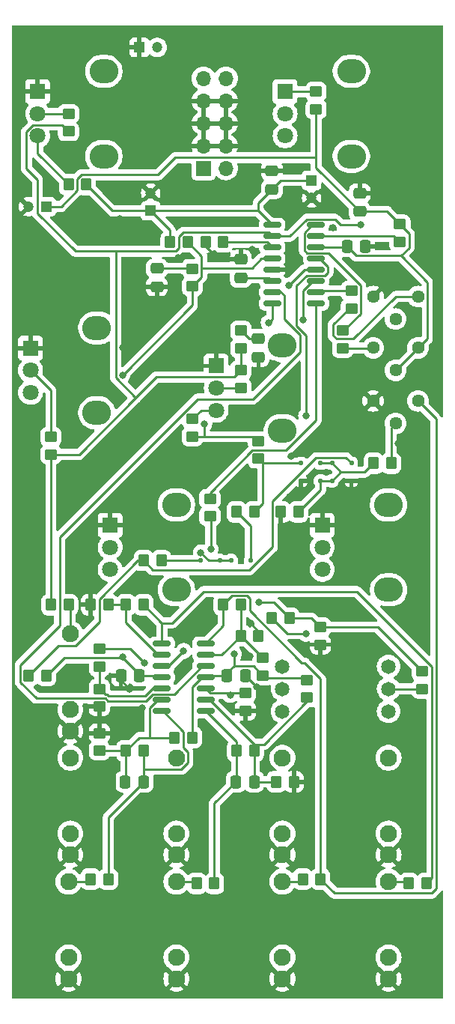
<source format=gbr>
%TF.GenerationSoftware,KiCad,Pcbnew,8.0.0*%
%TF.CreationDate,2024-05-14T21:41:44+02:00*%
%TF.ProjectId,VCO-3340,56434f2d-3333-4343-902e-6b696361645f,rev?*%
%TF.SameCoordinates,Original*%
%TF.FileFunction,Copper,L2,Bot*%
%TF.FilePolarity,Positive*%
%FSLAX46Y46*%
G04 Gerber Fmt 4.6, Leading zero omitted, Abs format (unit mm)*
G04 Created by KiCad (PCBNEW 8.0.0) date 2024-05-14 21:41:44*
%MOMM*%
%LPD*%
G01*
G04 APERTURE LIST*
G04 Aperture macros list*
%AMRoundRect*
0 Rectangle with rounded corners*
0 $1 Rounding radius*
0 $2 $3 $4 $5 $6 $7 $8 $9 X,Y pos of 4 corners*
0 Add a 4 corners polygon primitive as box body*
4,1,4,$2,$3,$4,$5,$6,$7,$8,$9,$2,$3,0*
0 Add four circle primitives for the rounded corners*
1,1,$1+$1,$2,$3*
1,1,$1+$1,$4,$5*
1,1,$1+$1,$6,$7*
1,1,$1+$1,$8,$9*
0 Add four rect primitives between the rounded corners*
20,1,$1+$1,$2,$3,$4,$5,0*
20,1,$1+$1,$4,$5,$6,$7,0*
20,1,$1+$1,$6,$7,$8,$9,0*
20,1,$1+$1,$8,$9,$2,$3,0*%
G04 Aperture macros list end*
%TA.AperFunction,ComponentPad*%
%ADD10C,1.930400*%
%TD*%
%TA.AperFunction,ComponentPad*%
%ADD11O,3.240000X2.720000*%
%TD*%
%TA.AperFunction,ComponentPad*%
%ADD12R,1.800000X1.800000*%
%TD*%
%TA.AperFunction,ComponentPad*%
%ADD13C,1.800000*%
%TD*%
%TA.AperFunction,ComponentPad*%
%ADD14C,1.651000*%
%TD*%
%TA.AperFunction,SMDPad,CuDef*%
%ADD15RoundRect,0.250000X0.337500X0.475000X-0.337500X0.475000X-0.337500X-0.475000X0.337500X-0.475000X0*%
%TD*%
%TA.AperFunction,SMDPad,CuDef*%
%ADD16RoundRect,0.125000X-0.125000X-0.125000X0.125000X-0.125000X0.125000X0.125000X-0.125000X0.125000X0*%
%TD*%
%TA.AperFunction,SMDPad,CuDef*%
%ADD17RoundRect,0.250000X0.450000X-0.350000X0.450000X0.350000X-0.450000X0.350000X-0.450000X-0.350000X0*%
%TD*%
%TA.AperFunction,SMDPad,CuDef*%
%ADD18RoundRect,0.250000X0.475000X-0.337500X0.475000X0.337500X-0.475000X0.337500X-0.475000X-0.337500X0*%
%TD*%
%TA.AperFunction,SMDPad,CuDef*%
%ADD19RoundRect,0.250000X0.350000X0.450000X-0.350000X0.450000X-0.350000X-0.450000X0.350000X-0.450000X0*%
%TD*%
%TA.AperFunction,ComponentPad*%
%ADD20R,1.200000X1.200000*%
%TD*%
%TA.AperFunction,ComponentPad*%
%ADD21C,1.200000*%
%TD*%
%TA.AperFunction,SMDPad,CuDef*%
%ADD22RoundRect,0.250000X-0.475000X0.337500X-0.475000X-0.337500X0.475000X-0.337500X0.475000X0.337500X0*%
%TD*%
%TA.AperFunction,ComponentPad*%
%ADD23R,1.700000X1.700000*%
%TD*%
%TA.AperFunction,ComponentPad*%
%ADD24O,1.700000X1.700000*%
%TD*%
%TA.AperFunction,SMDPad,CuDef*%
%ADD25RoundRect,0.250000X-0.450000X0.350000X-0.450000X-0.350000X0.450000X-0.350000X0.450000X0.350000X0*%
%TD*%
%TA.AperFunction,SMDPad,CuDef*%
%ADD26RoundRect,0.150000X0.825000X0.150000X-0.825000X0.150000X-0.825000X-0.150000X0.825000X-0.150000X0*%
%TD*%
%TA.AperFunction,ComponentPad*%
%ADD27C,1.440000*%
%TD*%
%TA.AperFunction,SMDPad,CuDef*%
%ADD28RoundRect,0.125000X0.125000X0.125000X-0.125000X0.125000X-0.125000X-0.125000X0.125000X-0.125000X0*%
%TD*%
%TA.AperFunction,SMDPad,CuDef*%
%ADD29RoundRect,0.250000X-0.350000X-0.450000X0.350000X-0.450000X0.350000X0.450000X-0.350000X0.450000X0*%
%TD*%
%TA.AperFunction,SMDPad,CuDef*%
%ADD30RoundRect,0.250000X-0.337500X-0.475000X0.337500X-0.475000X0.337500X0.475000X-0.337500X0.475000X0*%
%TD*%
%TA.AperFunction,ViaPad*%
%ADD31C,0.800000*%
%TD*%
%TA.AperFunction,Conductor*%
%ADD32C,0.250000*%
%TD*%
G04 APERTURE END LIST*
D10*
%TO.P,J9,S*%
%TO.N,GND*%
X51647600Y-141984000D03*
%TO.P,J9,T*%
%TO.N,Net-(J9-PadT)*%
X51647600Y-131011200D03*
%TO.P,J9,TN*%
%TO.N,unconnected-(J9-PadTN)*%
X51647600Y-139571000D03*
%TD*%
D11*
%TO.P,RV8,*%
%TO.N,*%
X63647600Y-88418200D03*
X63647600Y-98018200D03*
D12*
%TO.P,RV8,1,1*%
%TO.N,GND*%
X56147600Y-90718200D03*
D13*
%TO.P,RV8,2,2*%
%TO.N,Net-(SW1-C)*%
X56147600Y-93218200D03*
%TO.P,RV8,3,3*%
%TO.N,Net-(J3-PadT)*%
X56147600Y-95718200D03*
%TD*%
D11*
%TO.P,RV7,*%
%TO.N,*%
X39647600Y-88418200D03*
X39647600Y-98018200D03*
D12*
%TO.P,RV7,1,1*%
%TO.N,GND*%
X32147600Y-90718200D03*
D13*
%TO.P,RV7,2,2*%
%TO.N,Net-(C8-Pad1)*%
X32147600Y-93218200D03*
%TO.P,RV7,3,3*%
%TO.N,Net-(J4-PadT)*%
X32147600Y-95718200D03*
%TD*%
D11*
%TO.P,RV3,*%
%TO.N,*%
X51647600Y-70418200D03*
X51647600Y-80018200D03*
D12*
%TO.P,RV3,1,1*%
%TO.N,GND*%
X44147600Y-72718200D03*
D13*
%TO.P,RV3,2,2*%
%TO.N,Net-(R6-Pad1)*%
X44147600Y-75218200D03*
%TO.P,RV3,3,3*%
%TO.N,Net-(R3-Pad2)*%
X44147600Y-77718200D03*
%TD*%
D10*
%TO.P,J4,S*%
%TO.N,GND*%
X39647600Y-127984000D03*
%TO.P,J4,T*%
%TO.N,Net-(J4-PadT)*%
X39647600Y-117011200D03*
%TO.P,J4,TN*%
%TO.N,unconnected-(J4-PadTN)*%
X39647600Y-125571000D03*
%TD*%
D11*
%TO.P,RV9,*%
%TO.N,*%
X59440600Y-39418200D03*
X59440600Y-49018200D03*
D12*
%TO.P,RV9,1,1*%
%TO.N,Net-(R17-Pad2)*%
X51940600Y-41718200D03*
D13*
%TO.P,RV9,2,2*%
%TO.N,Net-(SW1-A)*%
X51940600Y-44218200D03*
%TO.P,RV9,3,3*%
%TO.N,+5V*%
X51940600Y-46718200D03*
%TD*%
D11*
%TO.P,RV5,*%
%TO.N,*%
X30647600Y-68418200D03*
X30647600Y-78018200D03*
D12*
%TO.P,RV5,1,1*%
%TO.N,GND*%
X23147600Y-70718200D03*
D13*
%TO.P,RV5,2,2*%
%TO.N,Net-(R9-Pad1)*%
X23147600Y-73218200D03*
%TO.P,RV5,3,3*%
%TO.N,Net-(J2-PadT)*%
X23147600Y-75718200D03*
%TD*%
D14*
%TO.P,SW2,1,A*%
%TO.N,H_SYNC*%
X51647600Y-106678200D03*
%TO.P,SW2,2,B*%
%TO.N,Net-(SW2-B)*%
X51647600Y-109218200D03*
%TO.P,SW2,3,C*%
%TO.N,S_SYNC*%
X51647600Y-111758200D03*
%TD*%
D10*
%TO.P,J5,S*%
%TO.N,GND*%
X51647600Y-127984000D03*
%TO.P,J5,T*%
%TO.N,Net-(C9-Pad1)*%
X51647600Y-117011200D03*
%TO.P,J5,TN*%
%TO.N,unconnected-(J5-PadTN)*%
X51647600Y-125571000D03*
%TD*%
%TO.P,J3,S*%
%TO.N,GND*%
X63647600Y-127984000D03*
%TO.P,J3,T*%
%TO.N,Net-(J3-PadT)*%
X63647600Y-117011200D03*
%TO.P,J3,TN*%
X63647600Y-125571000D03*
%TD*%
D11*
%TO.P,RV2,*%
%TO.N,*%
X31440600Y-39418200D03*
X31440600Y-49018200D03*
D12*
%TO.P,RV2,1,1*%
%TO.N,GND*%
X23940600Y-41718200D03*
D13*
%TO.P,RV2,2,2*%
%TO.N,Net-(R4-Pad1)*%
X23940600Y-44218200D03*
%TO.P,RV2,3,3*%
%TO.N,Net-(R2-Pad2)*%
X23940600Y-46718200D03*
%TD*%
D10*
%TO.P,J8,S*%
%TO.N,GND*%
X39647600Y-141984000D03*
%TO.P,J8,T*%
%TO.N,Net-(J8-PadT)*%
X39647600Y-131011200D03*
%TO.P,J8,TN*%
%TO.N,unconnected-(J8-PadTN)*%
X39647600Y-139571000D03*
%TD*%
%TO.P,J2,S*%
%TO.N,GND*%
X27647600Y-127984000D03*
%TO.P,J2,T*%
%TO.N,Net-(J2-PadT)*%
X27647600Y-117011200D03*
%TO.P,J2,TN*%
%TO.N,unconnected-(J2-PadTN)*%
X27647600Y-125571000D03*
%TD*%
D14*
%TO.P,SW1,1,A*%
%TO.N,Net-(SW1-A)*%
X63647600Y-106678200D03*
%TO.P,SW1,2,B*%
%TO.N,Net-(SW1-B)*%
X63647600Y-109218200D03*
%TO.P,SW1,3,C*%
%TO.N,Net-(SW1-C)*%
X63647600Y-111758200D03*
%TD*%
D10*
%TO.P,J7,S*%
%TO.N,GND*%
X27440600Y-141984000D03*
%TO.P,J7,T*%
%TO.N,Net-(J7-PadT)*%
X27440600Y-131011200D03*
%TO.P,J7,TN*%
%TO.N,unconnected-(J7-PadTN)*%
X27440600Y-139571000D03*
%TD*%
%TO.P,J10,S*%
%TO.N,GND*%
X63647600Y-141984000D03*
%TO.P,J10,T*%
%TO.N,Net-(J10-PadT)*%
X63647600Y-131011200D03*
%TO.P,J10,TN*%
%TO.N,unconnected-(J10-PadTN)*%
X63647600Y-139571000D03*
%TD*%
%TO.P,J1,S*%
%TO.N,GND*%
X27647600Y-113984000D03*
%TO.P,J1,T*%
%TO.N,Net-(J1-PadT)*%
X27647600Y-103011200D03*
%TO.P,J1,TN*%
%TO.N,unconnected-(J1-PadTN)*%
X27647600Y-111571000D03*
%TD*%
D15*
%TO.P,C19,1*%
%TO.N,GND*%
X47440600Y-107718200D03*
%TO.P,C19,2*%
%TO.N,+12V*%
X45365600Y-107718200D03*
%TD*%
D16*
%TO.P,D4,1,K*%
%TO.N,Net-(D4-K)*%
X42340600Y-94718200D03*
%TO.P,D4,2,A*%
%TO.N,Net-(D3-K)*%
X44540600Y-94718200D03*
%TD*%
D17*
%TO.P,R27,1*%
%TO.N,GND*%
X30940600Y-111218200D03*
%TO.P,R27,2*%
%TO.N,Net-(U4C-+)*%
X30940600Y-109218200D03*
%TD*%
D18*
%TO.P,C5,1*%
%TO.N,-7V5*%
X60403100Y-55255700D03*
%TO.P,C5,2*%
%TO.N,GND*%
X60403100Y-53180700D03*
%TD*%
D19*
%TO.P,R45,1*%
%TO.N,Net-(R45-Pad1)*%
X63940600Y-83718200D03*
%TO.P,R45,2*%
%TO.N,Net-(D5-A)*%
X61940600Y-83718200D03*
%TD*%
%TO.P,R16,1*%
%TO.N,FM_MOD*%
X40940600Y-58718200D03*
%TO.P,R16,2*%
%TO.N,+12V*%
X38940600Y-58718200D03*
%TD*%
D20*
%TO.P,C12,1*%
%TO.N,-7V5*%
X24913200Y-54718200D03*
D21*
%TO.P,C12,2*%
%TO.N,GND*%
X22913200Y-54718200D03*
%TD*%
D22*
%TO.P,C7,1*%
%TO.N,Net-(C7-Pad1)*%
X37440600Y-61680700D03*
%TO.P,C7,2*%
%TO.N,GND*%
X37440600Y-63755700D03*
%TD*%
D23*
%TO.P,J6,1,+12V*%
%TO.N,Net-(D1-A)*%
X42700600Y-50378200D03*
D24*
%TO.P,J6,2,+12V*%
X45240600Y-50378200D03*
%TO.P,J6,3,GND*%
%TO.N,GND*%
X42700600Y-47838200D03*
%TO.P,J6,4,GND*%
X45240600Y-47838200D03*
%TO.P,J6,5,GND*%
X42700600Y-45298200D03*
%TO.P,J6,6,GND*%
X45240600Y-45298200D03*
%TO.P,J6,7,GND*%
X42700600Y-42758200D03*
%TO.P,J6,8,GND*%
X45240600Y-42758200D03*
%TO.P,J6,9,-12V*%
%TO.N,Net-(D2-K)*%
X42700600Y-40218200D03*
%TO.P,J6,10,-12V*%
X45240600Y-40218200D03*
%TD*%
D19*
%TO.P,R46,1*%
%TO.N,Net-(D5-A)*%
X53440600Y-89218200D03*
%TO.P,R46,2*%
%TO.N,GND*%
X51440600Y-89218200D03*
%TD*%
D17*
%TO.P,R10,1*%
%TO.N,Net-(R10-Pad1)*%
X58440600Y-70718200D03*
%TO.P,R10,2*%
%TO.N,Net-(U1-SCALE1)*%
X58440600Y-68718200D03*
%TD*%
D19*
%TO.P,R2,1*%
%TO.N,+12V*%
X29440600Y-52218200D03*
%TO.P,R2,2*%
%TO.N,Net-(R2-Pad2)*%
X27440600Y-52218200D03*
%TD*%
D25*
%TO.P,R34,1*%
%TO.N,+12V*%
X54440600Y-108218200D03*
%TO.P,R34,2*%
%TO.N,Net-(U4B--)*%
X54440600Y-110218200D03*
%TD*%
D19*
%TO.P,R8,1*%
%TO.N,Net-(J1-PadT)*%
X27440600Y-99718200D03*
%TO.P,R8,2*%
%TO.N,Net-(U1-VFCI)*%
X25440600Y-99718200D03*
%TD*%
D25*
%TO.P,R4,1*%
%TO.N,Net-(R4-Pad1)*%
X27440600Y-44218200D03*
%TO.P,R4,2*%
%TO.N,Net-(U1-VFCI)*%
X27440600Y-46218200D03*
%TD*%
D26*
%TO.P,U4,1*%
%TO.N,TRI_BUFF*%
X42940600Y-104098200D03*
%TO.P,U4,2,-*%
%TO.N,Net-(U4A--)*%
X42940600Y-105368200D03*
%TO.P,U4,3,+*%
%TO.N,TRI*%
X42940600Y-106638200D03*
%TO.P,U4,4,V+*%
%TO.N,+12V*%
X42940600Y-107908200D03*
%TO.P,U4,5,+*%
%TO.N,Net-(U4B-+)*%
X42940600Y-109178200D03*
%TO.P,U4,6,-*%
%TO.N,Net-(U4B--)*%
X42940600Y-110448200D03*
%TO.P,U4,7*%
%TO.N,Net-(C17-Pad2)*%
X42940600Y-111718200D03*
%TO.P,U4,8*%
%TO.N,Net-(C16-Pad2)*%
X37990600Y-111718200D03*
%TO.P,U4,9,-*%
%TO.N,Net-(U4C--)*%
X37990600Y-110448200D03*
%TO.P,U4,10,+*%
%TO.N,Net-(U4C-+)*%
X37990600Y-109178200D03*
%TO.P,U4,11,V-*%
%TO.N,-12V*%
X37990600Y-107908200D03*
%TO.P,U4,12,+*%
%TO.N,Net-(D3-K)*%
X37990600Y-106638200D03*
%TO.P,U4,13,-*%
%TO.N,Net-(U4D--)*%
X37990600Y-105368200D03*
%TO.P,U4,14*%
%TO.N,Net-(R38-Pad1)*%
X37990600Y-104098200D03*
%TD*%
D27*
%TO.P,RV4,1,1*%
%TO.N,GND*%
X61900600Y-64878200D03*
%TO.P,RV4,2,2*%
%TO.N,Net-(R7-Pad2)*%
X64440600Y-67418200D03*
%TO.P,RV4,3,3*%
%TO.N,Net-(R12-Pad1)*%
X66980600Y-64878200D03*
%TD*%
D25*
%TO.P,R26,1*%
%TO.N,PULSE*%
X30940600Y-104718200D03*
%TO.P,R26,2*%
%TO.N,Net-(U4C-+)*%
X30940600Y-106718200D03*
%TD*%
D17*
%TO.P,R40,1*%
%TO.N,+12V*%
X49440600Y-107718200D03*
%TO.P,R40,2*%
%TO.N,Net-(U4A--)*%
X49440600Y-105718200D03*
%TD*%
D25*
%TO.P,R49,1*%
%TO.N,+12V*%
X48940600Y-81218200D03*
%TO.P,R49,2*%
%TO.N,Net-(D6-A)*%
X48940600Y-83218200D03*
%TD*%
D22*
%TO.P,C3,1*%
%TO.N,Net-(C3-Pad1)*%
X48940600Y-69643200D03*
%TO.P,C3,2*%
%TO.N,GND*%
X48940600Y-71718200D03*
%TD*%
D17*
%TO.P,R17,1*%
%TO.N,-7V5*%
X55440600Y-43718200D03*
%TO.P,R17,2*%
%TO.N,Net-(R17-Pad2)*%
X55440600Y-41718200D03*
%TD*%
D25*
%TO.P,R14,1*%
%TO.N,Net-(C7-Pad1)*%
X41440600Y-61718200D03*
%TO.P,R14,2*%
%TO.N,FM_MOD*%
X41440600Y-63718200D03*
%TD*%
D28*
%TO.P,D5,1,K*%
%TO.N,Net-(D5-K)*%
X59440600Y-83718200D03*
%TO.P,D5,2,A*%
%TO.N,Net-(D5-A)*%
X57240600Y-83718200D03*
%TD*%
%TO.P,D8,1,K*%
%TO.N,GND*%
X59440600Y-85718200D03*
%TO.P,D8,2,A*%
%TO.N,Net-(D5-A)*%
X57240600Y-85718200D03*
%TD*%
D17*
%TO.P,R21,1*%
%TO.N,GND*%
X55940600Y-104218200D03*
%TO.P,R21,2*%
%TO.N,PWM_MOD*%
X55940600Y-102218200D03*
%TD*%
D20*
%TO.P,C15,1*%
%TO.N,GND*%
X35468000Y-36718200D03*
D21*
%TO.P,C15,2*%
%TO.N,-12V*%
X37468000Y-36718200D03*
%TD*%
D29*
%TO.P,R48,1*%
%TO.N,Net-(D5-K)*%
X22940600Y-107718200D03*
%TO.P,R48,2*%
%TO.N,-12V*%
X24940600Y-107718200D03*
%TD*%
D27*
%TO.P,RV6,1,1*%
%TO.N,Net-(R10-Pad1)*%
X61900600Y-70678200D03*
%TO.P,RV6,2,2*%
%TO.N,-7V5*%
X64440600Y-73218200D03*
%TO.P,RV6,3,3*%
X66980600Y-70678200D03*
%TD*%
D20*
%TO.P,C6,1*%
%TO.N,+12V*%
X54940600Y-51745600D03*
D21*
%TO.P,C6,2*%
%TO.N,GND*%
X54940600Y-53745600D03*
%TD*%
D28*
%TO.P,D7,1,K*%
%TO.N,Net-(D5-A)*%
X55940600Y-85718200D03*
%TO.P,D7,2,A*%
%TO.N,GND*%
X53740600Y-85718200D03*
%TD*%
D19*
%TO.P,R50,1*%
%TO.N,Net-(D6-A)*%
X48440600Y-89218200D03*
%TO.P,R50,2*%
%TO.N,Net-(D3-A)*%
X46440600Y-89218200D03*
%TD*%
%TO.P,R44,1*%
%TO.N,Net-(U4D--)*%
X31940600Y-99718200D03*
%TO.P,R44,2*%
%TO.N,GND*%
X29940600Y-99718200D03*
%TD*%
%TO.P,R43,1*%
%TO.N,TRI_BUFF*%
X55940600Y-130718200D03*
%TO.P,R43,2*%
%TO.N,Net-(J9-PadT)*%
X53940600Y-130718200D03*
%TD*%
D30*
%TO.P,C4,1*%
%TO.N,-7V5*%
X58940600Y-59218200D03*
%TO.P,C4,2*%
%TO.N,GND*%
X61015600Y-59218200D03*
%TD*%
D15*
%TO.P,C18,1*%
%TO.N,-12V*%
X35440600Y-107718200D03*
%TO.P,C18,2*%
%TO.N,GND*%
X33365600Y-107718200D03*
%TD*%
D19*
%TO.P,R35,1*%
%TO.N,GND*%
X52940600Y-119718200D03*
%TO.P,R35,2*%
%TO.N,Net-(U4B--)*%
X50940600Y-119718200D03*
%TD*%
%TO.P,R36,1*%
%TO.N,Net-(U4B--)*%
X48440600Y-116218200D03*
%TO.P,R36,2*%
%TO.N,Net-(C17-Pad2)*%
X46440600Y-116218200D03*
%TD*%
%TO.P,R38,1*%
%TO.N,Net-(R38-Pad1)*%
X67940600Y-131218200D03*
%TO.P,R38,2*%
%TO.N,Net-(J10-PadT)*%
X65940600Y-131218200D03*
%TD*%
D16*
%TO.P,D3,1,K*%
%TO.N,Net-(D3-K)*%
X45840600Y-94718200D03*
%TO.P,D3,2,A*%
%TO.N,Net-(D3-A)*%
X48040600Y-94718200D03*
%TD*%
D25*
%TO.P,R32,1*%
%TO.N,SAW*%
X43440600Y-87718200D03*
%TO.P,R32,2*%
%TO.N,Net-(U4B-+)*%
X43440600Y-89718200D03*
%TD*%
D15*
%TO.P,C17,1*%
%TO.N,Net-(U4B--)*%
X48440600Y-119718200D03*
%TO.P,C17,2*%
%TO.N,Net-(C17-Pad2)*%
X46365600Y-119718200D03*
%TD*%
D19*
%TO.P,R30,1*%
%TO.N,+12V*%
X41440600Y-114718200D03*
%TO.P,R30,2*%
%TO.N,Net-(U4C--)*%
X39440600Y-114718200D03*
%TD*%
D27*
%TO.P,RV10,1,1*%
%TO.N,GND*%
X61900600Y-76678200D03*
%TO.P,RV10,2,2*%
%TO.N,Net-(R45-Pad1)*%
X64440600Y-79218200D03*
%TO.P,RV10,3,3*%
%TO.N,TRI_BUFF*%
X66980600Y-76678200D03*
%TD*%
D28*
%TO.P,D6,1,K*%
%TO.N,Net-(D5-A)*%
X55940600Y-83718200D03*
%TO.P,D6,2,A*%
%TO.N,Net-(D6-A)*%
X53740600Y-83718200D03*
%TD*%
D26*
%TO.P,U1,1,SCALE1*%
%TO.N,Net-(U1-SCALE1)*%
X55440600Y-56773200D03*
%TO.P,U1,2,SCALE2*%
%TO.N,Net-(U1-SCALE2)*%
X55440600Y-58043200D03*
%TO.P,U1,3,VEE*%
%TO.N,-7V5*%
X55440600Y-59313200D03*
%TO.P,U1,4,VP*%
%TO.N,PULSE*%
X55440600Y-60583200D03*
%TO.P,U1,5,VPWM*%
%TO.N,PWM_MOD*%
X55440600Y-61853200D03*
%TO.P,U1,6,VHSI*%
%TO.N,H_SYNC*%
X55440600Y-63123200D03*
%TO.P,U1,7,VHFT*%
%TO.N,Net-(U1-VHFT)*%
X55440600Y-64393200D03*
%TO.P,U1,8,VSO*%
%TO.N,SAW*%
X55440600Y-65663200D03*
%TO.P,U1,9,VSSI*%
%TO.N,S_SYNC*%
X50490600Y-65663200D03*
%TO.P,U1,10,VTO*%
%TO.N,TRI*%
X50490600Y-64393200D03*
%TO.P,U1,11,CAP*%
%TO.N,Net-(U1-CAP)*%
X50490600Y-63123200D03*
%TO.P,U1,12,GND*%
%TO.N,GND*%
X50490600Y-61853200D03*
%TO.P,U1,13,VLFI*%
%TO.N,FM_MOD*%
X50490600Y-60583200D03*
%TO.P,U1,14,VS*%
%TO.N,Net-(U1-VS)*%
X50490600Y-59313200D03*
%TO.P,U1,15,VFCI*%
%TO.N,Net-(U1-VFCI)*%
X50490600Y-58043200D03*
%TO.P,U1,16,VCC*%
%TO.N,+12V*%
X50490600Y-56773200D03*
%TD*%
D20*
%TO.P,C14,1*%
%TO.N,+12V*%
X36740600Y-55190800D03*
D21*
%TO.P,C14,2*%
%TO.N,GND*%
X36740600Y-53190800D03*
%TD*%
D17*
%TO.P,R12,1*%
%TO.N,Net-(R12-Pad1)*%
X59440600Y-66218200D03*
%TO.P,R12,2*%
%TO.N,Net-(U1-VHFT)*%
X59440600Y-64218200D03*
%TD*%
D29*
%TO.P,R39,1*%
%TO.N,Net-(U4D--)*%
X33940600Y-99718200D03*
%TO.P,R39,2*%
%TO.N,Net-(R38-Pad1)*%
X35940600Y-99718200D03*
%TD*%
D18*
%TO.P,C1,1*%
%TO.N,Net-(U1-CAP)*%
X46940600Y-62755700D03*
%TO.P,C1,2*%
%TO.N,GND*%
X46940600Y-60680700D03*
%TD*%
D19*
%TO.P,R42,1*%
%TO.N,Net-(U4A--)*%
X46940600Y-99718200D03*
%TO.P,R42,2*%
%TO.N,TRI_BUFF*%
X44940600Y-99718200D03*
%TD*%
%TO.P,R31,1*%
%TO.N,Net-(C16-Pad2)*%
X31940600Y-130718200D03*
%TO.P,R31,2*%
%TO.N,Net-(J7-PadT)*%
X29940600Y-130718200D03*
%TD*%
D29*
%TO.P,R1,1*%
%TO.N,GND*%
X42940600Y-58718200D03*
%TO.P,R1,2*%
%TO.N,Net-(U1-VS)*%
X44940600Y-58718200D03*
%TD*%
%TO.P,R47,1*%
%TO.N,Net-(D5-K)*%
X35940600Y-94718200D03*
%TO.P,R47,2*%
%TO.N,Net-(D4-K)*%
X37940600Y-94718200D03*
%TD*%
D25*
%TO.P,R13,1*%
%TO.N,Net-(C3-Pad1)*%
X46940600Y-68718200D03*
%TO.P,R13,2*%
%TO.N,Net-(U1-VFCI)*%
X46940600Y-70718200D03*
%TD*%
D17*
%TO.P,R18,1*%
%TO.N,Net-(SW1-B)*%
X67440600Y-109218200D03*
%TO.P,R18,2*%
%TO.N,PWM_MOD*%
X67440600Y-107218200D03*
%TD*%
%TO.P,R3,1*%
%TO.N,+12V*%
X41440600Y-80718200D03*
%TO.P,R3,2*%
%TO.N,Net-(R3-Pad2)*%
X41440600Y-78718200D03*
%TD*%
%TO.P,R33,1*%
%TO.N,GND*%
X47440600Y-111718200D03*
%TO.P,R33,2*%
%TO.N,Net-(U4B-+)*%
X47440600Y-109718200D03*
%TD*%
D19*
%TO.P,R37,1*%
%TO.N,Net-(C17-Pad2)*%
X43940600Y-131218200D03*
%TO.P,R37,2*%
%TO.N,Net-(J8-PadT)*%
X41940600Y-131218200D03*
%TD*%
D18*
%TO.P,C2,1*%
%TO.N,+12V*%
X50440600Y-52755700D03*
%TO.P,C2,2*%
%TO.N,GND*%
X50440600Y-50680700D03*
%TD*%
D17*
%TO.P,R6,1*%
%TO.N,Net-(R6-Pad1)*%
X46940600Y-75218200D03*
%TO.P,R6,2*%
%TO.N,Net-(U1-VFCI)*%
X46940600Y-73218200D03*
%TD*%
D19*
%TO.P,R41,1*%
%TO.N,GND*%
X48940600Y-103218200D03*
%TO.P,R41,2*%
%TO.N,Net-(U4A--)*%
X46940600Y-103218200D03*
%TD*%
D29*
%TO.P,R29,1*%
%TO.N,Net-(U4C--)*%
X33940600Y-116218200D03*
%TO.P,R29,2*%
%TO.N,Net-(C16-Pad2)*%
X35940600Y-116218200D03*
%TD*%
D25*
%TO.P,R28,1*%
%TO.N,GND*%
X30940600Y-114218200D03*
%TO.P,R28,2*%
%TO.N,Net-(U4C--)*%
X30940600Y-116218200D03*
%TD*%
%TO.P,R11,1*%
%TO.N,-7V5*%
X64940600Y-56718200D03*
%TO.P,R11,2*%
%TO.N,Net-(U1-SCALE2)*%
X64940600Y-58718200D03*
%TD*%
D30*
%TO.P,C16,1*%
%TO.N,Net-(U4C--)*%
X33865600Y-119718200D03*
%TO.P,C16,2*%
%TO.N,Net-(C16-Pad2)*%
X35940600Y-119718200D03*
%TD*%
D19*
%TO.P,R20,1*%
%TO.N,PWM_MOD*%
X52440600Y-101218200D03*
%TO.P,R20,2*%
%TO.N,PULSE*%
X50440600Y-101218200D03*
%TD*%
D25*
%TO.P,R9,1*%
%TO.N,Net-(R9-Pad1)*%
X25440600Y-80718200D03*
%TO.P,R9,2*%
%TO.N,Net-(U1-VFCI)*%
X25440600Y-82718200D03*
%TD*%
D31*
%TO.N,GND*%
X35940600Y-58318200D03*
X33240600Y-56118200D03*
X27840600Y-85018200D03*
X59040600Y-100518200D03*
X44140600Y-60418200D03*
X29940600Y-119618200D03*
X48040600Y-47318200D03*
X47240600Y-52918200D03*
X47240600Y-65018200D03*
X48240600Y-59518200D03*
X22040600Y-52318200D03*
X36347600Y-101818200D03*
X59540600Y-92018200D03*
X58240600Y-97018200D03*
X28240600Y-107418200D03*
X47940600Y-105518200D03*
X58240600Y-79318200D03*
X53340600Y-104118200D03*
X63540600Y-52018200D03*
X46540600Y-81718200D03*
X26540600Y-37018200D03*
X51340600Y-76818200D03*
X67140600Y-100818200D03*
X39647600Y-91618200D03*
X57340600Y-57118200D03*
X42040600Y-120018200D03*
X68040600Y-59318200D03*
X57840600Y-62718200D03*
X64640600Y-100618200D03*
X40747600Y-106518200D03*
X48740600Y-109018200D03*
X37740600Y-77418200D03*
X35940600Y-73518200D03*
X39440600Y-63818200D03*
X67340600Y-82018200D03*
X35540600Y-69518200D03*
X62940600Y-59118200D03*
X57440600Y-87418200D03*
X46740600Y-56418200D03*
X51440600Y-95318200D03*
X39840600Y-60518200D03*
X48040600Y-101818200D03*
X47140600Y-77918200D03*
X33540600Y-70618200D03*
X33740600Y-52818200D03*
X35740600Y-111343200D03*
X39940600Y-84918200D03*
X35640600Y-63718200D03*
X48440600Y-36618200D03*
X36447600Y-97118200D03*
X57840600Y-106518200D03*
X30840600Y-71618200D03*
X61940600Y-61718200D03*
X34340600Y-109218200D03*
X50540600Y-54618200D03*
X51740600Y-122118200D03*
X52640600Y-82918200D03*
X47340600Y-85618200D03*
X52440600Y-87518200D03*
X49140600Y-111418200D03*
X64140600Y-70618200D03*
X52940600Y-60318200D03*
X67940600Y-55618200D03*
X44240600Y-63418200D03*
X57940600Y-120018200D03*
X57340600Y-54918200D03*
X62640600Y-44918200D03*
X25340600Y-51818200D03*
X62640600Y-81218200D03*
X35040600Y-49318200D03*
X50740600Y-72518200D03*
X64740600Y-81518200D03*
X22940600Y-63618200D03*
X40947600Y-101818200D03*
%TO.N,+12V*%
X46150700Y-105293200D03*
X42793800Y-79264000D03*
%TO.N,-12V*%
X33604600Y-105616400D03*
%TO.N,Net-(D3-K)*%
X42407100Y-93810100D03*
X40469700Y-104944000D03*
%TO.N,Net-(U1-VFCI)*%
X60518300Y-56787300D03*
%TO.N,FM_MOD*%
X33544100Y-73758000D03*
%TO.N,PWM_MOD*%
X48961300Y-99420800D03*
X52345800Y-63625000D03*
%TO.N,PULSE*%
X54327000Y-78370100D03*
X36024900Y-106314900D03*
X54294400Y-102977400D03*
%TO.N,Net-(U4B-+)*%
X43532000Y-93418800D03*
X45743800Y-109913800D03*
%TO.N,S_SYNC*%
X50089100Y-67821100D03*
%TO.N,H_SYNC*%
X53973200Y-67511500D03*
%TD*%
D32*
%TO.N,GND*%
X42940600Y-58718200D02*
X42940600Y-59218200D01*
X47440600Y-107718200D02*
X48740600Y-109018200D01*
X48940600Y-103218200D02*
X48940600Y-102718200D01*
X48940600Y-102718200D02*
X48040600Y-101818200D01*
X33365600Y-108243200D02*
X34340600Y-109218200D01*
X42940600Y-59218200D02*
X44140600Y-60418200D01*
X33365600Y-107718200D02*
X33365600Y-108243200D01*
%TO.N,Net-(U1-CAP)*%
X46940600Y-62755700D02*
X50123100Y-62755700D01*
X50123100Y-62755700D02*
X50490600Y-63123200D01*
%TO.N,+12V*%
X42940600Y-107908200D02*
X42518600Y-107908200D01*
X38940600Y-58718200D02*
X38940600Y-57390800D01*
X41440600Y-108986200D02*
X41440600Y-114718200D01*
X48440600Y-80718200D02*
X42793800Y-80718200D01*
X45365600Y-107718200D02*
X43130600Y-107718200D01*
X48363300Y-106640900D02*
X46150700Y-106640900D01*
X54440600Y-108218200D02*
X54170600Y-107948200D01*
X39328100Y-55190800D02*
X36740600Y-55190800D01*
X42793800Y-79264000D02*
X42793800Y-80718200D01*
X48908200Y-54288100D02*
X48908200Y-55190800D01*
X54170600Y-107948200D02*
X49670600Y-107948200D01*
X46150700Y-105293200D02*
X46150700Y-106640900D01*
X29440600Y-52218200D02*
X32413200Y-55190800D01*
X48908200Y-55190800D02*
X50490600Y-56773200D01*
X46150700Y-106640900D02*
X45365600Y-107426000D01*
X45365600Y-107426000D02*
X45365600Y-107718200D01*
X42518600Y-107908200D02*
X41440600Y-108986200D01*
X48908200Y-55190800D02*
X39328100Y-55190800D01*
X32413200Y-55190800D02*
X36740600Y-55190800D01*
X54940600Y-51745600D02*
X51450700Y-51745600D01*
X49670600Y-107948200D02*
X49440600Y-107718200D01*
X38940600Y-57390800D02*
X36740600Y-55190800D01*
X42793800Y-80718200D02*
X41440600Y-80718200D01*
X50440600Y-52755700D02*
X48908200Y-54288100D01*
X51450700Y-51745600D02*
X50440600Y-52755700D01*
X43130600Y-107718200D02*
X42940600Y-107908200D01*
X49440600Y-107718200D02*
X48363300Y-106640900D01*
X48940600Y-81218200D02*
X48440600Y-80718200D01*
%TO.N,Net-(C3-Pad1)*%
X47865600Y-69643200D02*
X46940600Y-68718200D01*
X48940600Y-69643200D02*
X47865600Y-69643200D01*
%TO.N,-7V5*%
X58845600Y-59313200D02*
X58940600Y-59218200D01*
X64440600Y-73218200D02*
X66980600Y-70678200D01*
X26589800Y-54718200D02*
X28440600Y-52867400D01*
X65056900Y-60271500D02*
X59993900Y-60271500D01*
X60403100Y-55255700D02*
X63478100Y-55255700D01*
X64940600Y-56718200D02*
X65969900Y-57747500D01*
X65969900Y-57747500D02*
X65969900Y-59358500D01*
X68042700Y-69616100D02*
X68042700Y-63257300D01*
X68042700Y-63257300D02*
X65056900Y-60271500D01*
X55440600Y-49182300D02*
X55440600Y-50293200D01*
X28903700Y-51103000D02*
X37590500Y-51103000D01*
X65969900Y-59358500D02*
X65056900Y-60271500D01*
X59993900Y-60271500D02*
X58940600Y-59218200D01*
X55440600Y-59313200D02*
X58845600Y-59313200D01*
X39511200Y-49182300D02*
X55440600Y-49182300D01*
X55440600Y-50293200D02*
X60403100Y-55255700D01*
X28440600Y-52867400D02*
X28440600Y-51566100D01*
X55440600Y-43718200D02*
X55440600Y-49182300D01*
X24913200Y-54718200D02*
X26589800Y-54718200D01*
X66980600Y-70678200D02*
X68042700Y-69616100D01*
X63478100Y-55255700D02*
X64940600Y-56718200D01*
X28440600Y-51566100D02*
X28903700Y-51103000D01*
X37590500Y-51103000D02*
X39511200Y-49182300D01*
%TO.N,Net-(C7-Pad1)*%
X41403100Y-61680700D02*
X41440600Y-61718200D01*
X37440600Y-61680700D02*
X41403100Y-61680700D01*
%TO.N,-12V*%
X33604600Y-105616400D02*
X33604600Y-105718200D01*
X35440600Y-107718200D02*
X37800600Y-107718200D01*
X35440600Y-107554200D02*
X33604600Y-105718200D01*
X37800600Y-107718200D02*
X37990600Y-107908200D01*
X26940600Y-105718200D02*
X24940600Y-107718200D01*
X35440600Y-107718200D02*
X35440600Y-107554200D01*
X33604600Y-105718200D02*
X26940600Y-105718200D01*
%TO.N,Net-(U4C--)*%
X33940600Y-119643200D02*
X33940600Y-116218200D01*
X33865600Y-119718200D02*
X33940600Y-119643200D01*
X36638800Y-114718200D02*
X36638800Y-111329700D01*
X36638800Y-111329700D02*
X37520300Y-110448200D01*
X30940600Y-116218200D02*
X33940600Y-116218200D01*
X37520300Y-110448200D02*
X37990600Y-110448200D01*
X35440600Y-114718200D02*
X36638800Y-114718200D01*
X36638800Y-114718200D02*
X39440600Y-114718200D01*
X33940600Y-116218200D02*
X35440600Y-114718200D01*
%TO.N,Net-(C16-Pad2)*%
X40939500Y-117584000D02*
X40939500Y-116380200D01*
X31940600Y-130718200D02*
X31940600Y-123718200D01*
X40200700Y-118322800D02*
X40939500Y-117584000D01*
X40440600Y-115881300D02*
X40440600Y-114049200D01*
X38109600Y-111718200D02*
X37990600Y-111718200D01*
X40939500Y-116380200D02*
X40440600Y-115881300D01*
X35940600Y-119718200D02*
X35940600Y-118322800D01*
X40440600Y-114049200D02*
X38109600Y-111718200D01*
X35940600Y-118322800D02*
X40200700Y-118322800D01*
X31940600Y-123718200D02*
X35940600Y-119718200D01*
X35940600Y-118322800D02*
X35940600Y-116218200D01*
%TO.N,Net-(U4B--)*%
X49556800Y-115500100D02*
X48440600Y-115500100D01*
X48440600Y-115500100D02*
X43388700Y-110448200D01*
X48440600Y-119718200D02*
X50940600Y-119718200D01*
X48440600Y-119718200D02*
X48440600Y-116218200D01*
X54440600Y-110616300D02*
X49556800Y-115500100D01*
X54440600Y-110218200D02*
X54440600Y-110616300D01*
X48440600Y-116218200D02*
X48440600Y-115500100D01*
X43388700Y-110448200D02*
X42940600Y-110448200D01*
%TO.N,Net-(C17-Pad2)*%
X46440600Y-116218200D02*
X46440600Y-115218200D01*
X46440600Y-115218200D02*
X42940600Y-111718200D01*
X43940600Y-122143200D02*
X46365600Y-119718200D01*
X43940600Y-131218200D02*
X43940600Y-122143200D01*
X46440600Y-119643200D02*
X46440600Y-116218200D01*
X46365600Y-119718200D02*
X46440600Y-119643200D01*
%TO.N,Net-(D3-A)*%
X48040600Y-94718200D02*
X48040600Y-90818200D01*
X48040600Y-90818200D02*
X46440600Y-89218200D01*
%TO.N,Net-(D3-K)*%
X42407100Y-93810100D02*
X43315200Y-94718200D01*
X45840600Y-94718200D02*
X44540600Y-94718200D01*
X40469700Y-104944000D02*
X38775500Y-106638200D01*
X38775500Y-106638200D02*
X37990600Y-106638200D01*
X43315200Y-94718200D02*
X44540600Y-94718200D01*
%TO.N,Net-(D4-K)*%
X42340600Y-94718200D02*
X37940600Y-94718200D01*
%TO.N,Net-(D5-A)*%
X57240600Y-85718200D02*
X55940600Y-85718200D01*
X57240600Y-83718200D02*
X55940600Y-83718200D01*
X58240600Y-84718200D02*
X57240600Y-85718200D01*
X55940600Y-86718200D02*
X53440600Y-89218200D01*
X58240600Y-84718200D02*
X57240600Y-83718200D01*
X58240600Y-84718200D02*
X60940600Y-84718200D01*
X55940600Y-85718200D02*
X55940600Y-86718200D01*
X60940600Y-84718200D02*
X61940600Y-83718200D01*
%TO.N,Net-(D5-K)*%
X50512900Y-93154200D02*
X47916500Y-95750600D01*
X28205100Y-104346100D02*
X30940600Y-101610600D01*
X22940600Y-107718200D02*
X26312700Y-104346100D01*
X55454800Y-83086900D02*
X50512900Y-88028800D01*
X30940600Y-99071500D02*
X35293900Y-94718200D01*
X59440600Y-83718200D02*
X58809300Y-83086900D01*
X58809300Y-83086900D02*
X55454800Y-83086900D01*
X26312700Y-104346100D02*
X28205100Y-104346100D01*
X50512900Y-88028800D02*
X50512900Y-93154200D01*
X35293900Y-94718200D02*
X35940600Y-94718200D01*
X30940600Y-101610600D02*
X30940600Y-99071500D01*
X36973000Y-95750600D02*
X35940600Y-94718200D01*
X47916500Y-95750600D02*
X36973000Y-95750600D01*
%TO.N,Net-(D6-A)*%
X49440600Y-88218200D02*
X48440600Y-89218200D01*
X49440600Y-83718200D02*
X48940600Y-83218200D01*
X49440600Y-83718200D02*
X49440600Y-88218200D01*
X53740600Y-83718200D02*
X49440600Y-83718200D01*
%TO.N,Net-(J1-PadT)*%
X27647600Y-103011200D02*
X27640600Y-103004200D01*
X27640600Y-103004200D02*
X27640600Y-99918200D01*
X27640600Y-99918200D02*
X27440600Y-99718200D01*
%TO.N,Net-(J7-PadT)*%
X29647600Y-131011200D02*
X29940600Y-130718200D01*
X27440600Y-131011200D02*
X29647600Y-131011200D01*
%TO.N,Net-(J8-PadT)*%
X41733600Y-131011200D02*
X41940600Y-131218200D01*
X39647600Y-131011200D02*
X41733600Y-131011200D01*
%TO.N,Net-(J9-PadT)*%
X53647600Y-131011200D02*
X53940600Y-130718200D01*
X51647600Y-131011200D02*
X53647600Y-131011200D01*
%TO.N,Net-(J10-PadT)*%
X65733600Y-131011200D02*
X65940600Y-131218200D01*
X63647600Y-131011200D02*
X65733600Y-131011200D01*
%TO.N,Net-(U1-VS)*%
X44940600Y-58718200D02*
X49895600Y-58718200D01*
X49895600Y-58718200D02*
X50490600Y-59313200D01*
%TO.N,Net-(R2-Pad2)*%
X23940600Y-48718200D02*
X23940600Y-46718200D01*
X27440600Y-52218200D02*
X23940600Y-48718200D01*
%TO.N,Net-(R3-Pad2)*%
X42440600Y-77718200D02*
X44147600Y-77718200D01*
X41440600Y-78718200D02*
X42440600Y-77718200D01*
%TO.N,Net-(U1-VFCI)*%
X26690700Y-45468300D02*
X23455200Y-45468300D01*
X23913200Y-51643400D02*
X23913200Y-55450600D01*
X37377300Y-73968200D02*
X35041500Y-76304000D01*
X50088000Y-57640600D02*
X50490600Y-58043200D01*
X39940600Y-58091200D02*
X40391200Y-57640600D01*
X23455200Y-45468300D02*
X22687500Y-46236000D01*
X57594800Y-56145900D02*
X58236200Y-56787300D01*
X28627300Y-82718200D02*
X25440600Y-82718200D01*
X32771300Y-74033900D02*
X32771300Y-59745900D01*
X58236200Y-56787300D02*
X60518300Y-56787300D01*
X22687500Y-46236000D02*
X22687500Y-50417700D01*
X39562100Y-59745900D02*
X39940600Y-59367400D01*
X23913200Y-55450600D02*
X28208500Y-59745900D01*
X25440600Y-99718200D02*
X25440600Y-82718200D01*
X35041500Y-76304000D02*
X32771300Y-74033900D01*
X40391200Y-57640600D02*
X50088000Y-57640600D01*
X52469200Y-58043200D02*
X54366500Y-56145900D01*
X39940600Y-59367400D02*
X39940600Y-58091200D01*
X46940600Y-73218200D02*
X46190600Y-73968200D01*
X27440600Y-46218200D02*
X26690700Y-45468300D01*
X22687500Y-50417700D02*
X23913200Y-51643400D01*
X35041500Y-76304000D02*
X28627300Y-82718200D01*
X32771300Y-59745900D02*
X39562100Y-59745900D01*
X46190600Y-73968200D02*
X37377300Y-73968200D01*
X46940600Y-70718200D02*
X46940600Y-73218200D01*
X54366500Y-56145900D02*
X57594800Y-56145900D01*
X28208500Y-59745900D02*
X32771300Y-59745900D01*
X50490600Y-58043200D02*
X52469200Y-58043200D01*
%TO.N,Net-(R4-Pad1)*%
X27440600Y-44218200D02*
X23940600Y-44218200D01*
%TO.N,Net-(R6-Pad1)*%
X46940600Y-75218200D02*
X44147600Y-75218200D01*
%TO.N,Net-(R9-Pad1)*%
X25440600Y-75511200D02*
X23147600Y-73218200D01*
X25440600Y-80718200D02*
X25440600Y-75511200D01*
%TO.N,Net-(R10-Pad1)*%
X61860600Y-70718200D02*
X61900600Y-70678200D01*
X58440600Y-70718200D02*
X61860600Y-70718200D01*
%TO.N,Net-(U1-SCALE1)*%
X54129200Y-57671500D02*
X54129200Y-59664100D01*
X58580400Y-68718200D02*
X58440600Y-68718200D01*
X55027500Y-56773200D02*
X54129200Y-57671500D01*
X54129200Y-59664100D02*
X54414700Y-59949600D01*
X56834100Y-59949600D02*
X60468600Y-63584100D01*
X60468600Y-66830000D02*
X58580400Y-68718200D01*
X60468600Y-63584100D02*
X60468600Y-66830000D01*
X55440600Y-56773200D02*
X55027500Y-56773200D01*
X54414700Y-59949600D02*
X56834100Y-59949600D01*
%TO.N,Net-(U1-SCALE2)*%
X64265600Y-58043200D02*
X55440600Y-58043200D01*
X64940600Y-58718200D02*
X64265600Y-58043200D01*
%TO.N,Net-(R12-Pad1)*%
X57757000Y-69664800D02*
X59654000Y-69664800D01*
X59440600Y-66218200D02*
X59213400Y-66218200D01*
X59654000Y-69664800D02*
X64440600Y-64878200D01*
X59213400Y-66218200D02*
X57383200Y-68048400D01*
X57383200Y-68048400D02*
X57383200Y-69291000D01*
X57383200Y-69291000D02*
X57757000Y-69664800D01*
X64440600Y-64878200D02*
X66980600Y-64878200D01*
%TO.N,Net-(U1-VHFT)*%
X55615600Y-64218200D02*
X55440600Y-64393200D01*
X59440600Y-64218200D02*
X55615600Y-64218200D01*
%TO.N,FM_MOD*%
X42501200Y-61647300D02*
X48208100Y-61647300D01*
X42501200Y-61647300D02*
X42501200Y-60278800D01*
X42501200Y-62657600D02*
X42501200Y-61647300D01*
X42501200Y-60278800D02*
X40940600Y-58718200D01*
X41440600Y-63718200D02*
X41440600Y-65861500D01*
X41440600Y-65861500D02*
X33544100Y-73758000D01*
X41440600Y-63718200D02*
X42501200Y-62657600D01*
X49272200Y-60583200D02*
X50490600Y-60583200D01*
X48208100Y-61647300D02*
X49272200Y-60583200D01*
%TO.N,Net-(R17-Pad2)*%
X55440600Y-41718200D02*
X51940600Y-41718200D01*
%TO.N,Net-(SW1-B)*%
X67440600Y-109218200D02*
X63647600Y-109218200D01*
%TO.N,PWM_MOD*%
X52440600Y-101218200D02*
X54940600Y-101218200D01*
X52440600Y-101218200D02*
X50643200Y-99420800D01*
X55940600Y-102218200D02*
X62440600Y-102218200D01*
X50643200Y-99420800D02*
X48961300Y-99420800D01*
X54117600Y-61853200D02*
X55440600Y-61853200D01*
X62440600Y-102218200D02*
X67440600Y-107218200D01*
X52345800Y-63625000D02*
X54117600Y-61853200D01*
X54940600Y-101218200D02*
X55940600Y-102218200D01*
%TO.N,PULSE*%
X54327000Y-78370100D02*
X54327000Y-69274700D01*
X56791600Y-62159300D02*
X56791600Y-61518200D01*
X54327000Y-69274700D02*
X53246500Y-68194200D01*
X55856600Y-60583200D02*
X55440600Y-60583200D01*
X34428200Y-104718200D02*
X30940600Y-104718200D01*
X53246500Y-68194200D02*
X53246500Y-63615900D01*
X52199800Y-102977400D02*
X54294400Y-102977400D01*
X36024900Y-106314900D02*
X34428200Y-104718200D01*
X56465700Y-62485200D02*
X56791600Y-62159300D01*
X54377200Y-62485200D02*
X56465700Y-62485200D01*
X53246500Y-63615900D02*
X54377200Y-62485200D01*
X56791600Y-61518200D02*
X55856600Y-60583200D01*
X50440600Y-101218200D02*
X52199800Y-102977400D01*
%TO.N,Net-(U4C-+)*%
X30940600Y-109178200D02*
X31605600Y-109843200D01*
X36973296Y-109178200D02*
X37990600Y-109178200D01*
X30940600Y-109178200D02*
X30940600Y-109218200D01*
X31822096Y-109843200D02*
X31997096Y-110018200D01*
X30940600Y-106718200D02*
X30940600Y-109178200D01*
X31605600Y-109843200D02*
X31822096Y-109843200D01*
X36133296Y-110018200D02*
X36973296Y-109178200D01*
X31997096Y-110018200D02*
X36133296Y-110018200D01*
%TO.N,Net-(U4B-+)*%
X47440600Y-109718200D02*
X45743800Y-109718200D01*
X45743800Y-109718200D02*
X45743800Y-109913800D01*
X43480600Y-109718200D02*
X42940600Y-109178200D01*
X43440600Y-89718200D02*
X43532000Y-89809600D01*
X45743800Y-109718200D02*
X43480600Y-109718200D01*
X43532000Y-89809600D02*
X43532000Y-93418800D01*
%TO.N,SAW*%
X43440600Y-87718200D02*
X43440600Y-87048600D01*
X55440600Y-78873800D02*
X55440600Y-65663200D01*
X52029200Y-82285200D02*
X55440600Y-78873800D01*
X43440600Y-87048600D02*
X48204000Y-82285200D01*
X48204000Y-82285200D02*
X52029200Y-82285200D01*
%TO.N,Net-(R38-Pad1)*%
X35940600Y-99718200D02*
X37990600Y-101768200D01*
X68542900Y-130615900D02*
X67940600Y-131218200D01*
X42688800Y-98223800D02*
X60074200Y-98223800D01*
X68542900Y-106692500D02*
X68542900Y-130615900D01*
X60074200Y-98223800D02*
X68542900Y-106692500D01*
X37990600Y-101768200D02*
X37990600Y-104098200D01*
X37990600Y-101768200D02*
X39144400Y-101768200D01*
X39144400Y-101768200D02*
X42688800Y-98223800D01*
%TO.N,Net-(U4D--)*%
X37591200Y-105368200D02*
X37990600Y-105368200D01*
X33940600Y-99718200D02*
X31940600Y-99718200D01*
X33940600Y-101717600D02*
X37591200Y-105368200D01*
X33940600Y-99718200D02*
X33940600Y-101717600D01*
%TO.N,Net-(U4A--)*%
X46940600Y-103218200D02*
X44790600Y-105368200D01*
X44790600Y-105368200D02*
X42940600Y-105368200D01*
X46940600Y-99718200D02*
X46940600Y-103218200D01*
X49440600Y-105718200D02*
X46940600Y-103218200D01*
%TO.N,TRI_BUFF*%
X69025500Y-131813200D02*
X69025500Y-78723100D01*
X47610800Y-98690500D02*
X47926300Y-99006000D01*
X45968300Y-98690500D02*
X47610800Y-98690500D01*
X44940600Y-102098200D02*
X44940600Y-99718200D01*
X53850800Y-106306700D02*
X54153800Y-106306700D01*
X42940600Y-104098200D02*
X44940600Y-102098200D01*
X44940600Y-99718200D02*
X45968300Y-98690500D01*
X55940600Y-130718200D02*
X57528100Y-132305700D01*
X47926300Y-99006000D02*
X47926300Y-100382200D01*
X68533000Y-132305700D02*
X69025500Y-131813200D01*
X57528100Y-132305700D02*
X68533000Y-132305700D01*
X55940600Y-108093500D02*
X55940600Y-130718200D01*
X47926300Y-100382200D02*
X53850800Y-106306700D01*
X69025500Y-78723100D02*
X66980600Y-76678200D01*
X54153800Y-106306700D02*
X55940600Y-108093500D01*
%TO.N,Net-(R45-Pad1)*%
X63940600Y-79718200D02*
X64440600Y-79218200D01*
X63940600Y-83718200D02*
X63940600Y-79718200D01*
%TO.N,S_SYNC*%
X50490600Y-67419600D02*
X50490600Y-65663200D01*
X50089100Y-67821100D02*
X50490600Y-67419600D01*
%TO.N,H_SYNC*%
X53973200Y-64205600D02*
X55055600Y-63123200D01*
X55055600Y-63123200D02*
X55440600Y-63123200D01*
X53973200Y-67511500D02*
X53973200Y-64205600D01*
%TO.N,TRI*%
X36219692Y-110568200D02*
X31910700Y-110568200D01*
X48278900Y-76468100D02*
X53606500Y-71140500D01*
X31394204Y-110268200D02*
X23810600Y-110268200D01*
X23810600Y-110268200D02*
X22010400Y-108468000D01*
X42035000Y-76468100D02*
X48278900Y-76468100D01*
X31419204Y-110293200D02*
X31394204Y-110268200D01*
X42940600Y-106638200D02*
X42559700Y-106638200D01*
X22010400Y-106514500D02*
X26440600Y-102084300D01*
X51830000Y-67460700D02*
X51830000Y-64757601D01*
X31910700Y-110568200D02*
X31635700Y-110293200D01*
X51830000Y-64757601D02*
X51465599Y-64393200D01*
X26440600Y-92062500D02*
X42035000Y-76468100D01*
X42559700Y-106638200D02*
X39374700Y-109823200D01*
X26440600Y-102084300D02*
X26440600Y-92062500D01*
X53606500Y-69237200D02*
X51830000Y-67460700D01*
X53606500Y-71140500D02*
X53606500Y-69237200D01*
X22010400Y-108468000D02*
X22010400Y-106514500D01*
X51465599Y-64393200D02*
X50490600Y-64393200D01*
X31635700Y-110293200D02*
X31419204Y-110293200D01*
X39374700Y-109823200D02*
X36964692Y-109823200D01*
X36964692Y-109823200D02*
X36219692Y-110568200D01*
%TD*%
%TA.AperFunction,Conductor*%
%TO.N,GND*%
G36*
X69783639Y-34237885D02*
G01*
X69829394Y-34290689D01*
X69840600Y-34342200D01*
X69840600Y-78433023D01*
X69820915Y-78500062D01*
X69768111Y-78545817D01*
X69698953Y-78555761D01*
X69635397Y-78526736D01*
X69602039Y-78480476D01*
X69581413Y-78430681D01*
X69579811Y-78426814D01*
X69579809Y-78426811D01*
X69579807Y-78426807D01*
X69511358Y-78324367D01*
X69511355Y-78324363D01*
X69421137Y-78234145D01*
X69421106Y-78234116D01*
X68214692Y-77027702D01*
X68181207Y-76966379D01*
X68182600Y-76907922D01*
X68187148Y-76890951D01*
X68187148Y-76890950D01*
X68187149Y-76890947D01*
X68205762Y-76678200D01*
X68187149Y-76465453D01*
X68144279Y-76305459D01*
X68131878Y-76259177D01*
X68131877Y-76259176D01*
X68131876Y-76259170D01*
X68041621Y-76065619D01*
X67919129Y-75890681D01*
X67919127Y-75890678D01*
X67768121Y-75739672D01*
X67593178Y-75617177D01*
X67593179Y-75617177D01*
X67434347Y-75543113D01*
X67399630Y-75526924D01*
X67399626Y-75526923D01*
X67399622Y-75526921D01*
X67193352Y-75471652D01*
X67193348Y-75471651D01*
X67193347Y-75471651D01*
X67193346Y-75471650D01*
X67193341Y-75471650D01*
X66980602Y-75453038D01*
X66980598Y-75453038D01*
X66767858Y-75471650D01*
X66767847Y-75471652D01*
X66561577Y-75526921D01*
X66561568Y-75526925D01*
X66368021Y-75617177D01*
X66193078Y-75739672D01*
X66042072Y-75890678D01*
X65919577Y-76065621D01*
X65829325Y-76259168D01*
X65829321Y-76259177D01*
X65774052Y-76465447D01*
X65774050Y-76465458D01*
X65755438Y-76678198D01*
X65755438Y-76678201D01*
X65774050Y-76890941D01*
X65774052Y-76890952D01*
X65829321Y-77097222D01*
X65829323Y-77097226D01*
X65829324Y-77097230D01*
X65839336Y-77118700D01*
X65919577Y-77290778D01*
X66042072Y-77465721D01*
X66193078Y-77616727D01*
X66193081Y-77616729D01*
X66368019Y-77739221D01*
X66368021Y-77739222D01*
X66368020Y-77739222D01*
X66432536Y-77769306D01*
X66561570Y-77829476D01*
X66767853Y-77884749D01*
X66919815Y-77898044D01*
X66980598Y-77903362D01*
X66980600Y-77903362D01*
X66980602Y-77903362D01*
X67010088Y-77900782D01*
X67193347Y-77884749D01*
X67193355Y-77884747D01*
X67196139Y-77884000D01*
X67210323Y-77880200D01*
X67280172Y-77881859D01*
X67330102Y-77912292D01*
X68363681Y-78945871D01*
X68397166Y-79007194D01*
X68400000Y-79033552D01*
X68400000Y-105365647D01*
X68380315Y-105432686D01*
X68327511Y-105478441D01*
X68258353Y-105488385D01*
X68194797Y-105459360D01*
X68188319Y-105453328D01*
X65578691Y-102843700D01*
X62747302Y-100012312D01*
X62713818Y-99950990D01*
X62718802Y-99881298D01*
X62760674Y-99825365D01*
X62826138Y-99800948D01*
X62867073Y-99804856D01*
X63023856Y-99846866D01*
X63265656Y-99878700D01*
X63265663Y-99878700D01*
X64029537Y-99878700D01*
X64029544Y-99878700D01*
X64271344Y-99846866D01*
X64506921Y-99783744D01*
X64732244Y-99690412D01*
X64943456Y-99568468D01*
X65136945Y-99419999D01*
X65309399Y-99247545D01*
X65457868Y-99054056D01*
X65579812Y-98842844D01*
X65673144Y-98617521D01*
X65736266Y-98381944D01*
X65768100Y-98140144D01*
X65768100Y-97896256D01*
X65736266Y-97654456D01*
X65673144Y-97418879D01*
X65579812Y-97193556D01*
X65579810Y-97193553D01*
X65579808Y-97193548D01*
X65457872Y-96982351D01*
X65457868Y-96982344D01*
X65309399Y-96788855D01*
X65309394Y-96788849D01*
X65136950Y-96616405D01*
X65136943Y-96616399D01*
X64943464Y-96467938D01*
X64943462Y-96467936D01*
X64943456Y-96467932D01*
X64943451Y-96467929D01*
X64943448Y-96467927D01*
X64732251Y-96345991D01*
X64732240Y-96345986D01*
X64506930Y-96252659D01*
X64506923Y-96252657D01*
X64506921Y-96252656D01*
X64271344Y-96189534D01*
X64230933Y-96184213D01*
X64029551Y-96157700D01*
X64029544Y-96157700D01*
X63265656Y-96157700D01*
X63265648Y-96157700D01*
X63035496Y-96188001D01*
X63023856Y-96189534D01*
X62788279Y-96252656D01*
X62788269Y-96252659D01*
X62562959Y-96345986D01*
X62562948Y-96345991D01*
X62351751Y-96467927D01*
X62351735Y-96467938D01*
X62158256Y-96616399D01*
X62158249Y-96616405D01*
X61985805Y-96788849D01*
X61985799Y-96788856D01*
X61837338Y-96982335D01*
X61837327Y-96982351D01*
X61715391Y-97193548D01*
X61715386Y-97193559D01*
X61622059Y-97418869D01*
X61622056Y-97418879D01*
X61567541Y-97622336D01*
X61558935Y-97654453D01*
X61558933Y-97654464D01*
X61527100Y-97896248D01*
X61527100Y-98140151D01*
X61545258Y-98278067D01*
X61558934Y-98381944D01*
X61590035Y-98498015D01*
X61600942Y-98538722D01*
X61599279Y-98608572D01*
X61560116Y-98666434D01*
X61495887Y-98693938D01*
X61426985Y-98682351D01*
X61393486Y-98658496D01*
X60567128Y-97832138D01*
X60567125Y-97832134D01*
X60567125Y-97832135D01*
X60560058Y-97825068D01*
X60560058Y-97825067D01*
X60472933Y-97737942D01*
X60472932Y-97737941D01*
X60472931Y-97737940D01*
X60421709Y-97703715D01*
X60370487Y-97669489D01*
X60370486Y-97669488D01*
X60370483Y-97669486D01*
X60370480Y-97669485D01*
X60289992Y-97636147D01*
X60256653Y-97622337D01*
X60246627Y-97620343D01*
X60196229Y-97610318D01*
X60135810Y-97598300D01*
X60135807Y-97598300D01*
X60135806Y-97598300D01*
X42756541Y-97598300D01*
X42756521Y-97598299D01*
X42750407Y-97598299D01*
X42627194Y-97598299D01*
X42526397Y-97618348D01*
X42526392Y-97618348D01*
X42506349Y-97622336D01*
X42506347Y-97622336D01*
X42459197Y-97641867D01*
X42392519Y-97669485D01*
X42392517Y-97669486D01*
X42290066Y-97737941D01*
X42290063Y-97737944D01*
X41979781Y-98048227D01*
X41918458Y-98081712D01*
X41848766Y-98076728D01*
X41792833Y-98034856D01*
X41768416Y-97969392D01*
X41768100Y-97960546D01*
X41768100Y-97896262D01*
X41768099Y-97896248D01*
X41766567Y-97884615D01*
X41736266Y-97654456D01*
X41673144Y-97418879D01*
X41579812Y-97193556D01*
X41579810Y-97193553D01*
X41579808Y-97193548D01*
X41457872Y-96982351D01*
X41457868Y-96982344D01*
X41309399Y-96788855D01*
X41309394Y-96788849D01*
X41136950Y-96616405D01*
X41136943Y-96616399D01*
X41113585Y-96598476D01*
X41072382Y-96542049D01*
X41068227Y-96472303D01*
X41102439Y-96411382D01*
X41164156Y-96378629D01*
X41189071Y-96376100D01*
X47978108Y-96376100D01*
X47978108Y-96376099D01*
X48079249Y-96355982D01*
X48079250Y-96355982D01*
X48098947Y-96352064D01*
X48098947Y-96352063D01*
X48098952Y-96352063D01*
X48098957Y-96352060D01*
X48098960Y-96352060D01*
X48132287Y-96338254D01*
X48132286Y-96338254D01*
X48132292Y-96338252D01*
X48212786Y-96304912D01*
X48264009Y-96270684D01*
X48264011Y-96270683D01*
X48276771Y-96262156D01*
X48315233Y-96236458D01*
X48402358Y-96149333D01*
X48402359Y-96149331D01*
X48409425Y-96142265D01*
X48409428Y-96142261D01*
X50911629Y-93640060D01*
X50911633Y-93640058D01*
X50998758Y-93552933D01*
X51032984Y-93501709D01*
X51067212Y-93450486D01*
X51114363Y-93336651D01*
X51138400Y-93215807D01*
X51138400Y-93092593D01*
X51138400Y-90521761D01*
X51158085Y-90454722D01*
X51174719Y-90434080D01*
X51190600Y-90418199D01*
X51190600Y-89092200D01*
X51210285Y-89025161D01*
X51263089Y-88979406D01*
X51314600Y-88968200D01*
X51566600Y-88968200D01*
X51633639Y-88987885D01*
X51679394Y-89040689D01*
X51690600Y-89092200D01*
X51690600Y-90418199D01*
X51840572Y-90418199D01*
X51840586Y-90418198D01*
X51943297Y-90407705D01*
X52109719Y-90352558D01*
X52109724Y-90352556D01*
X52258942Y-90260517D01*
X52352564Y-90166895D01*
X52413887Y-90133410D01*
X52483579Y-90138394D01*
X52527927Y-90166895D01*
X52621944Y-90260912D01*
X52771266Y-90353014D01*
X52937803Y-90408199D01*
X53040591Y-90418700D01*
X53840608Y-90418699D01*
X53840616Y-90418698D01*
X53840619Y-90418698D01*
X53914087Y-90411193D01*
X53943397Y-90408199D01*
X54109934Y-90353014D01*
X54259256Y-90260912D01*
X54383312Y-90136856D01*
X54475414Y-89987534D01*
X54505895Y-89895548D01*
X54545667Y-89838105D01*
X54610182Y-89811282D01*
X54678958Y-89823597D01*
X54730158Y-89871140D01*
X54747600Y-89934554D01*
X54747600Y-90468200D01*
X55714588Y-90468200D01*
X55681675Y-90525207D01*
X55647600Y-90652374D01*
X55647600Y-90784026D01*
X55681675Y-90911193D01*
X55714588Y-90968200D01*
X54747600Y-90968200D01*
X54747600Y-91666044D01*
X54754001Y-91725572D01*
X54754003Y-91725579D01*
X54804245Y-91860286D01*
X54804249Y-91860293D01*
X54890409Y-91975387D01*
X54890412Y-91975390D01*
X55005506Y-92061550D01*
X55005513Y-92061554D01*
X55058459Y-92081302D01*
X55114393Y-92123173D01*
X55138810Y-92188638D01*
X55123958Y-92256911D01*
X55106357Y-92281465D01*
X55038621Y-92355047D01*
X55038619Y-92355048D01*
X55038616Y-92355053D01*
X54911675Y-92549351D01*
X54818442Y-92761899D01*
X54761466Y-92986891D01*
X54761464Y-92986902D01*
X54742300Y-93218193D01*
X54742300Y-93218206D01*
X54761464Y-93449497D01*
X54761466Y-93449508D01*
X54818442Y-93674500D01*
X54911675Y-93887048D01*
X55038616Y-94081347D01*
X55038619Y-94081351D01*
X55038621Y-94081353D01*
X55195816Y-94252113D01*
X55195819Y-94252115D01*
X55195822Y-94252118D01*
X55347722Y-94370347D01*
X55388535Y-94427057D01*
X55392210Y-94496830D01*
X55357578Y-94557513D01*
X55347722Y-94566053D01*
X55195822Y-94684281D01*
X55195819Y-94684284D01*
X55038616Y-94855052D01*
X54911675Y-95049351D01*
X54818442Y-95261899D01*
X54761466Y-95486891D01*
X54761464Y-95486902D01*
X54742300Y-95718193D01*
X54742300Y-95718206D01*
X54761464Y-95949497D01*
X54761466Y-95949508D01*
X54818442Y-96174500D01*
X54911675Y-96387048D01*
X55038616Y-96581347D01*
X55038619Y-96581351D01*
X55038621Y-96581353D01*
X55195816Y-96752113D01*
X55195819Y-96752115D01*
X55195822Y-96752118D01*
X55378965Y-96894664D01*
X55378971Y-96894668D01*
X55378974Y-96894670D01*
X55583097Y-97005136D01*
X55697087Y-97044268D01*
X55802615Y-97080497D01*
X55802617Y-97080497D01*
X55802619Y-97080498D01*
X56031551Y-97118700D01*
X56031552Y-97118700D01*
X56263648Y-97118700D01*
X56263649Y-97118700D01*
X56492581Y-97080498D01*
X56712103Y-97005136D01*
X56916226Y-96894670D01*
X57099384Y-96752113D01*
X57256579Y-96581353D01*
X57383524Y-96387049D01*
X57476757Y-96174500D01*
X57533734Y-95949505D01*
X57537157Y-95908198D01*
X57552900Y-95718206D01*
X57552900Y-95718193D01*
X57533735Y-95486902D01*
X57533733Y-95486891D01*
X57476757Y-95261899D01*
X57383524Y-95049351D01*
X57256583Y-94855052D01*
X57256580Y-94855049D01*
X57256579Y-94855047D01*
X57099384Y-94684287D01*
X56947476Y-94566052D01*
X56906664Y-94509343D01*
X56902989Y-94439570D01*
X56937620Y-94378887D01*
X56947476Y-94370347D01*
X57099384Y-94252113D01*
X57256579Y-94081353D01*
X57262027Y-94073015D01*
X57296525Y-94020211D01*
X57383524Y-93887049D01*
X57476757Y-93674500D01*
X57533734Y-93449505D01*
X57534371Y-93441816D01*
X57552900Y-93218206D01*
X57552900Y-93218193D01*
X57533735Y-92986902D01*
X57533733Y-92986891D01*
X57476757Y-92761899D01*
X57383524Y-92549351D01*
X57256583Y-92355052D01*
X57256580Y-92355049D01*
X57256579Y-92355047D01*
X57188841Y-92281464D01*
X57157921Y-92218812D01*
X57165781Y-92149386D01*
X57209929Y-92095231D01*
X57236740Y-92081302D01*
X57289686Y-92061554D01*
X57289693Y-92061550D01*
X57404787Y-91975390D01*
X57404790Y-91975387D01*
X57490950Y-91860293D01*
X57490954Y-91860286D01*
X57541196Y-91725579D01*
X57541198Y-91725572D01*
X57547599Y-91666044D01*
X57547600Y-91666027D01*
X57547600Y-90968200D01*
X56580612Y-90968200D01*
X56613525Y-90911193D01*
X56647600Y-90784026D01*
X56647600Y-90652374D01*
X56613525Y-90525207D01*
X56580612Y-90468200D01*
X57547600Y-90468200D01*
X57547600Y-89770372D01*
X57547599Y-89770355D01*
X57541198Y-89710827D01*
X57541196Y-89710820D01*
X57490954Y-89576113D01*
X57490950Y-89576106D01*
X57404790Y-89461012D01*
X57404787Y-89461009D01*
X57289693Y-89374849D01*
X57289686Y-89374845D01*
X57154979Y-89324603D01*
X57154972Y-89324601D01*
X57095444Y-89318200D01*
X56397600Y-89318200D01*
X56397600Y-90285188D01*
X56340593Y-90252275D01*
X56213426Y-90218200D01*
X56081774Y-90218200D01*
X55954607Y-90252275D01*
X55897600Y-90285188D01*
X55897600Y-89318200D01*
X55199755Y-89318200D01*
X55140227Y-89324601D01*
X55140220Y-89324603D01*
X55005513Y-89374845D01*
X55005506Y-89374849D01*
X54890412Y-89461009D01*
X54890409Y-89461012D01*
X54804249Y-89576106D01*
X54804244Y-89576115D01*
X54781280Y-89637684D01*
X54739409Y-89693617D01*
X54673944Y-89718033D01*
X54605671Y-89703181D01*
X54556266Y-89653775D01*
X54541099Y-89594352D01*
X54541099Y-89053650D01*
X54560784Y-88986612D01*
X54577413Y-88965975D01*
X55003237Y-88540151D01*
X61527100Y-88540151D01*
X61550541Y-88718191D01*
X61558934Y-88781944D01*
X61614115Y-88987885D01*
X61622056Y-89017520D01*
X61622059Y-89017530D01*
X61715386Y-89242840D01*
X61715391Y-89242851D01*
X61837327Y-89454048D01*
X61837338Y-89454064D01*
X61985799Y-89647543D01*
X61985805Y-89647550D01*
X62158249Y-89819994D01*
X62158256Y-89820000D01*
X62159558Y-89820999D01*
X62351744Y-89968468D01*
X62351751Y-89968472D01*
X62562948Y-90090408D01*
X62562953Y-90090410D01*
X62562956Y-90090412D01*
X62788279Y-90183744D01*
X63023856Y-90246866D01*
X63265656Y-90278700D01*
X63265663Y-90278700D01*
X64029537Y-90278700D01*
X64029544Y-90278700D01*
X64271344Y-90246866D01*
X64506921Y-90183744D01*
X64732244Y-90090412D01*
X64943456Y-89968468D01*
X65136945Y-89819999D01*
X65309399Y-89647545D01*
X65457868Y-89454056D01*
X65579812Y-89242844D01*
X65673144Y-89017521D01*
X65736266Y-88781944D01*
X65768100Y-88540144D01*
X65768100Y-88296256D01*
X65736266Y-88054456D01*
X65673144Y-87818879D01*
X65579812Y-87593556D01*
X65579810Y-87593553D01*
X65579808Y-87593548D01*
X65457872Y-87382351D01*
X65457868Y-87382344D01*
X65309399Y-87188855D01*
X65309394Y-87188849D01*
X65136950Y-87016405D01*
X65136943Y-87016399D01*
X64943464Y-86867938D01*
X64943462Y-86867936D01*
X64943456Y-86867932D01*
X64943451Y-86867929D01*
X64943448Y-86867927D01*
X64732251Y-86745991D01*
X64732240Y-86745986D01*
X64506930Y-86652659D01*
X64506923Y-86652657D01*
X64506921Y-86652656D01*
X64271344Y-86589534D01*
X64230933Y-86584213D01*
X64029551Y-86557700D01*
X64029544Y-86557700D01*
X63265656Y-86557700D01*
X63265648Y-86557700D01*
X63035496Y-86588001D01*
X63023856Y-86589534D01*
X62788279Y-86652656D01*
X62788269Y-86652659D01*
X62562959Y-86745986D01*
X62562948Y-86745991D01*
X62351751Y-86867927D01*
X62351735Y-86867938D01*
X62158256Y-87016399D01*
X62158249Y-87016405D01*
X61985805Y-87188849D01*
X61985799Y-87188856D01*
X61837338Y-87382335D01*
X61837327Y-87382351D01*
X61715391Y-87593548D01*
X61715386Y-87593559D01*
X61622059Y-87818869D01*
X61622056Y-87818879D01*
X61568783Y-88017701D01*
X61558935Y-88054453D01*
X61558933Y-88054464D01*
X61527100Y-88296248D01*
X61527100Y-88540151D01*
X55003237Y-88540151D01*
X56339329Y-87204060D01*
X56339333Y-87204058D01*
X56426458Y-87116933D01*
X56471937Y-87048868D01*
X56477854Y-87040013D01*
X56477856Y-87040010D01*
X56494910Y-87014488D01*
X56494910Y-87014487D01*
X56494912Y-87014485D01*
X56542063Y-86900651D01*
X56566100Y-86779807D01*
X56566100Y-86656593D01*
X56566100Y-86467700D01*
X56585785Y-86400661D01*
X56638589Y-86354906D01*
X56690100Y-86343700D01*
X56699198Y-86343700D01*
X56762318Y-86360967D01*
X56865210Y-86421818D01*
X57016973Y-86465909D01*
X57052437Y-86468700D01*
X57428762Y-86468699D01*
X57464227Y-86465909D01*
X57615990Y-86421818D01*
X57752020Y-86341370D01*
X57863770Y-86229620D01*
X57944218Y-86093590D01*
X57980647Y-85968200D01*
X58701074Y-85968200D01*
X58737443Y-86093385D01*
X58737445Y-86093391D01*
X58817826Y-86229308D01*
X58817832Y-86229316D01*
X58929483Y-86340967D01*
X58929491Y-86340973D01*
X59065408Y-86421354D01*
X59065414Y-86421356D01*
X59190599Y-86457725D01*
X59190600Y-86457725D01*
X59190600Y-85968200D01*
X59690600Y-85968200D01*
X59690600Y-86457725D01*
X59815785Y-86421356D01*
X59815791Y-86421354D01*
X59951708Y-86340973D01*
X59951716Y-86340967D01*
X60063367Y-86229316D01*
X60063373Y-86229308D01*
X60143754Y-86093391D01*
X60143756Y-86093385D01*
X60180125Y-85968200D01*
X59690600Y-85968200D01*
X59190600Y-85968200D01*
X58701074Y-85968200D01*
X57980647Y-85968200D01*
X57988309Y-85941827D01*
X57991100Y-85906363D01*
X57991099Y-85903671D01*
X58010771Y-85836632D01*
X58027409Y-85815980D01*
X58463373Y-85380016D01*
X58524695Y-85346534D01*
X58551053Y-85343700D01*
X58572092Y-85343700D01*
X58639131Y-85363385D01*
X58684886Y-85416189D01*
X58690301Y-85453851D01*
X58701075Y-85468200D01*
X60180125Y-85468200D01*
X60190167Y-85454825D01*
X60190231Y-85432427D01*
X60228172Y-85373757D01*
X60291810Y-85344913D01*
X60309108Y-85343700D01*
X61002207Y-85343700D01*
X61062629Y-85331681D01*
X61123052Y-85319663D01*
X61123055Y-85319661D01*
X61123058Y-85319661D01*
X61156387Y-85305854D01*
X61156386Y-85305854D01*
X61156392Y-85305852D01*
X61236886Y-85272512D01*
X61297003Y-85232342D01*
X61339333Y-85204058D01*
X61426458Y-85116933D01*
X61426459Y-85116930D01*
X61588373Y-84955015D01*
X61649694Y-84921533D01*
X61676052Y-84918699D01*
X62340602Y-84918699D01*
X62340608Y-84918699D01*
X62443397Y-84908199D01*
X62609934Y-84853014D01*
X62759256Y-84760912D01*
X62852919Y-84667249D01*
X62914242Y-84633764D01*
X62983934Y-84638748D01*
X63028281Y-84667249D01*
X63121944Y-84760912D01*
X63271266Y-84853014D01*
X63437803Y-84908199D01*
X63540591Y-84918700D01*
X64340608Y-84918699D01*
X64340616Y-84918698D01*
X64340619Y-84918698D01*
X64396902Y-84912948D01*
X64443397Y-84908199D01*
X64609934Y-84853014D01*
X64759256Y-84760912D01*
X64883312Y-84636856D01*
X64975414Y-84487534D01*
X65030599Y-84320997D01*
X65041100Y-84218209D01*
X65041099Y-83218192D01*
X65030599Y-83115403D01*
X64975414Y-82948866D01*
X64883312Y-82799544D01*
X64759256Y-82675488D01*
X64625002Y-82592680D01*
X64578279Y-82540733D01*
X64566100Y-82487142D01*
X64566100Y-80543275D01*
X64585785Y-80476236D01*
X64638589Y-80430481D01*
X64658003Y-80423501D01*
X64859630Y-80369476D01*
X65053181Y-80279221D01*
X65228119Y-80156729D01*
X65379129Y-80005719D01*
X65501621Y-79830781D01*
X65591876Y-79637230D01*
X65647149Y-79430947D01*
X65665762Y-79218200D01*
X65647149Y-79005453D01*
X65603577Y-78842840D01*
X65591878Y-78799177D01*
X65591877Y-78799176D01*
X65591876Y-78799170D01*
X65501621Y-78605619D01*
X65379129Y-78430681D01*
X65379127Y-78430678D01*
X65228121Y-78279672D01*
X65053178Y-78157177D01*
X65053179Y-78157177D01*
X64924147Y-78097009D01*
X64859630Y-78066924D01*
X64859626Y-78066923D01*
X64859622Y-78066921D01*
X64653352Y-78011652D01*
X64653348Y-78011651D01*
X64653347Y-78011651D01*
X64653346Y-78011650D01*
X64653341Y-78011650D01*
X64440602Y-77993038D01*
X64440598Y-77993038D01*
X64227858Y-78011650D01*
X64227847Y-78011652D01*
X64021577Y-78066921D01*
X64021568Y-78066925D01*
X63828021Y-78157177D01*
X63653078Y-78279672D01*
X63502072Y-78430678D01*
X63379577Y-78605621D01*
X63289325Y-78799168D01*
X63289321Y-78799177D01*
X63234052Y-79005447D01*
X63234050Y-79005458D01*
X63215438Y-79218198D01*
X63215438Y-79218201D01*
X63234050Y-79430941D01*
X63234052Y-79430952D01*
X63289321Y-79637222D01*
X63289324Y-79637230D01*
X63301755Y-79663889D01*
X63303482Y-79667591D01*
X63315100Y-79719996D01*
X63315100Y-82487142D01*
X63295415Y-82554181D01*
X63256198Y-82592679D01*
X63242643Y-82601041D01*
X63121942Y-82675489D01*
X63028281Y-82769151D01*
X62966958Y-82802636D01*
X62897266Y-82797652D01*
X62852919Y-82769151D01*
X62759257Y-82675489D01*
X62759256Y-82675488D01*
X62666488Y-82618269D01*
X62609936Y-82583387D01*
X62609931Y-82583385D01*
X62608462Y-82582898D01*
X62443397Y-82528201D01*
X62443395Y-82528200D01*
X62340610Y-82517700D01*
X61540598Y-82517700D01*
X61540580Y-82517701D01*
X61437803Y-82528200D01*
X61437800Y-82528201D01*
X61271268Y-82583385D01*
X61271263Y-82583387D01*
X61121942Y-82675489D01*
X60997889Y-82799542D01*
X60905787Y-82948863D01*
X60905785Y-82948868D01*
X60898620Y-82970491D01*
X60850601Y-83115403D01*
X60850601Y-83115404D01*
X60850600Y-83115404D01*
X60840100Y-83218183D01*
X60840100Y-83882745D01*
X60820415Y-83949784D01*
X60803782Y-83970425D01*
X60717829Y-84056380D01*
X60656507Y-84089866D01*
X60630147Y-84092700D01*
X60309452Y-84092700D01*
X60242413Y-84073015D01*
X60196658Y-84020211D01*
X60186714Y-83951053D01*
X60187471Y-83946417D01*
X60188308Y-83941830D01*
X60188307Y-83941830D01*
X60188309Y-83941827D01*
X60191100Y-83906363D01*
X60191099Y-83530038D01*
X60188309Y-83494573D01*
X60144218Y-83342810D01*
X60082402Y-83238285D01*
X60063772Y-83206783D01*
X60063765Y-83206774D01*
X59952025Y-83095034D01*
X59952016Y-83095027D01*
X59815990Y-83014582D01*
X59815985Y-83014580D01*
X59664233Y-82970492D01*
X59664220Y-82970490D01*
X59628770Y-82967700D01*
X59628763Y-82967700D01*
X59626052Y-82967700D01*
X59559013Y-82948015D01*
X59538371Y-82931381D01*
X59299498Y-82692508D01*
X59299478Y-82692486D01*
X59208033Y-82601041D01*
X59156809Y-82566815D01*
X59137901Y-82554181D01*
X59105586Y-82532588D01*
X59105583Y-82532586D01*
X59105580Y-82532585D01*
X59025092Y-82499247D01*
X58991754Y-82485438D01*
X58991755Y-82485438D01*
X58991752Y-82485437D01*
X58991748Y-82485436D01*
X58991744Y-82485435D01*
X58902332Y-82467650D01*
X58902331Y-82467650D01*
X58870911Y-82461400D01*
X58870907Y-82461400D01*
X58870906Y-82461400D01*
X55516407Y-82461400D01*
X55393193Y-82461400D01*
X55361767Y-82467651D01*
X55361766Y-82467650D01*
X55272354Y-82485435D01*
X55272345Y-82485437D01*
X55252343Y-82493723D01*
X55239007Y-82499247D01*
X55158519Y-82532584D01*
X55158505Y-82532592D01*
X55056072Y-82601038D01*
X55056064Y-82601044D01*
X54494731Y-83162378D01*
X54433408Y-83195863D01*
X54363716Y-83190879D01*
X54319369Y-83162378D01*
X54252025Y-83095034D01*
X54252016Y-83095027D01*
X54115990Y-83014582D01*
X54115985Y-83014580D01*
X53964233Y-82970492D01*
X53964220Y-82970490D01*
X53928763Y-82967700D01*
X53552449Y-82967700D01*
X53552424Y-82967701D01*
X53516972Y-82970491D01*
X53365214Y-83014580D01*
X53365209Y-83014582D01*
X53295607Y-83055744D01*
X53266406Y-83073015D01*
X53262319Y-83075432D01*
X53199198Y-83092700D01*
X52337624Y-83092700D01*
X52270585Y-83073015D01*
X52224830Y-83020211D01*
X52214886Y-82951053D01*
X52243911Y-82887497D01*
X52290171Y-82854138D01*
X52325486Y-82839512D01*
X52398665Y-82790614D01*
X52427933Y-82771058D01*
X52515058Y-82683933D01*
X52515059Y-82683931D01*
X52522125Y-82676865D01*
X52522128Y-82676861D01*
X55839329Y-79359660D01*
X55839333Y-79359658D01*
X55926458Y-79272533D01*
X55954046Y-79231244D01*
X55968937Y-79208959D01*
X55968938Y-79208957D01*
X55994911Y-79170087D01*
X55994912Y-79170086D01*
X56042063Y-79056251D01*
X56042064Y-79056244D01*
X56042065Y-79056244D01*
X56047307Y-79029891D01*
X56047307Y-79029890D01*
X56059678Y-78967698D01*
X56062091Y-78955561D01*
X56066100Y-78935407D01*
X56066100Y-78812193D01*
X56066100Y-76678202D01*
X60675940Y-76678202D01*
X60694544Y-76890854D01*
X60694545Y-76890862D01*
X60749794Y-77097053D01*
X60749797Y-77097059D01*
X60840013Y-77290529D01*
X60879015Y-77346230D01*
X61500600Y-76724645D01*
X61500600Y-76730861D01*
X61527859Y-76832594D01*
X61580520Y-76923806D01*
X61654994Y-76998280D01*
X61746206Y-77050941D01*
X61847939Y-77078200D01*
X61854153Y-77078200D01*
X61232568Y-77699784D01*
X61288263Y-77738782D01*
X61288269Y-77738786D01*
X61481740Y-77829002D01*
X61481746Y-77829005D01*
X61687937Y-77884254D01*
X61687945Y-77884255D01*
X61900598Y-77902860D01*
X61900602Y-77902860D01*
X62113254Y-77884255D01*
X62113262Y-77884254D01*
X62319453Y-77829005D01*
X62319464Y-77829001D01*
X62512925Y-77738789D01*
X62568630Y-77699783D01*
X61947048Y-77078200D01*
X61953261Y-77078200D01*
X62054994Y-77050941D01*
X62146206Y-76998280D01*
X62220680Y-76923806D01*
X62273341Y-76832594D01*
X62300600Y-76730861D01*
X62300600Y-76724646D01*
X62922183Y-77346229D01*
X62961189Y-77290525D01*
X63051401Y-77097064D01*
X63051405Y-77097053D01*
X63106654Y-76890862D01*
X63106655Y-76890854D01*
X63125260Y-76678202D01*
X63125260Y-76678197D01*
X63106655Y-76465545D01*
X63106654Y-76465537D01*
X63051405Y-76259346D01*
X63051402Y-76259340D01*
X62961186Y-76065869D01*
X62961182Y-76065863D01*
X62922184Y-76010168D01*
X62300600Y-76631752D01*
X62300600Y-76625539D01*
X62273341Y-76523806D01*
X62220680Y-76432594D01*
X62146206Y-76358120D01*
X62054994Y-76305459D01*
X61953261Y-76278200D01*
X61947047Y-76278200D01*
X62568630Y-75656615D01*
X62512929Y-75617613D01*
X62319459Y-75527397D01*
X62319453Y-75527394D01*
X62113262Y-75472145D01*
X62113254Y-75472144D01*
X61900602Y-75453540D01*
X61900598Y-75453540D01*
X61687945Y-75472144D01*
X61687937Y-75472145D01*
X61481746Y-75527394D01*
X61481740Y-75527397D01*
X61288271Y-75617612D01*
X61288269Y-75617613D01*
X61232569Y-75656615D01*
X61232568Y-75656615D01*
X61854154Y-76278200D01*
X61847939Y-76278200D01*
X61746206Y-76305459D01*
X61654994Y-76358120D01*
X61580520Y-76432594D01*
X61527859Y-76523806D01*
X61500600Y-76625539D01*
X61500600Y-76631753D01*
X60879015Y-76010168D01*
X60879015Y-76010169D01*
X60840013Y-76065869D01*
X60840012Y-76065871D01*
X60749797Y-76259340D01*
X60749794Y-76259346D01*
X60694545Y-76465537D01*
X60694544Y-76465545D01*
X60675940Y-76678197D01*
X60675940Y-76678202D01*
X56066100Y-76678202D01*
X56066100Y-66587700D01*
X56085785Y-66520661D01*
X56138589Y-66474906D01*
X56190100Y-66463700D01*
X56331286Y-66463700D01*
X56331294Y-66463700D01*
X56368169Y-66460798D01*
X56368171Y-66460797D01*
X56368173Y-66460797D01*
X56409791Y-66448705D01*
X56525998Y-66414944D01*
X56667465Y-66331281D01*
X56783681Y-66215065D01*
X56867344Y-66073598D01*
X56906384Y-65939222D01*
X56913197Y-65915773D01*
X56913198Y-65915767D01*
X56916099Y-65878901D01*
X56916100Y-65878894D01*
X56916100Y-65447506D01*
X56913198Y-65410631D01*
X56909976Y-65399542D01*
X56867345Y-65252806D01*
X56867344Y-65252803D01*
X56867344Y-65252802D01*
X56783681Y-65111335D01*
X56783678Y-65111332D01*
X56778898Y-65105169D01*
X56781350Y-65103266D01*
X56754755Y-65054621D01*
X56759704Y-64984926D01*
X56780540Y-64952504D01*
X56778898Y-64951231D01*
X56783677Y-64945068D01*
X56783681Y-64945065D01*
X56807624Y-64904578D01*
X56858692Y-64856896D01*
X56914356Y-64843700D01*
X58209542Y-64843700D01*
X58276581Y-64863385D01*
X58315079Y-64902601D01*
X58397888Y-65036856D01*
X58397889Y-65036857D01*
X58491551Y-65130519D01*
X58525036Y-65191842D01*
X58520052Y-65261534D01*
X58491551Y-65305881D01*
X58397889Y-65399542D01*
X58305787Y-65548863D01*
X58305785Y-65548868D01*
X58282849Y-65618086D01*
X58250601Y-65715403D01*
X58250601Y-65715404D01*
X58250600Y-65715404D01*
X58240100Y-65818183D01*
X58240100Y-66255546D01*
X58220415Y-66322585D01*
X58203781Y-66343227D01*
X57587053Y-66959956D01*
X56984469Y-67562540D01*
X56984467Y-67562542D01*
X56953461Y-67593548D01*
X56897342Y-67649666D01*
X56874811Y-67683387D01*
X56874810Y-67683388D01*
X56828890Y-67752108D01*
X56828886Y-67752116D01*
X56801459Y-67818331D01*
X56801460Y-67818332D01*
X56793634Y-67837227D01*
X56793633Y-67837230D01*
X56781738Y-67865946D01*
X56781735Y-67865956D01*
X56760263Y-67973904D01*
X56760264Y-67973905D01*
X56757700Y-67986796D01*
X56757700Y-69352610D01*
X56781379Y-69471651D01*
X56781737Y-69473452D01*
X56787456Y-69487259D01*
X56828888Y-69587286D01*
X56861392Y-69635930D01*
X56861393Y-69635934D01*
X56861395Y-69635934D01*
X56897343Y-69689735D01*
X56988786Y-69781178D01*
X56988808Y-69781198D01*
X57239429Y-70031819D01*
X57272914Y-70093142D01*
X57269455Y-70158502D01*
X57250601Y-70215402D01*
X57240100Y-70318183D01*
X57240100Y-71118201D01*
X57240101Y-71118219D01*
X57250600Y-71220996D01*
X57250601Y-71220999D01*
X57305785Y-71387531D01*
X57305787Y-71387536D01*
X57340669Y-71444088D01*
X57397888Y-71536856D01*
X57521944Y-71660912D01*
X57671266Y-71753014D01*
X57837803Y-71808199D01*
X57940591Y-71818700D01*
X58940608Y-71818699D01*
X58940616Y-71818698D01*
X58940619Y-71818698D01*
X58996902Y-71812948D01*
X59043397Y-71808199D01*
X59209934Y-71753014D01*
X59359256Y-71660912D01*
X59483312Y-71536856D01*
X59566119Y-71402602D01*
X59618067Y-71355879D01*
X59671658Y-71343700D01*
X60812082Y-71343700D01*
X60879121Y-71363385D01*
X60913657Y-71396577D01*
X60962071Y-71465720D01*
X61113078Y-71616727D01*
X61113081Y-71616729D01*
X61288019Y-71739221D01*
X61288021Y-71739222D01*
X61288020Y-71739222D01*
X61352536Y-71769306D01*
X61481570Y-71829476D01*
X61687853Y-71884749D01*
X61839815Y-71898044D01*
X61900598Y-71903362D01*
X61900600Y-71903362D01*
X61900602Y-71903362D01*
X61953786Y-71898708D01*
X62113347Y-71884749D01*
X62319630Y-71829476D01*
X62513181Y-71739221D01*
X62688119Y-71616729D01*
X62839129Y-71465719D01*
X62961621Y-71290781D01*
X63051876Y-71097230D01*
X63107149Y-70890947D01*
X63125762Y-70678200D01*
X63107149Y-70465453D01*
X63051876Y-70259170D01*
X62961621Y-70065619D01*
X62845335Y-69899544D01*
X62839127Y-69890678D01*
X62688121Y-69739672D01*
X62513178Y-69617177D01*
X62513179Y-69617177D01*
X62378751Y-69554493D01*
X62319630Y-69526924D01*
X62319626Y-69526923D01*
X62319622Y-69526921D01*
X62113352Y-69471652D01*
X62113348Y-69471651D01*
X62113347Y-69471651D01*
X62113346Y-69471650D01*
X62113341Y-69471650D01*
X61900602Y-69453038D01*
X61900598Y-69453038D01*
X61687858Y-69471650D01*
X61687847Y-69471652D01*
X61481577Y-69526921D01*
X61481568Y-69526925D01*
X61288021Y-69617177D01*
X61113078Y-69739672D01*
X60962072Y-69890678D01*
X60893681Y-69988351D01*
X60857640Y-70039824D01*
X60803066Y-70083448D01*
X60756067Y-70092700D01*
X60410051Y-70092700D01*
X60343012Y-70073015D01*
X60297257Y-70020211D01*
X60287313Y-69951053D01*
X60316338Y-69887497D01*
X60322370Y-69881019D01*
X61749631Y-68453758D01*
X63015788Y-67187600D01*
X63077110Y-67154117D01*
X63146802Y-67159101D01*
X63202735Y-67200973D01*
X63227152Y-67266437D01*
X63226996Y-67286090D01*
X63215438Y-67418198D01*
X63215438Y-67418201D01*
X63234050Y-67630941D01*
X63234052Y-67630952D01*
X63289321Y-67837222D01*
X63289323Y-67837227D01*
X63289324Y-67837230D01*
X63318381Y-67899542D01*
X63379577Y-68030778D01*
X63502072Y-68205721D01*
X63653078Y-68356727D01*
X63653081Y-68356729D01*
X63828019Y-68479221D01*
X63828021Y-68479222D01*
X63828020Y-68479222D01*
X63892536Y-68509306D01*
X64021570Y-68569476D01*
X64227853Y-68624749D01*
X64379815Y-68638044D01*
X64440598Y-68643362D01*
X64440600Y-68643362D01*
X64440602Y-68643362D01*
X64493786Y-68638708D01*
X64653347Y-68624749D01*
X64859630Y-68569476D01*
X65053181Y-68479221D01*
X65228119Y-68356729D01*
X65379129Y-68205719D01*
X65501621Y-68030781D01*
X65591876Y-67837230D01*
X65647149Y-67630947D01*
X65665762Y-67418200D01*
X65647149Y-67205453D01*
X65596493Y-67016401D01*
X65591878Y-66999177D01*
X65591877Y-66999176D01*
X65591876Y-66999170D01*
X65501621Y-66805619D01*
X65379129Y-66630681D01*
X65379127Y-66630678D01*
X65228121Y-66479672D01*
X65053178Y-66357177D01*
X65053179Y-66357177D01*
X64903772Y-66287508D01*
X64859630Y-66266924D01*
X64859626Y-66266923D01*
X64859622Y-66266921D01*
X64653352Y-66211652D01*
X64653348Y-66211651D01*
X64653347Y-66211651D01*
X64653346Y-66211650D01*
X64653341Y-66211650D01*
X64440602Y-66193038D01*
X64440598Y-66193038D01*
X64308491Y-66204596D01*
X64239991Y-66190829D01*
X64189808Y-66142214D01*
X64173875Y-66074186D01*
X64197250Y-66008342D01*
X64210003Y-65993387D01*
X64285100Y-65918291D01*
X64663372Y-65540019D01*
X64724695Y-65506534D01*
X64751053Y-65503700D01*
X65864074Y-65503700D01*
X65931113Y-65523385D01*
X65965649Y-65556577D01*
X66042071Y-65665720D01*
X66193078Y-65816727D01*
X66195169Y-65818191D01*
X66368019Y-65939221D01*
X66368021Y-65939222D01*
X66368020Y-65939222D01*
X66432536Y-65969306D01*
X66561570Y-66029476D01*
X66767853Y-66084749D01*
X66919815Y-66098044D01*
X66980598Y-66103362D01*
X66980600Y-66103362D01*
X66980602Y-66103362D01*
X67033786Y-66098708D01*
X67193347Y-66084749D01*
X67261109Y-66066592D01*
X67330955Y-66068255D01*
X67388818Y-66107417D01*
X67416323Y-66171645D01*
X67417200Y-66186367D01*
X67417200Y-69305646D01*
X67397515Y-69372685D01*
X67380880Y-69393328D01*
X67330100Y-69444107D01*
X67268777Y-69477591D01*
X67210331Y-69476201D01*
X67193354Y-69471652D01*
X67193341Y-69471650D01*
X66980602Y-69453038D01*
X66980598Y-69453038D01*
X66767858Y-69471650D01*
X66767847Y-69471652D01*
X66561577Y-69526921D01*
X66561568Y-69526925D01*
X66368021Y-69617177D01*
X66193078Y-69739672D01*
X66042072Y-69890678D01*
X65919577Y-70065621D01*
X65829325Y-70259168D01*
X65829321Y-70259177D01*
X65774052Y-70465447D01*
X65774050Y-70465458D01*
X65755438Y-70678198D01*
X65755438Y-70678200D01*
X65774050Y-70890941D01*
X65774053Y-70890957D01*
X65778601Y-70907932D01*
X65776935Y-70977782D01*
X65746506Y-71027701D01*
X64790101Y-71984107D01*
X64728778Y-72017592D01*
X64670328Y-72016201D01*
X64659345Y-72013258D01*
X64653348Y-72011651D01*
X64653341Y-72011650D01*
X64440602Y-71993038D01*
X64440598Y-71993038D01*
X64227858Y-72011650D01*
X64227847Y-72011652D01*
X64021577Y-72066921D01*
X64021568Y-72066925D01*
X63828021Y-72157177D01*
X63653078Y-72279672D01*
X63502072Y-72430678D01*
X63379577Y-72605621D01*
X63306704Y-72761899D01*
X63291173Y-72795206D01*
X63289325Y-72799168D01*
X63289321Y-72799177D01*
X63234052Y-73005447D01*
X63234050Y-73005458D01*
X63215438Y-73218198D01*
X63215438Y-73218201D01*
X63234050Y-73430941D01*
X63234052Y-73430952D01*
X63289321Y-73637222D01*
X63289323Y-73637226D01*
X63289324Y-73637230D01*
X63331771Y-73728258D01*
X63379577Y-73830778D01*
X63502072Y-74005721D01*
X63653078Y-74156727D01*
X63688207Y-74181324D01*
X63828019Y-74279221D01*
X63828021Y-74279222D01*
X63828020Y-74279222D01*
X63885191Y-74305881D01*
X64021570Y-74369476D01*
X64021576Y-74369477D01*
X64021577Y-74369478D01*
X64071227Y-74382781D01*
X64227853Y-74424749D01*
X64379815Y-74438044D01*
X64440598Y-74443362D01*
X64440600Y-74443362D01*
X64440602Y-74443362D01*
X64493786Y-74438708D01*
X64653347Y-74424749D01*
X64859630Y-74369476D01*
X65053181Y-74279221D01*
X65228119Y-74156729D01*
X65379129Y-74005719D01*
X65501621Y-73830781D01*
X65591876Y-73637230D01*
X65647149Y-73430947D01*
X65665718Y-73218700D01*
X65665762Y-73218201D01*
X65665762Y-73218198D01*
X65662781Y-73184125D01*
X65647149Y-73005453D01*
X65642599Y-72988472D01*
X65644260Y-72918624D01*
X65674690Y-72868698D01*
X66631099Y-71912290D01*
X66692420Y-71878807D01*
X66750871Y-71880198D01*
X66767853Y-71884749D01*
X66919815Y-71898044D01*
X66980598Y-71903362D01*
X66980600Y-71903362D01*
X66980602Y-71903362D01*
X67033786Y-71898708D01*
X67193347Y-71884749D01*
X67399630Y-71829476D01*
X67593181Y-71739221D01*
X67768119Y-71616729D01*
X67919129Y-71465719D01*
X68041621Y-71290781D01*
X68131876Y-71097230D01*
X68187149Y-70890947D01*
X68205762Y-70678200D01*
X68187149Y-70465453D01*
X68182599Y-70448472D01*
X68184260Y-70378624D01*
X68214690Y-70328698D01*
X68441429Y-70101960D01*
X68441433Y-70101958D01*
X68528558Y-70014833D01*
X68597011Y-69912386D01*
X68644163Y-69798552D01*
X68651636Y-69760976D01*
X68659179Y-69723060D01*
X68659179Y-69723057D01*
X68668200Y-69677707D01*
X68668200Y-69554493D01*
X68668200Y-63195694D01*
X68644163Y-63074848D01*
X68619140Y-63014437D01*
X68604087Y-62978096D01*
X68597014Y-62961019D01*
X68597013Y-62961017D01*
X68592248Y-62953886D01*
X68555938Y-62899544D01*
X68528558Y-62858567D01*
X68528557Y-62858566D01*
X68528556Y-62858564D01*
X68438337Y-62768345D01*
X68438306Y-62768316D01*
X66029170Y-60359180D01*
X65995685Y-60297857D01*
X66000669Y-60228165D01*
X66029166Y-60183823D01*
X66368629Y-59844360D01*
X66368633Y-59844358D01*
X66455758Y-59757233D01*
X66489984Y-59706009D01*
X66524212Y-59654786D01*
X66550649Y-59590960D01*
X66571359Y-59540961D01*
X66571359Y-59540959D01*
X66571363Y-59540951D01*
X66595400Y-59420107D01*
X66595400Y-59296893D01*
X66595400Y-57685894D01*
X66571363Y-57565048D01*
X66539883Y-57489049D01*
X66524212Y-57451214D01*
X66489122Y-57398700D01*
X66455758Y-57348767D01*
X66455756Y-57348764D01*
X66365537Y-57258545D01*
X66365506Y-57258516D01*
X66177418Y-57070428D01*
X66143933Y-57009105D01*
X66141099Y-56982747D01*
X66141099Y-56318198D01*
X66141098Y-56318181D01*
X66130599Y-56215403D01*
X66130598Y-56215400D01*
X66120827Y-56185912D01*
X66075414Y-56048866D01*
X65983312Y-55899544D01*
X65859256Y-55775488D01*
X65709934Y-55683386D01*
X65543397Y-55628201D01*
X65543395Y-55628200D01*
X65440616Y-55617700D01*
X65440609Y-55617700D01*
X64776053Y-55617700D01*
X64709014Y-55598015D01*
X64688372Y-55581381D01*
X63971028Y-54864038D01*
X63971025Y-54864034D01*
X63971025Y-54864035D01*
X63963958Y-54856968D01*
X63963958Y-54856967D01*
X63876833Y-54769842D01*
X63876832Y-54769841D01*
X63876831Y-54769840D01*
X63825609Y-54735615D01*
X63774387Y-54701389D01*
X63774386Y-54701388D01*
X63774383Y-54701386D01*
X63774380Y-54701385D01*
X63693892Y-54668047D01*
X63660554Y-54654238D01*
X63660555Y-54654238D01*
X63660552Y-54654237D01*
X63660548Y-54654236D01*
X63660544Y-54654235D01*
X63571318Y-54636487D01*
X63571317Y-54636487D01*
X63539711Y-54630200D01*
X63539707Y-54630200D01*
X63539706Y-54630200D01*
X61651448Y-54630200D01*
X61584409Y-54610515D01*
X61545909Y-54571297D01*
X61542210Y-54565300D01*
X61470812Y-54449544D01*
X61346756Y-54325488D01*
X61343442Y-54323443D01*
X61341646Y-54321448D01*
X61341089Y-54321007D01*
X61341164Y-54320911D01*
X61296718Y-54271497D01*
X61285497Y-54202534D01*
X61313340Y-54138452D01*
X61343448Y-54112365D01*
X61346442Y-54110518D01*
X61470415Y-53986545D01*
X61562456Y-53837324D01*
X61562458Y-53837319D01*
X61617605Y-53670897D01*
X61617606Y-53670890D01*
X61628099Y-53568186D01*
X61628100Y-53568173D01*
X61628100Y-53430700D01*
X60277100Y-53430700D01*
X60210061Y-53411015D01*
X60164306Y-53358211D01*
X60153100Y-53306700D01*
X60153100Y-52093200D01*
X60653100Y-52093200D01*
X60653100Y-52930700D01*
X61628099Y-52930700D01*
X61628099Y-52793228D01*
X61628098Y-52793213D01*
X61617605Y-52690502D01*
X61562458Y-52524080D01*
X61562456Y-52524075D01*
X61470415Y-52374854D01*
X61346445Y-52250884D01*
X61197224Y-52158843D01*
X61197219Y-52158841D01*
X61030797Y-52103694D01*
X61030790Y-52103693D01*
X60928086Y-52093200D01*
X60653100Y-52093200D01*
X60153100Y-52093200D01*
X59878129Y-52093200D01*
X59878112Y-52093201D01*
X59775402Y-52103694D01*
X59608980Y-52158841D01*
X59608975Y-52158843D01*
X59459754Y-52250884D01*
X59335784Y-52374854D01*
X59243743Y-52524075D01*
X59243741Y-52524080D01*
X59188594Y-52690502D01*
X59188593Y-52690509D01*
X59178100Y-52793213D01*
X59178100Y-52846748D01*
X59158415Y-52913787D01*
X59105611Y-52959542D01*
X59036453Y-52969486D01*
X58972897Y-52940461D01*
X58966419Y-52934429D01*
X56102419Y-50070429D01*
X56068934Y-50009106D01*
X56066100Y-49982748D01*
X56066100Y-49140151D01*
X57320100Y-49140151D01*
X57346613Y-49341533D01*
X57351934Y-49381944D01*
X57351935Y-49381946D01*
X57415056Y-49617520D01*
X57415059Y-49617530D01*
X57508386Y-49842840D01*
X57508391Y-49842851D01*
X57630327Y-50054048D01*
X57630338Y-50054064D01*
X57778799Y-50247543D01*
X57778805Y-50247550D01*
X57951249Y-50419994D01*
X57951256Y-50420000D01*
X58032059Y-50482002D01*
X58144744Y-50568468D01*
X58144751Y-50568472D01*
X58355948Y-50690408D01*
X58355953Y-50690410D01*
X58355956Y-50690412D01*
X58412854Y-50713980D01*
X58536531Y-50765209D01*
X58581279Y-50783744D01*
X58816856Y-50846866D01*
X59058656Y-50878700D01*
X59058663Y-50878700D01*
X59822537Y-50878700D01*
X59822544Y-50878700D01*
X60064344Y-50846866D01*
X60299921Y-50783744D01*
X60525244Y-50690412D01*
X60736456Y-50568468D01*
X60929945Y-50419999D01*
X61102399Y-50247545D01*
X61250868Y-50054056D01*
X61372812Y-49842844D01*
X61466144Y-49617521D01*
X61529266Y-49381944D01*
X61561100Y-49140144D01*
X61561100Y-48896256D01*
X61529266Y-48654456D01*
X61466144Y-48418879D01*
X61372812Y-48193556D01*
X61372810Y-48193553D01*
X61372808Y-48193548D01*
X61250872Y-47982351D01*
X61250868Y-47982344D01*
X61102399Y-47788855D01*
X61102394Y-47788849D01*
X60929950Y-47616405D01*
X60929943Y-47616399D01*
X60736464Y-47467938D01*
X60736462Y-47467936D01*
X60736456Y-47467932D01*
X60736451Y-47467929D01*
X60736448Y-47467927D01*
X60525251Y-47345991D01*
X60525240Y-47345986D01*
X60299930Y-47252659D01*
X60299923Y-47252657D01*
X60299921Y-47252656D01*
X60064344Y-47189534D01*
X60023933Y-47184213D01*
X59822551Y-47157700D01*
X59822544Y-47157700D01*
X59058656Y-47157700D01*
X59058648Y-47157700D01*
X58828496Y-47188001D01*
X58816856Y-47189534D01*
X58581279Y-47252656D01*
X58581269Y-47252659D01*
X58355959Y-47345986D01*
X58355948Y-47345991D01*
X58144751Y-47467927D01*
X58144735Y-47467938D01*
X57951256Y-47616399D01*
X57951249Y-47616405D01*
X57778805Y-47788849D01*
X57778799Y-47788856D01*
X57630338Y-47982335D01*
X57630327Y-47982351D01*
X57508391Y-48193548D01*
X57508386Y-48193559D01*
X57415059Y-48418869D01*
X57415056Y-48418879D01*
X57351935Y-48654455D01*
X57351933Y-48654464D01*
X57320100Y-48896248D01*
X57320100Y-49140151D01*
X56066100Y-49140151D01*
X56066100Y-44890216D01*
X56085785Y-44823177D01*
X56138589Y-44777422D01*
X56151088Y-44772513D01*
X56209934Y-44753014D01*
X56359256Y-44660912D01*
X56483312Y-44536856D01*
X56575414Y-44387534D01*
X56630599Y-44220997D01*
X56641100Y-44118209D01*
X56641099Y-43318192D01*
X56637347Y-43281466D01*
X56630599Y-43215403D01*
X56630598Y-43215400D01*
X56619990Y-43183387D01*
X56575414Y-43048866D01*
X56483312Y-42899544D01*
X56389649Y-42805881D01*
X56356164Y-42744558D01*
X56361148Y-42674866D01*
X56389649Y-42630519D01*
X56483312Y-42536856D01*
X56575414Y-42387534D01*
X56630599Y-42220997D01*
X56641100Y-42118209D01*
X56641099Y-41318192D01*
X56630599Y-41215403D01*
X56575414Y-41048866D01*
X56483312Y-40899544D01*
X56359256Y-40775488D01*
X56254243Y-40710716D01*
X56209936Y-40683387D01*
X56209931Y-40683385D01*
X56205314Y-40681855D01*
X56043397Y-40628201D01*
X56043395Y-40628200D01*
X55940610Y-40617700D01*
X54940598Y-40617700D01*
X54940580Y-40617701D01*
X54837803Y-40628200D01*
X54837800Y-40628201D01*
X54671268Y-40683385D01*
X54671263Y-40683387D01*
X54521942Y-40775489D01*
X54397889Y-40899542D01*
X54368364Y-40947409D01*
X54323461Y-41020211D01*
X54315081Y-41033797D01*
X54263133Y-41080521D01*
X54209542Y-41092700D01*
X53465099Y-41092700D01*
X53398060Y-41073015D01*
X53352305Y-41020211D01*
X53341099Y-40968700D01*
X53341099Y-40770329D01*
X53341098Y-40770323D01*
X53341097Y-40770316D01*
X53334691Y-40710717D01*
X53324497Y-40683386D01*
X53284397Y-40575871D01*
X53284393Y-40575864D01*
X53198147Y-40460655D01*
X53198144Y-40460652D01*
X53082935Y-40374406D01*
X53082928Y-40374402D01*
X52948082Y-40324108D01*
X52948083Y-40324108D01*
X52888483Y-40317701D01*
X52888481Y-40317700D01*
X52888473Y-40317700D01*
X52888464Y-40317700D01*
X50992729Y-40317700D01*
X50992723Y-40317701D01*
X50933116Y-40324108D01*
X50798271Y-40374402D01*
X50798264Y-40374406D01*
X50683055Y-40460652D01*
X50683052Y-40460655D01*
X50596806Y-40575864D01*
X50596802Y-40575871D01*
X50546508Y-40710717D01*
X50540101Y-40770316D01*
X50540101Y-40770323D01*
X50540100Y-40770335D01*
X50540100Y-42666070D01*
X50540101Y-42666076D01*
X50546508Y-42725683D01*
X50596802Y-42860528D01*
X50596806Y-42860535D01*
X50683052Y-42975744D01*
X50683055Y-42975747D01*
X50798264Y-43061993D01*
X50798273Y-43061998D01*
X50851093Y-43081698D01*
X50907027Y-43123568D01*
X50931445Y-43189032D01*
X50916594Y-43257305D01*
X50898992Y-43281862D01*
X50831621Y-43355047D01*
X50831619Y-43355048D01*
X50831616Y-43355053D01*
X50704675Y-43549351D01*
X50611442Y-43761899D01*
X50554466Y-43986891D01*
X50554464Y-43986902D01*
X50535300Y-44218193D01*
X50535300Y-44218206D01*
X50554464Y-44449497D01*
X50554466Y-44449508D01*
X50611442Y-44674500D01*
X50704675Y-44887048D01*
X50831616Y-45081347D01*
X50831619Y-45081351D01*
X50831621Y-45081353D01*
X50988816Y-45252113D01*
X50988819Y-45252115D01*
X50988822Y-45252118D01*
X51140722Y-45370347D01*
X51181535Y-45427057D01*
X51185210Y-45496830D01*
X51150578Y-45557513D01*
X51140722Y-45566053D01*
X50988822Y-45684281D01*
X50988819Y-45684284D01*
X50831616Y-45855052D01*
X50704675Y-46049351D01*
X50611442Y-46261899D01*
X50554466Y-46486891D01*
X50554464Y-46486902D01*
X50535300Y-46718193D01*
X50535300Y-46718206D01*
X50554464Y-46949497D01*
X50554466Y-46949508D01*
X50611442Y-47174500D01*
X50704675Y-47387048D01*
X50831616Y-47581347D01*
X50831619Y-47581351D01*
X50831621Y-47581353D01*
X50988816Y-47752113D01*
X50988819Y-47752115D01*
X50988822Y-47752118D01*
X51171965Y-47894664D01*
X51171971Y-47894668D01*
X51171974Y-47894670D01*
X51376097Y-48005136D01*
X51490087Y-48044268D01*
X51595615Y-48080497D01*
X51595617Y-48080497D01*
X51595619Y-48080498D01*
X51824551Y-48118700D01*
X51824552Y-48118700D01*
X52056648Y-48118700D01*
X52056649Y-48118700D01*
X52285581Y-48080498D01*
X52505103Y-48005136D01*
X52709226Y-47894670D01*
X52892384Y-47752113D01*
X53049579Y-47581353D01*
X53176524Y-47387049D01*
X53269757Y-47174500D01*
X53326734Y-46949505D01*
X53331869Y-46887534D01*
X53345900Y-46718206D01*
X53345900Y-46718193D01*
X53326735Y-46486902D01*
X53326733Y-46486891D01*
X53269757Y-46261899D01*
X53176524Y-46049351D01*
X53049583Y-45855052D01*
X53049580Y-45855049D01*
X53049579Y-45855047D01*
X52892384Y-45684287D01*
X52740476Y-45566052D01*
X52699664Y-45509343D01*
X52695989Y-45439570D01*
X52730620Y-45378887D01*
X52740476Y-45370347D01*
X52892384Y-45252113D01*
X53049579Y-45081353D01*
X53176524Y-44887049D01*
X53269757Y-44674500D01*
X53326734Y-44449505D01*
X53326735Y-44449497D01*
X53345900Y-44218206D01*
X53345900Y-44218193D01*
X53326735Y-43986902D01*
X53326733Y-43986891D01*
X53269757Y-43761899D01*
X53176524Y-43549351D01*
X53049581Y-43355049D01*
X52982208Y-43281862D01*
X52951286Y-43219208D01*
X52959147Y-43149782D01*
X53003294Y-43095626D01*
X53030099Y-43081700D01*
X53082931Y-43061996D01*
X53198146Y-42975746D01*
X53284396Y-42860531D01*
X53334691Y-42725683D01*
X53341100Y-42666073D01*
X53341100Y-42467700D01*
X53360785Y-42400661D01*
X53413589Y-42354906D01*
X53465100Y-42343700D01*
X54209542Y-42343700D01*
X54276581Y-42363385D01*
X54315079Y-42402601D01*
X54380213Y-42508200D01*
X54397889Y-42536857D01*
X54491551Y-42630519D01*
X54525036Y-42691842D01*
X54520052Y-42761534D01*
X54491551Y-42805881D01*
X54397889Y-42899542D01*
X54305787Y-43048863D01*
X54305785Y-43048868D01*
X54290422Y-43095231D01*
X54250601Y-43215403D01*
X54250601Y-43215404D01*
X54250600Y-43215404D01*
X54240100Y-43318183D01*
X54240100Y-44118201D01*
X54240101Y-44118219D01*
X54250600Y-44220996D01*
X54250601Y-44220999D01*
X54263555Y-44260090D01*
X54305786Y-44387534D01*
X54397888Y-44536856D01*
X54521944Y-44660912D01*
X54671266Y-44753014D01*
X54671268Y-44753015D01*
X54691710Y-44759788D01*
X54730102Y-44772510D01*
X54787547Y-44812281D01*
X54814372Y-44876796D01*
X54815100Y-44890216D01*
X54815100Y-48432800D01*
X54795415Y-48499839D01*
X54742611Y-48545594D01*
X54691100Y-48556800D01*
X46589712Y-48556800D01*
X46522673Y-48537115D01*
X46476918Y-48484311D01*
X46466974Y-48415153D01*
X46477330Y-48380395D01*
X46514030Y-48301692D01*
X46514032Y-48301686D01*
X46571236Y-48088200D01*
X45673612Y-48088200D01*
X45706525Y-48031193D01*
X45740600Y-47904026D01*
X45740600Y-47772374D01*
X45706525Y-47645207D01*
X45673612Y-47588200D01*
X46571236Y-47588200D01*
X46571235Y-47588199D01*
X46514032Y-47374713D01*
X46514029Y-47374707D01*
X46414200Y-47160622D01*
X46414199Y-47160620D01*
X46278713Y-46967126D01*
X46278708Y-46967120D01*
X46111682Y-46800094D01*
X45925568Y-46669775D01*
X45881944Y-46615198D01*
X45874751Y-46545699D01*
X45906273Y-46483345D01*
X45925568Y-46466625D01*
X46111682Y-46336305D01*
X46278705Y-46169282D01*
X46414200Y-45975778D01*
X46514029Y-45761692D01*
X46514032Y-45761686D01*
X46571236Y-45548200D01*
X45673612Y-45548200D01*
X45706525Y-45491193D01*
X45740600Y-45364026D01*
X45740600Y-45232374D01*
X45706525Y-45105207D01*
X45673612Y-45048200D01*
X46571236Y-45048200D01*
X46571235Y-45048199D01*
X46514032Y-44834713D01*
X46514029Y-44834707D01*
X46414200Y-44620622D01*
X46414199Y-44620620D01*
X46278713Y-44427126D01*
X46278708Y-44427120D01*
X46111682Y-44260094D01*
X45925568Y-44129775D01*
X45881944Y-44075198D01*
X45874751Y-44005699D01*
X45906273Y-43943345D01*
X45925568Y-43926625D01*
X46111682Y-43796305D01*
X46278705Y-43629282D01*
X46414200Y-43435778D01*
X46514029Y-43221692D01*
X46514032Y-43221686D01*
X46571236Y-43008200D01*
X45673612Y-43008200D01*
X45706525Y-42951193D01*
X45740600Y-42824026D01*
X45740600Y-42692374D01*
X45706525Y-42565207D01*
X45673612Y-42508200D01*
X46571236Y-42508200D01*
X46571235Y-42508199D01*
X46514032Y-42294713D01*
X46514029Y-42294707D01*
X46414200Y-42080622D01*
X46414199Y-42080620D01*
X46278713Y-41887126D01*
X46278708Y-41887120D01*
X46111678Y-41720090D01*
X45926005Y-41590079D01*
X45882380Y-41535502D01*
X45875188Y-41466004D01*
X45906710Y-41403649D01*
X45926006Y-41386930D01*
X46112001Y-41256695D01*
X46279095Y-41089601D01*
X46414635Y-40896030D01*
X46514503Y-40681863D01*
X46575663Y-40453608D01*
X46596259Y-40218200D01*
X46575663Y-39982792D01*
X46514503Y-39754537D01*
X46414635Y-39540371D01*
X46414482Y-39540151D01*
X57320100Y-39540151D01*
X57324818Y-39575983D01*
X57351934Y-39781944D01*
X57405752Y-39982796D01*
X57415056Y-40017520D01*
X57415059Y-40017530D01*
X57508386Y-40242840D01*
X57508391Y-40242851D01*
X57630327Y-40454048D01*
X57630338Y-40454064D01*
X57778799Y-40647543D01*
X57778805Y-40647550D01*
X57951249Y-40819994D01*
X57951255Y-40819999D01*
X58144744Y-40968468D01*
X58144751Y-40968472D01*
X58355948Y-41090408D01*
X58355953Y-41090410D01*
X58355956Y-41090412D01*
X58581279Y-41183744D01*
X58816856Y-41246866D01*
X59058656Y-41278700D01*
X59058663Y-41278700D01*
X59822537Y-41278700D01*
X59822544Y-41278700D01*
X60064344Y-41246866D01*
X60299921Y-41183744D01*
X60525244Y-41090412D01*
X60736456Y-40968468D01*
X60929945Y-40819999D01*
X61102399Y-40647545D01*
X61250868Y-40454056D01*
X61372812Y-40242844D01*
X61466144Y-40017521D01*
X61529266Y-39781944D01*
X61561100Y-39540144D01*
X61561100Y-39296256D01*
X61529266Y-39054456D01*
X61466144Y-38818879D01*
X61372812Y-38593556D01*
X61372810Y-38593553D01*
X61372808Y-38593548D01*
X61250872Y-38382351D01*
X61250868Y-38382344D01*
X61102399Y-38188855D01*
X61102394Y-38188849D01*
X60929950Y-38016405D01*
X60929943Y-38016399D01*
X60736464Y-37867938D01*
X60736462Y-37867936D01*
X60736456Y-37867932D01*
X60736451Y-37867929D01*
X60736448Y-37867927D01*
X60525251Y-37745991D01*
X60525240Y-37745986D01*
X60299930Y-37652659D01*
X60299923Y-37652657D01*
X60299921Y-37652656D01*
X60064344Y-37589534D01*
X60023933Y-37584213D01*
X59822551Y-37557700D01*
X59822544Y-37557700D01*
X59058656Y-37557700D01*
X59058648Y-37557700D01*
X58828496Y-37588001D01*
X58816856Y-37589534D01*
X58777117Y-37600182D01*
X58581279Y-37652656D01*
X58581269Y-37652659D01*
X58355959Y-37745986D01*
X58355948Y-37745991D01*
X58144751Y-37867927D01*
X58144735Y-37867938D01*
X57951256Y-38016399D01*
X57951249Y-38016405D01*
X57778805Y-38188849D01*
X57778799Y-38188856D01*
X57630338Y-38382335D01*
X57630327Y-38382351D01*
X57508391Y-38593548D01*
X57508386Y-38593559D01*
X57415059Y-38818869D01*
X57415056Y-38818879D01*
X57354692Y-39044165D01*
X57351935Y-39054453D01*
X57351933Y-39054464D01*
X57320100Y-39296248D01*
X57320100Y-39540151D01*
X46414482Y-39540151D01*
X46414472Y-39540137D01*
X46279094Y-39346797D01*
X46112002Y-39179706D01*
X46111995Y-39179701D01*
X45918434Y-39044167D01*
X45918430Y-39044165D01*
X45918428Y-39044164D01*
X45704263Y-38944297D01*
X45704259Y-38944296D01*
X45704255Y-38944294D01*
X45476013Y-38883138D01*
X45476003Y-38883136D01*
X45240601Y-38862541D01*
X45240599Y-38862541D01*
X45005196Y-38883136D01*
X45005186Y-38883138D01*
X44776944Y-38944294D01*
X44776935Y-38944298D01*
X44562771Y-39044164D01*
X44562769Y-39044165D01*
X44369197Y-39179705D01*
X44202105Y-39346797D01*
X44072175Y-39532358D01*
X44017598Y-39575983D01*
X43948100Y-39583177D01*
X43885745Y-39551654D01*
X43869025Y-39532358D01*
X43739094Y-39346797D01*
X43572002Y-39179706D01*
X43571995Y-39179701D01*
X43378434Y-39044167D01*
X43378430Y-39044165D01*
X43378428Y-39044164D01*
X43164263Y-38944297D01*
X43164259Y-38944296D01*
X43164255Y-38944294D01*
X42936013Y-38883138D01*
X42936003Y-38883136D01*
X42700601Y-38862541D01*
X42700599Y-38862541D01*
X42465196Y-38883136D01*
X42465186Y-38883138D01*
X42236944Y-38944294D01*
X42236935Y-38944298D01*
X42022771Y-39044164D01*
X42022769Y-39044165D01*
X41829197Y-39179705D01*
X41662105Y-39346797D01*
X41526565Y-39540369D01*
X41526564Y-39540371D01*
X41426698Y-39754535D01*
X41426694Y-39754544D01*
X41365538Y-39982786D01*
X41365536Y-39982796D01*
X41344941Y-40218199D01*
X41344941Y-40218200D01*
X41365536Y-40453603D01*
X41365538Y-40453613D01*
X41426694Y-40681855D01*
X41426696Y-40681859D01*
X41426697Y-40681863D01*
X41467962Y-40770355D01*
X41526565Y-40896030D01*
X41526567Y-40896034D01*
X41633580Y-41048863D01*
X41662101Y-41089596D01*
X41662106Y-41089602D01*
X41829197Y-41256693D01*
X41829203Y-41256698D01*
X42015194Y-41386930D01*
X42058819Y-41441507D01*
X42066013Y-41511005D01*
X42034490Y-41573360D01*
X42015195Y-41590080D01*
X41829522Y-41720090D01*
X41829520Y-41720091D01*
X41662491Y-41887120D01*
X41662486Y-41887126D01*
X41527000Y-42080620D01*
X41526999Y-42080622D01*
X41427170Y-42294707D01*
X41427167Y-42294713D01*
X41369964Y-42508199D01*
X41369964Y-42508200D01*
X42267588Y-42508200D01*
X42234675Y-42565207D01*
X42200600Y-42692374D01*
X42200600Y-42824026D01*
X42234675Y-42951193D01*
X42267588Y-43008200D01*
X41369964Y-43008200D01*
X41427167Y-43221686D01*
X41427170Y-43221692D01*
X41526999Y-43435778D01*
X41662494Y-43629282D01*
X41829517Y-43796305D01*
X42015631Y-43926625D01*
X42059256Y-43981203D01*
X42066448Y-44050701D01*
X42034926Y-44113056D01*
X42015631Y-44129775D01*
X41829522Y-44260090D01*
X41829520Y-44260091D01*
X41662491Y-44427120D01*
X41662486Y-44427126D01*
X41527000Y-44620620D01*
X41526999Y-44620622D01*
X41427170Y-44834707D01*
X41427167Y-44834713D01*
X41369964Y-45048199D01*
X41369964Y-45048200D01*
X42267588Y-45048200D01*
X42234675Y-45105207D01*
X42200600Y-45232374D01*
X42200600Y-45364026D01*
X42234675Y-45491193D01*
X42267588Y-45548200D01*
X41369964Y-45548200D01*
X41427167Y-45761686D01*
X41427170Y-45761692D01*
X41526999Y-45975778D01*
X41662494Y-46169282D01*
X41829517Y-46336305D01*
X42015631Y-46466625D01*
X42059256Y-46521203D01*
X42066448Y-46590701D01*
X42034926Y-46653056D01*
X42015631Y-46669775D01*
X41829522Y-46800090D01*
X41829520Y-46800091D01*
X41662491Y-46967120D01*
X41662486Y-46967126D01*
X41527000Y-47160620D01*
X41526999Y-47160622D01*
X41427170Y-47374707D01*
X41427167Y-47374713D01*
X41369964Y-47588199D01*
X41369964Y-47588200D01*
X42267588Y-47588200D01*
X42234675Y-47645207D01*
X42200600Y-47772374D01*
X42200600Y-47904026D01*
X42234675Y-48031193D01*
X42267588Y-48088200D01*
X41369964Y-48088200D01*
X41427167Y-48301686D01*
X41427169Y-48301692D01*
X41463870Y-48380395D01*
X41474362Y-48449472D01*
X41445843Y-48513256D01*
X41387366Y-48551496D01*
X41351488Y-48556800D01*
X39449589Y-48556800D01*
X39389171Y-48568818D01*
X39351459Y-48576319D01*
X39328750Y-48580836D01*
X39328748Y-48580837D01*
X39295407Y-48594647D01*
X39214918Y-48627985D01*
X39214909Y-48627990D01*
X39175304Y-48654455D01*
X39175303Y-48654456D01*
X39112468Y-48696440D01*
X39068905Y-48740003D01*
X39025342Y-48783567D01*
X39025339Y-48783570D01*
X38191380Y-49617530D01*
X37367729Y-50441181D01*
X37306406Y-50474666D01*
X37280048Y-50477500D01*
X33171807Y-50477500D01*
X33104768Y-50457815D01*
X33059013Y-50405011D01*
X33049069Y-50335853D01*
X33078094Y-50272297D01*
X33084126Y-50265819D01*
X33102394Y-50247550D01*
X33102399Y-50247545D01*
X33250868Y-50054056D01*
X33372812Y-49842844D01*
X33466144Y-49617521D01*
X33529266Y-49381944D01*
X33561100Y-49140144D01*
X33561100Y-48896256D01*
X33529266Y-48654456D01*
X33466144Y-48418879D01*
X33372812Y-48193556D01*
X33372810Y-48193553D01*
X33372808Y-48193548D01*
X33250872Y-47982351D01*
X33250868Y-47982344D01*
X33102399Y-47788855D01*
X33102394Y-47788849D01*
X32929950Y-47616405D01*
X32929943Y-47616399D01*
X32736464Y-47467938D01*
X32736462Y-47467936D01*
X32736456Y-47467932D01*
X32736451Y-47467929D01*
X32736448Y-47467927D01*
X32525251Y-47345991D01*
X32525240Y-47345986D01*
X32299930Y-47252659D01*
X32299923Y-47252657D01*
X32299921Y-47252656D01*
X32064344Y-47189534D01*
X32023933Y-47184213D01*
X31822551Y-47157700D01*
X31822544Y-47157700D01*
X31058656Y-47157700D01*
X31058648Y-47157700D01*
X30828496Y-47188001D01*
X30816856Y-47189534D01*
X30581279Y-47252656D01*
X30581269Y-47252659D01*
X30355959Y-47345986D01*
X30355948Y-47345991D01*
X30144751Y-47467927D01*
X30144735Y-47467938D01*
X29951256Y-47616399D01*
X29951249Y-47616405D01*
X29778805Y-47788849D01*
X29778799Y-47788856D01*
X29630338Y-47982335D01*
X29630327Y-47982351D01*
X29508391Y-48193548D01*
X29508386Y-48193559D01*
X29415059Y-48418869D01*
X29415056Y-48418879D01*
X29351935Y-48654455D01*
X29351933Y-48654464D01*
X29320100Y-48896248D01*
X29320100Y-49140151D01*
X29346613Y-49341533D01*
X29351934Y-49381944D01*
X29351935Y-49381946D01*
X29415056Y-49617520D01*
X29415059Y-49617530D01*
X29508386Y-49842840D01*
X29508391Y-49842851D01*
X29630327Y-50054048D01*
X29630338Y-50054064D01*
X29778799Y-50247543D01*
X29778805Y-50247550D01*
X29797074Y-50265819D01*
X29830559Y-50327142D01*
X29825575Y-50396834D01*
X29783703Y-50452767D01*
X29718239Y-50477184D01*
X29709393Y-50477500D01*
X28842089Y-50477500D01*
X28781671Y-50489518D01*
X28738443Y-50498116D01*
X28721246Y-50501537D01*
X28607416Y-50548687D01*
X28607407Y-50548692D01*
X28504968Y-50617140D01*
X28481400Y-50640709D01*
X28417842Y-50704267D01*
X28417839Y-50704270D01*
X28110529Y-51011579D01*
X28049206Y-51045064D01*
X27983845Y-51041604D01*
X27943401Y-51028202D01*
X27943398Y-51028201D01*
X27943397Y-51028201D01*
X27943393Y-51028200D01*
X27943390Y-51028200D01*
X27840616Y-51017700D01*
X27840609Y-51017700D01*
X27176053Y-51017700D01*
X27109014Y-50998015D01*
X27088372Y-50981381D01*
X24602419Y-48495428D01*
X24568934Y-48434105D01*
X24566100Y-48407747D01*
X24566100Y-48046014D01*
X24585785Y-47978975D01*
X24631083Y-47936959D01*
X24639800Y-47932241D01*
X24709226Y-47894670D01*
X24892384Y-47752113D01*
X25049579Y-47581353D01*
X25176524Y-47387049D01*
X25269757Y-47174500D01*
X25326734Y-46949505D01*
X25331869Y-46887534D01*
X25345900Y-46718206D01*
X25345900Y-46718193D01*
X25326735Y-46486902D01*
X25326733Y-46486891D01*
X25269758Y-46261904D01*
X25269756Y-46261899D01*
X25269755Y-46261896D01*
X25268441Y-46258068D01*
X25265289Y-46188269D01*
X25300373Y-46127846D01*
X25362554Y-46095983D01*
X25385721Y-46093800D01*
X26116100Y-46093800D01*
X26183139Y-46113485D01*
X26228894Y-46166289D01*
X26240100Y-46217800D01*
X26240100Y-46618201D01*
X26240101Y-46618219D01*
X26250600Y-46720996D01*
X26250601Y-46720999D01*
X26276810Y-46800090D01*
X26305786Y-46887534D01*
X26397888Y-47036856D01*
X26521944Y-47160912D01*
X26671266Y-47253014D01*
X26837803Y-47308199D01*
X26940591Y-47318700D01*
X27940608Y-47318699D01*
X27940616Y-47318698D01*
X27940619Y-47318698D01*
X27996902Y-47312948D01*
X28043397Y-47308199D01*
X28209934Y-47253014D01*
X28359256Y-47160912D01*
X28483312Y-47036856D01*
X28575414Y-46887534D01*
X28630599Y-46720997D01*
X28641100Y-46618209D01*
X28641099Y-45818192D01*
X28635327Y-45761692D01*
X28630599Y-45715403D01*
X28630598Y-45715400D01*
X28620286Y-45684281D01*
X28575414Y-45548866D01*
X28483312Y-45399544D01*
X28389649Y-45305881D01*
X28356164Y-45244558D01*
X28361148Y-45174866D01*
X28389649Y-45130519D01*
X28414961Y-45105207D01*
X28483312Y-45036856D01*
X28575414Y-44887534D01*
X28630599Y-44720997D01*
X28641100Y-44618209D01*
X28641099Y-43818192D01*
X28630599Y-43715403D01*
X28575414Y-43548866D01*
X28483312Y-43399544D01*
X28359256Y-43275488D01*
X28209934Y-43183386D01*
X28043397Y-43128201D01*
X28043395Y-43128200D01*
X27940610Y-43117700D01*
X26940598Y-43117700D01*
X26940580Y-43117701D01*
X26837803Y-43128200D01*
X26837800Y-43128201D01*
X26671268Y-43183385D01*
X26671263Y-43183387D01*
X26521942Y-43275489D01*
X26397889Y-43399542D01*
X26315081Y-43533797D01*
X26263133Y-43580521D01*
X26209542Y-43592700D01*
X25271951Y-43592700D01*
X25204912Y-43573015D01*
X25168142Y-43536521D01*
X25049583Y-43355052D01*
X25049580Y-43355049D01*
X25049579Y-43355047D01*
X24981841Y-43281464D01*
X24950921Y-43218812D01*
X24958781Y-43149386D01*
X25002929Y-43095231D01*
X25029740Y-43081302D01*
X25082686Y-43061554D01*
X25082693Y-43061550D01*
X25197787Y-42975390D01*
X25197790Y-42975387D01*
X25283950Y-42860293D01*
X25283954Y-42860286D01*
X25334196Y-42725579D01*
X25334198Y-42725572D01*
X25340599Y-42666044D01*
X25340600Y-42666027D01*
X25340600Y-41968200D01*
X24373612Y-41968200D01*
X24406525Y-41911193D01*
X24440600Y-41784026D01*
X24440600Y-41652374D01*
X24406525Y-41525207D01*
X24373612Y-41468200D01*
X25340600Y-41468200D01*
X25340600Y-40770372D01*
X25340599Y-40770355D01*
X25334198Y-40710827D01*
X25334196Y-40710820D01*
X25283954Y-40576113D01*
X25283950Y-40576106D01*
X25197790Y-40461012D01*
X25197787Y-40461009D01*
X25082693Y-40374849D01*
X25082686Y-40374845D01*
X24947979Y-40324603D01*
X24947972Y-40324601D01*
X24888444Y-40318200D01*
X24190600Y-40318200D01*
X24190600Y-41285188D01*
X24133593Y-41252275D01*
X24006426Y-41218200D01*
X23874774Y-41218200D01*
X23747607Y-41252275D01*
X23690600Y-41285188D01*
X23690600Y-40318200D01*
X22992755Y-40318200D01*
X22933227Y-40324601D01*
X22933220Y-40324603D01*
X22798513Y-40374845D01*
X22798506Y-40374849D01*
X22683412Y-40461009D01*
X22683409Y-40461012D01*
X22597249Y-40576106D01*
X22597245Y-40576113D01*
X22547003Y-40710820D01*
X22547001Y-40710827D01*
X22540600Y-40770355D01*
X22540600Y-41468200D01*
X23507588Y-41468200D01*
X23474675Y-41525207D01*
X23440600Y-41652374D01*
X23440600Y-41784026D01*
X23474675Y-41911193D01*
X23507588Y-41968200D01*
X22540600Y-41968200D01*
X22540600Y-42666044D01*
X22547001Y-42725572D01*
X22547003Y-42725579D01*
X22597245Y-42860286D01*
X22597249Y-42860293D01*
X22683409Y-42975387D01*
X22683412Y-42975390D01*
X22798506Y-43061550D01*
X22798513Y-43061554D01*
X22851459Y-43081302D01*
X22907393Y-43123173D01*
X22931810Y-43188638D01*
X22916958Y-43256911D01*
X22899357Y-43281465D01*
X22831621Y-43355047D01*
X22831619Y-43355048D01*
X22831616Y-43355053D01*
X22704675Y-43549351D01*
X22611442Y-43761899D01*
X22554466Y-43986891D01*
X22554464Y-43986902D01*
X22535300Y-44218193D01*
X22535300Y-44218206D01*
X22554464Y-44449497D01*
X22554466Y-44449508D01*
X22611442Y-44674500D01*
X22704674Y-44887045D01*
X22704676Y-44887049D01*
X22826310Y-45073224D01*
X22846497Y-45140113D01*
X22827317Y-45207299D01*
X22810182Y-45228726D01*
X22547716Y-45491193D01*
X22288770Y-45750139D01*
X22288767Y-45750142D01*
X22245204Y-45793705D01*
X22201641Y-45837267D01*
X22189760Y-45855047D01*
X22189761Y-45855048D01*
X22133186Y-45939717D01*
X22133185Y-45939718D01*
X22099847Y-46020207D01*
X22093589Y-46035314D01*
X22086036Y-46053548D01*
X22078030Y-46093799D01*
X22078031Y-46093800D01*
X22064090Y-46163889D01*
X22064089Y-46163890D01*
X22062000Y-46174392D01*
X22062000Y-46174394D01*
X22062000Y-50479306D01*
X22083915Y-50589486D01*
X22083916Y-50589490D01*
X22083915Y-50589490D01*
X22086035Y-50600149D01*
X22086036Y-50600152D01*
X22133185Y-50713980D01*
X22133190Y-50713989D01*
X22167414Y-50765207D01*
X22167415Y-50765209D01*
X22201640Y-50816431D01*
X22201641Y-50816432D01*
X22201642Y-50816433D01*
X22288767Y-50903558D01*
X22288768Y-50903558D01*
X22295835Y-50910625D01*
X22295834Y-50910625D01*
X22295838Y-50910628D01*
X23251381Y-51866171D01*
X23284866Y-51927494D01*
X23287700Y-51953852D01*
X23287700Y-53519824D01*
X23268015Y-53586863D01*
X23215211Y-53632618D01*
X23146053Y-53642562D01*
X23140916Y-53641713D01*
X23015129Y-53618200D01*
X22811272Y-53618200D01*
X22610878Y-53655660D01*
X22420788Y-53729300D01*
X22420781Y-53729304D01*
X22332512Y-53783957D01*
X22332511Y-53783958D01*
X22971898Y-54423345D01*
X22952696Y-54418200D01*
X22873704Y-54418200D01*
X22797404Y-54438644D01*
X22728995Y-54478140D01*
X22673140Y-54533995D01*
X22633644Y-54602404D01*
X22613200Y-54678704D01*
X22613200Y-54757696D01*
X22633644Y-54833996D01*
X22673140Y-54902405D01*
X22728995Y-54958260D01*
X22797404Y-54997756D01*
X22873704Y-55018200D01*
X22952696Y-55018200D01*
X22971895Y-55013055D01*
X22332511Y-55652440D01*
X22420785Y-55707097D01*
X22610878Y-55780739D01*
X22811272Y-55818200D01*
X23015128Y-55818200D01*
X23215516Y-55780740D01*
X23215522Y-55780739D01*
X23254698Y-55765562D01*
X23324321Y-55759699D01*
X23386062Y-55792408D01*
X23402595Y-55812297D01*
X23427340Y-55849331D01*
X23427341Y-55849332D01*
X23427342Y-55849333D01*
X23514467Y-55936458D01*
X23514468Y-55936458D01*
X23521535Y-55943525D01*
X23521534Y-55943525D01*
X23521538Y-55943528D01*
X27809763Y-60231755D01*
X27809767Y-60231758D01*
X27912210Y-60300209D01*
X27912211Y-60300209D01*
X27912215Y-60300212D01*
X27978896Y-60327831D01*
X27978898Y-60327833D01*
X28009255Y-60340407D01*
X28026048Y-60347363D01*
X28030925Y-60348333D01*
X28123700Y-60366787D01*
X28146893Y-60371401D01*
X28146894Y-60371401D01*
X28276221Y-60371401D01*
X28276241Y-60371400D01*
X32021800Y-60371400D01*
X32088839Y-60391085D01*
X32134594Y-60443889D01*
X32145800Y-60495400D01*
X32145800Y-66771748D01*
X32126115Y-66838787D01*
X32073311Y-66884542D01*
X32004153Y-66894486D01*
X31946322Y-66870130D01*
X31943470Y-66867942D01*
X31943461Y-66867936D01*
X31943456Y-66867932D01*
X31943451Y-66867929D01*
X31943448Y-66867927D01*
X31732251Y-66745991D01*
X31732240Y-66745986D01*
X31506930Y-66652659D01*
X31506923Y-66652657D01*
X31506921Y-66652656D01*
X31271344Y-66589534D01*
X31230933Y-66584213D01*
X31029551Y-66557700D01*
X31029544Y-66557700D01*
X30265656Y-66557700D01*
X30265648Y-66557700D01*
X30037786Y-66587700D01*
X30023856Y-66589534D01*
X29870303Y-66630678D01*
X29788279Y-66652656D01*
X29788269Y-66652659D01*
X29562959Y-66745986D01*
X29562948Y-66745991D01*
X29351751Y-66867927D01*
X29351735Y-66867938D01*
X29158256Y-67016399D01*
X29158249Y-67016405D01*
X28985805Y-67188849D01*
X28985799Y-67188856D01*
X28837338Y-67382335D01*
X28837327Y-67382351D01*
X28715391Y-67593548D01*
X28715386Y-67593559D01*
X28622059Y-67818869D01*
X28622056Y-67818879D01*
X28565279Y-68030778D01*
X28558935Y-68054453D01*
X28558933Y-68054464D01*
X28527100Y-68296248D01*
X28527100Y-68540151D01*
X28549856Y-68712988D01*
X28558934Y-68781944D01*
X28585026Y-68879322D01*
X28622056Y-69017520D01*
X28622059Y-69017530D01*
X28715386Y-69242840D01*
X28715391Y-69242851D01*
X28837327Y-69454048D01*
X28837338Y-69454064D01*
X28985799Y-69647543D01*
X28985805Y-69647550D01*
X29158249Y-69819994D01*
X29158255Y-69819999D01*
X29351744Y-69968468D01*
X29351751Y-69968472D01*
X29562948Y-70090408D01*
X29562953Y-70090410D01*
X29562956Y-70090412D01*
X29705037Y-70149264D01*
X29727339Y-70158502D01*
X29788279Y-70183744D01*
X30023856Y-70246866D01*
X30265656Y-70278700D01*
X30265663Y-70278700D01*
X31029537Y-70278700D01*
X31029544Y-70278700D01*
X31271344Y-70246866D01*
X31506921Y-70183744D01*
X31732244Y-70090412D01*
X31943456Y-69968468D01*
X31943468Y-69968459D01*
X31946312Y-69966277D01*
X32011480Y-69941081D01*
X32079925Y-69955118D01*
X32129916Y-70003931D01*
X32145800Y-70064651D01*
X32145800Y-73966708D01*
X32145798Y-73966754D01*
X32145800Y-74036856D01*
X32145800Y-74095514D01*
X32156768Y-74150647D01*
X32156768Y-74150651D01*
X32169837Y-74216357D01*
X32169848Y-74216392D01*
X32170088Y-74216962D01*
X32189775Y-74264486D01*
X32216989Y-74330187D01*
X32216995Y-74330198D01*
X32252612Y-74383500D01*
X32252613Y-74383502D01*
X32285444Y-74432637D01*
X32285450Y-74432643D01*
X32285451Y-74432644D01*
X32330784Y-74477975D01*
X32330787Y-74477978D01*
X32377928Y-74525120D01*
X32377955Y-74525144D01*
X32614720Y-74761898D01*
X34069215Y-76216328D01*
X34102701Y-76277649D01*
X34097718Y-76347341D01*
X34069216Y-76391691D01*
X32902966Y-77557941D01*
X32841643Y-77591426D01*
X32771951Y-77586442D01*
X32716018Y-77544570D01*
X32695511Y-77502355D01*
X32673144Y-77418879D01*
X32579812Y-77193556D01*
X32579810Y-77193553D01*
X32579808Y-77193548D01*
X32457872Y-76982351D01*
X32457868Y-76982344D01*
X32387665Y-76890854D01*
X32309400Y-76788856D01*
X32309394Y-76788849D01*
X32136950Y-76616405D01*
X32136943Y-76616399D01*
X31943464Y-76467938D01*
X31943462Y-76467936D01*
X31943456Y-76467932D01*
X31943451Y-76467929D01*
X31943448Y-76467927D01*
X31732251Y-76345991D01*
X31732240Y-76345986D01*
X31506930Y-76252659D01*
X31506923Y-76252657D01*
X31506921Y-76252656D01*
X31271344Y-76189534D01*
X31230933Y-76184213D01*
X31029551Y-76157700D01*
X31029544Y-76157700D01*
X30265656Y-76157700D01*
X30265648Y-76157700D01*
X30035496Y-76188001D01*
X30023856Y-76189534D01*
X29788279Y-76252656D01*
X29788269Y-76252659D01*
X29562959Y-76345986D01*
X29562948Y-76345991D01*
X29351751Y-76467927D01*
X29351735Y-76467938D01*
X29158256Y-76616399D01*
X29158249Y-76616405D01*
X28985805Y-76788849D01*
X28985799Y-76788856D01*
X28837338Y-76982335D01*
X28837327Y-76982351D01*
X28715391Y-77193548D01*
X28715386Y-77193559D01*
X28622059Y-77418869D01*
X28622056Y-77418879D01*
X28569044Y-77616727D01*
X28558935Y-77654453D01*
X28558933Y-77654464D01*
X28527100Y-77896248D01*
X28527100Y-78140151D01*
X28541913Y-78252659D01*
X28558934Y-78381944D01*
X28621756Y-78616401D01*
X28622056Y-78617520D01*
X28622059Y-78617530D01*
X28715386Y-78842840D01*
X28715391Y-78842851D01*
X28837327Y-79054048D01*
X28837338Y-79054064D01*
X28985799Y-79247543D01*
X28985805Y-79247550D01*
X29158249Y-79419994D01*
X29158256Y-79420000D01*
X29172529Y-79430952D01*
X29351744Y-79568468D01*
X29351751Y-79568472D01*
X29562948Y-79690408D01*
X29562953Y-79690410D01*
X29562956Y-79690412D01*
X29630042Y-79718200D01*
X29768349Y-79775489D01*
X29788279Y-79783744D01*
X30023856Y-79846866D01*
X30265656Y-79878700D01*
X30282848Y-79878700D01*
X30349887Y-79898385D01*
X30395642Y-79951189D01*
X30405586Y-80020347D01*
X30376561Y-80083903D01*
X30370529Y-80090381D01*
X28404529Y-82056381D01*
X28343206Y-82089866D01*
X28316848Y-82092700D01*
X26671658Y-82092700D01*
X26604619Y-82073015D01*
X26566119Y-82033797D01*
X26483312Y-81899544D01*
X26389649Y-81805881D01*
X26356164Y-81744558D01*
X26361148Y-81674866D01*
X26389649Y-81630519D01*
X26401960Y-81618208D01*
X26483312Y-81536856D01*
X26575414Y-81387534D01*
X26630599Y-81220997D01*
X26641100Y-81118209D01*
X26641099Y-80318192D01*
X26630599Y-80215403D01*
X26575414Y-80048866D01*
X26483312Y-79899544D01*
X26359256Y-79775488D01*
X26224720Y-79692506D01*
X26209936Y-79683387D01*
X26209935Y-79683386D01*
X26209934Y-79683386D01*
X26151093Y-79663888D01*
X26093651Y-79624116D01*
X26066828Y-79559600D01*
X26066100Y-79546183D01*
X26066100Y-75578941D01*
X26066101Y-75578920D01*
X26066101Y-75449591D01*
X26042064Y-75328755D01*
X26042063Y-75328749D01*
X25994912Y-75214915D01*
X25926458Y-75112467D01*
X25926455Y-75112463D01*
X24528947Y-73714957D01*
X24495462Y-73653634D01*
X24496422Y-73596838D01*
X24533734Y-73449505D01*
X24533735Y-73449497D01*
X24552900Y-73218206D01*
X24552900Y-73218193D01*
X24533735Y-72986902D01*
X24533733Y-72986891D01*
X24476757Y-72761899D01*
X24383524Y-72549351D01*
X24256583Y-72355052D01*
X24256580Y-72355049D01*
X24256579Y-72355047D01*
X24188841Y-72281464D01*
X24157921Y-72218812D01*
X24165781Y-72149386D01*
X24209929Y-72095231D01*
X24236740Y-72081302D01*
X24289686Y-72061554D01*
X24289693Y-72061550D01*
X24404787Y-71975390D01*
X24404790Y-71975387D01*
X24490950Y-71860293D01*
X24490954Y-71860286D01*
X24541196Y-71725579D01*
X24541198Y-71725572D01*
X24547599Y-71666044D01*
X24547600Y-71666019D01*
X24547600Y-70968200D01*
X23580612Y-70968200D01*
X23613525Y-70911193D01*
X23647600Y-70784026D01*
X23647600Y-70652374D01*
X23613525Y-70525207D01*
X23580612Y-70468200D01*
X24547600Y-70468200D01*
X24547600Y-69770372D01*
X24547599Y-69770355D01*
X24541198Y-69710827D01*
X24541196Y-69710820D01*
X24490954Y-69576113D01*
X24490950Y-69576106D01*
X24404790Y-69461012D01*
X24404787Y-69461009D01*
X24289693Y-69374849D01*
X24289686Y-69374845D01*
X24154979Y-69324603D01*
X24154972Y-69324601D01*
X24095444Y-69318200D01*
X23397600Y-69318200D01*
X23397600Y-70285188D01*
X23340593Y-70252275D01*
X23213426Y-70218200D01*
X23081774Y-70218200D01*
X22954607Y-70252275D01*
X22897600Y-70285188D01*
X22897600Y-69318200D01*
X22199755Y-69318200D01*
X22140227Y-69324601D01*
X22140220Y-69324603D01*
X22005513Y-69374845D01*
X22005506Y-69374849D01*
X21890412Y-69461009D01*
X21890409Y-69461012D01*
X21804249Y-69576106D01*
X21804245Y-69576113D01*
X21754003Y-69710820D01*
X21754001Y-69710827D01*
X21747600Y-69770355D01*
X21747600Y-70468200D01*
X22714588Y-70468200D01*
X22681675Y-70525207D01*
X22647600Y-70652374D01*
X22647600Y-70784026D01*
X22681675Y-70911193D01*
X22714588Y-70968200D01*
X21747600Y-70968200D01*
X21747600Y-71666044D01*
X21754001Y-71725572D01*
X21754003Y-71725579D01*
X21804245Y-71860286D01*
X21804249Y-71860293D01*
X21890409Y-71975387D01*
X21890412Y-71975390D01*
X22005506Y-72061550D01*
X22005513Y-72061554D01*
X22058459Y-72081302D01*
X22114393Y-72123173D01*
X22138810Y-72188638D01*
X22123958Y-72256911D01*
X22106357Y-72281465D01*
X22038621Y-72355047D01*
X22038619Y-72355048D01*
X22038616Y-72355053D01*
X21911675Y-72549351D01*
X21818442Y-72761899D01*
X21761466Y-72986891D01*
X21761464Y-72986902D01*
X21742300Y-73218193D01*
X21742300Y-73218206D01*
X21761464Y-73449497D01*
X21761466Y-73449508D01*
X21818442Y-73674500D01*
X21911675Y-73887048D01*
X22038616Y-74081347D01*
X22038619Y-74081351D01*
X22038621Y-74081353D01*
X22195816Y-74252113D01*
X22195819Y-74252115D01*
X22195822Y-74252118D01*
X22347722Y-74370347D01*
X22388535Y-74427057D01*
X22392210Y-74496830D01*
X22357578Y-74557513D01*
X22347722Y-74566053D01*
X22195822Y-74684281D01*
X22195819Y-74684284D01*
X22038616Y-74855052D01*
X21911675Y-75049351D01*
X21818442Y-75261899D01*
X21761466Y-75486891D01*
X21761464Y-75486902D01*
X21742300Y-75718193D01*
X21742300Y-75718206D01*
X21761464Y-75949497D01*
X21761466Y-75949508D01*
X21818442Y-76174500D01*
X21911675Y-76387048D01*
X22038616Y-76581347D01*
X22038619Y-76581351D01*
X22038621Y-76581353D01*
X22195816Y-76752113D01*
X22195819Y-76752115D01*
X22195822Y-76752118D01*
X22378965Y-76894664D01*
X22378971Y-76894668D01*
X22378974Y-76894670D01*
X22583097Y-77005136D01*
X22648830Y-77027702D01*
X22802615Y-77080497D01*
X22802617Y-77080497D01*
X22802619Y-77080498D01*
X23031551Y-77118700D01*
X23031552Y-77118700D01*
X23263648Y-77118700D01*
X23263649Y-77118700D01*
X23492581Y-77080498D01*
X23712103Y-77005136D01*
X23916226Y-76894670D01*
X23921010Y-76890947D01*
X23977729Y-76846800D01*
X24099384Y-76752113D01*
X24256579Y-76581353D01*
X24383524Y-76387049D01*
X24476757Y-76174500D01*
X24533734Y-75949505D01*
X24546886Y-75790771D01*
X24572038Y-75725591D01*
X24628440Y-75684352D01*
X24698183Y-75680153D01*
X24758141Y-75713332D01*
X24778779Y-75733969D01*
X24812266Y-75795291D01*
X24815100Y-75821652D01*
X24815100Y-79546183D01*
X24795415Y-79613222D01*
X24742611Y-79658977D01*
X24730110Y-79663886D01*
X24671266Y-79683386D01*
X24671263Y-79683387D01*
X24521942Y-79775489D01*
X24397889Y-79899542D01*
X24305787Y-80048863D01*
X24305785Y-80048868D01*
X24297784Y-80073015D01*
X24250601Y-80215403D01*
X24250601Y-80215404D01*
X24250600Y-80215404D01*
X24240100Y-80318183D01*
X24240100Y-81118201D01*
X24240101Y-81118219D01*
X24250600Y-81220996D01*
X24250601Y-81220999D01*
X24305785Y-81387531D01*
X24305787Y-81387536D01*
X24323460Y-81416189D01*
X24355232Y-81467700D01*
X24397889Y-81536857D01*
X24491551Y-81630519D01*
X24525036Y-81691842D01*
X24520052Y-81761534D01*
X24491551Y-81805881D01*
X24397889Y-81899542D01*
X24305787Y-82048863D01*
X24305785Y-82048868D01*
X24297784Y-82073015D01*
X24250601Y-82215403D01*
X24250601Y-82215404D01*
X24250600Y-82215404D01*
X24240100Y-82318183D01*
X24240100Y-83118201D01*
X24240101Y-83118219D01*
X24250600Y-83220996D01*
X24250601Y-83220999D01*
X24305785Y-83387531D01*
X24305787Y-83387536D01*
X24340669Y-83444088D01*
X24397888Y-83536856D01*
X24521944Y-83660912D01*
X24671266Y-83753014D01*
X24671268Y-83753015D01*
X24691710Y-83759788D01*
X24730102Y-83772510D01*
X24787547Y-83812281D01*
X24814372Y-83876796D01*
X24815100Y-83890216D01*
X24815100Y-98487142D01*
X24795415Y-98554181D01*
X24756198Y-98592679D01*
X24669809Y-98645964D01*
X24621942Y-98675489D01*
X24497889Y-98799542D01*
X24405787Y-98948863D01*
X24405785Y-98948868D01*
X24405715Y-98949080D01*
X24350601Y-99115403D01*
X24350601Y-99115404D01*
X24350600Y-99115404D01*
X24340100Y-99218183D01*
X24340100Y-100218201D01*
X24340101Y-100218219D01*
X24350600Y-100320996D01*
X24350601Y-100320999D01*
X24350701Y-100321300D01*
X24405786Y-100487534D01*
X24497888Y-100636856D01*
X24621944Y-100760912D01*
X24771266Y-100853014D01*
X24937803Y-100908199D01*
X25040591Y-100918700D01*
X25691100Y-100918699D01*
X25758139Y-100938383D01*
X25803894Y-100991187D01*
X25815100Y-101042699D01*
X25815100Y-101773847D01*
X25795415Y-101840886D01*
X25778781Y-101861528D01*
X23706312Y-103933997D01*
X21611670Y-106028639D01*
X21611667Y-106028642D01*
X21568104Y-106072204D01*
X21524542Y-106115766D01*
X21500102Y-106152344D01*
X21500101Y-106152345D01*
X21456090Y-106218208D01*
X21456086Y-106218216D01*
X21433598Y-106272510D01*
X21408939Y-106332041D01*
X21408935Y-106332055D01*
X21384900Y-106452889D01*
X21384900Y-108529607D01*
X21393670Y-108573694D01*
X21393670Y-108573699D01*
X21393671Y-108573699D01*
X21393671Y-108573700D01*
X21403653Y-108623889D01*
X21406233Y-108636856D01*
X21408937Y-108650452D01*
X21408937Y-108650453D01*
X21456085Y-108764280D01*
X21456087Y-108764283D01*
X21456088Y-108764286D01*
X21470538Y-108785912D01*
X21482456Y-108803747D01*
X21482457Y-108803749D01*
X21524541Y-108866732D01*
X21524544Y-108866736D01*
X21615986Y-108958178D01*
X21616008Y-108958198D01*
X23321616Y-110663806D01*
X23321645Y-110663837D01*
X23411863Y-110754055D01*
X23411867Y-110754058D01*
X23514307Y-110822507D01*
X23514313Y-110822510D01*
X23514314Y-110822511D01*
X23628148Y-110869663D01*
X23688571Y-110881681D01*
X23748993Y-110893700D01*
X23748994Y-110893700D01*
X26154390Y-110893700D01*
X26221429Y-110913385D01*
X26267184Y-110966189D01*
X26277128Y-111035347D01*
X26267946Y-111067509D01*
X26256565Y-111093454D01*
X26196935Y-111328930D01*
X26176877Y-111570994D01*
X26176877Y-111571005D01*
X26196935Y-111813069D01*
X26256565Y-112048543D01*
X26354137Y-112270986D01*
X26486990Y-112474334D01*
X26486993Y-112474337D01*
X26651506Y-112653046D01*
X26709585Y-112698251D01*
X26751557Y-112730919D01*
X26762419Y-112746013D01*
X26762793Y-112745640D01*
X27563505Y-113546352D01*
X27476029Y-113569792D01*
X27374670Y-113628311D01*
X27291911Y-113711070D01*
X27233392Y-113812429D01*
X27209952Y-113899905D01*
X26449305Y-113139258D01*
X26354577Y-113284252D01*
X26257038Y-113506621D01*
X26197430Y-113742005D01*
X26197428Y-113742017D01*
X26177378Y-113983994D01*
X26177378Y-113984005D01*
X26197428Y-114225982D01*
X26197430Y-114225994D01*
X26257038Y-114461378D01*
X26354576Y-114683744D01*
X26449306Y-114828739D01*
X27209952Y-114068094D01*
X27233392Y-114155571D01*
X27291911Y-114256930D01*
X27374670Y-114339689D01*
X27476029Y-114398208D01*
X27563505Y-114421647D01*
X26802340Y-115182811D01*
X26843467Y-115214822D01*
X26843470Y-115214824D01*
X27057012Y-115330386D01*
X27057026Y-115330392D01*
X27201686Y-115380055D01*
X27258701Y-115420441D01*
X27284832Y-115485240D01*
X27271780Y-115553880D01*
X27223692Y-115604568D01*
X27201686Y-115614617D01*
X27056821Y-115664349D01*
X27056815Y-115664351D01*
X26843188Y-115779961D01*
X26843182Y-115779965D01*
X26651512Y-115929148D01*
X26651509Y-115929151D01*
X26486990Y-116107865D01*
X26354137Y-116311213D01*
X26256565Y-116533656D01*
X26196935Y-116769130D01*
X26176877Y-117011194D01*
X26176877Y-117011205D01*
X26196935Y-117253269D01*
X26256565Y-117488743D01*
X26354137Y-117711186D01*
X26486990Y-117914534D01*
X26486993Y-117914537D01*
X26651506Y-118093246D01*
X26651509Y-118093248D01*
X26651512Y-118093251D01*
X26843182Y-118242434D01*
X26843188Y-118242438D01*
X26843191Y-118242440D01*
X27056817Y-118358049D01*
X27286559Y-118436919D01*
X27526149Y-118476900D01*
X27526150Y-118476900D01*
X27769050Y-118476900D01*
X27769051Y-118476900D01*
X28008641Y-118436919D01*
X28238383Y-118358049D01*
X28452009Y-118242440D01*
X28643694Y-118093246D01*
X28808207Y-117914537D01*
X28941062Y-117711187D01*
X29038635Y-117488743D01*
X29098264Y-117253273D01*
X29118323Y-117011200D01*
X29116362Y-116987536D01*
X29098264Y-116769130D01*
X29098264Y-116769127D01*
X29038635Y-116533657D01*
X28941062Y-116311213D01*
X28896327Y-116242741D01*
X28808209Y-116107865D01*
X28695988Y-115985961D01*
X28643694Y-115929154D01*
X28643689Y-115929150D01*
X28643687Y-115929148D01*
X28452017Y-115779965D01*
X28452011Y-115779961D01*
X28238384Y-115664351D01*
X28238379Y-115664349D01*
X28093513Y-115614617D01*
X28036498Y-115574232D01*
X28010367Y-115509432D01*
X28023418Y-115440792D01*
X28071507Y-115390104D01*
X28093513Y-115380055D01*
X28238173Y-115330392D01*
X28238187Y-115330386D01*
X28451731Y-115214823D01*
X28451737Y-115214818D01*
X28492858Y-115182812D01*
X28492859Y-115182811D01*
X27731694Y-114421647D01*
X27819171Y-114398208D01*
X27920530Y-114339689D01*
X28003289Y-114256930D01*
X28061808Y-114155571D01*
X28085247Y-114068094D01*
X28845892Y-114828740D01*
X28940621Y-114683749D01*
X29038161Y-114461378D01*
X29097769Y-114225994D01*
X29097771Y-114225982D01*
X29117822Y-113984005D01*
X29117822Y-113983994D01*
X29116513Y-113968200D01*
X29740600Y-113968200D01*
X30690600Y-113968200D01*
X30690600Y-113118200D01*
X31190600Y-113118200D01*
X31190600Y-113968200D01*
X32140599Y-113968200D01*
X32140599Y-113818228D01*
X32140598Y-113818213D01*
X32130105Y-113715502D01*
X32074958Y-113549080D01*
X32074956Y-113549075D01*
X31982915Y-113399854D01*
X31858945Y-113275884D01*
X31709724Y-113183843D01*
X31709719Y-113183841D01*
X31543297Y-113128694D01*
X31543290Y-113128693D01*
X31440586Y-113118200D01*
X31190600Y-113118200D01*
X30690600Y-113118200D01*
X30440629Y-113118200D01*
X30440612Y-113118201D01*
X30337902Y-113128694D01*
X30171480Y-113183841D01*
X30171475Y-113183843D01*
X30022254Y-113275884D01*
X29898284Y-113399854D01*
X29806243Y-113549075D01*
X29806241Y-113549080D01*
X29751094Y-113715502D01*
X29751093Y-113715509D01*
X29740600Y-113818213D01*
X29740600Y-113968200D01*
X29116513Y-113968200D01*
X29097771Y-113742017D01*
X29097769Y-113742005D01*
X29038161Y-113506621D01*
X28940623Y-113284255D01*
X28845892Y-113139258D01*
X28085247Y-113899904D01*
X28061808Y-113812429D01*
X28003289Y-113711070D01*
X27920530Y-113628311D01*
X27819171Y-113569792D01*
X27731694Y-113546352D01*
X28522544Y-112755501D01*
X28543641Y-112730919D01*
X28643694Y-112653046D01*
X28808207Y-112474337D01*
X28941062Y-112270987D01*
X29038635Y-112048543D01*
X29098264Y-111813073D01*
X29118323Y-111571000D01*
X29114682Y-111527063D01*
X29109804Y-111468200D01*
X29740601Y-111468200D01*
X29740601Y-111618186D01*
X29751094Y-111720897D01*
X29806241Y-111887319D01*
X29806243Y-111887324D01*
X29898284Y-112036545D01*
X30022254Y-112160515D01*
X30171475Y-112252556D01*
X30171480Y-112252558D01*
X30337902Y-112307705D01*
X30337909Y-112307706D01*
X30440619Y-112318199D01*
X30690599Y-112318199D01*
X30690600Y-112318198D01*
X30690600Y-111468200D01*
X29740601Y-111468200D01*
X29109804Y-111468200D01*
X29098264Y-111328930D01*
X29098264Y-111328927D01*
X29038635Y-111093457D01*
X29038289Y-111092668D01*
X29027254Y-111067509D01*
X29018351Y-110998209D01*
X29048329Y-110935097D01*
X29107668Y-110898211D01*
X29140810Y-110893700D01*
X29616600Y-110893700D01*
X29683639Y-110913385D01*
X29701808Y-110934353D01*
X29704281Y-110931881D01*
X29740600Y-110968200D01*
X31066600Y-110968200D01*
X31133639Y-110987885D01*
X31179394Y-111040689D01*
X31190600Y-111092200D01*
X31190600Y-112318199D01*
X31440572Y-112318199D01*
X31440586Y-112318198D01*
X31543297Y-112307705D01*
X31709719Y-112252558D01*
X31709724Y-112252556D01*
X31858945Y-112160515D01*
X31982915Y-112036545D01*
X32074956Y-111887324D01*
X32074958Y-111887319D01*
X32130105Y-111720897D01*
X32130106Y-111720890D01*
X32140599Y-111618186D01*
X32140599Y-111317700D01*
X32160283Y-111250661D01*
X32213087Y-111204906D01*
X32264599Y-111193700D01*
X35889300Y-111193700D01*
X35956339Y-111213385D01*
X36002094Y-111266189D01*
X36013300Y-111317700D01*
X36013300Y-113968700D01*
X35993615Y-114035739D01*
X35940811Y-114081494D01*
X35889300Y-114092700D01*
X35378989Y-114092700D01*
X35318571Y-114104718D01*
X35275343Y-114113316D01*
X35258146Y-114116737D01*
X35144316Y-114163887D01*
X35042918Y-114231640D01*
X35042903Y-114231650D01*
X35041867Y-114232341D01*
X34292827Y-114981381D01*
X34231504Y-115014866D01*
X34205146Y-115017700D01*
X33540598Y-115017700D01*
X33540580Y-115017701D01*
X33437803Y-115028200D01*
X33437800Y-115028201D01*
X33271268Y-115083385D01*
X33271263Y-115083387D01*
X33121942Y-115175489D01*
X32997889Y-115299542D01*
X32905787Y-115448863D01*
X32905786Y-115448866D01*
X32886289Y-115507705D01*
X32846516Y-115565149D01*
X32782000Y-115591972D01*
X32768583Y-115592700D01*
X32171658Y-115592700D01*
X32104619Y-115573015D01*
X32066119Y-115533797D01*
X32051091Y-115509432D01*
X31983312Y-115399544D01*
X31889295Y-115305527D01*
X31855810Y-115244204D01*
X31860794Y-115174512D01*
X31889295Y-115130164D01*
X31982917Y-115036542D01*
X32074956Y-114887324D01*
X32074958Y-114887319D01*
X32130105Y-114720897D01*
X32130106Y-114720890D01*
X32140599Y-114618186D01*
X32140600Y-114618173D01*
X32140600Y-114468200D01*
X29740601Y-114468200D01*
X29740601Y-114618186D01*
X29751094Y-114720897D01*
X29806241Y-114887319D01*
X29806243Y-114887324D01*
X29898284Y-115036545D01*
X29991904Y-115130165D01*
X30025389Y-115191488D01*
X30020405Y-115261180D01*
X29991905Y-115305527D01*
X29897887Y-115399545D01*
X29805787Y-115548863D01*
X29805785Y-115548868D01*
X29793653Y-115585481D01*
X29750601Y-115715403D01*
X29750601Y-115715404D01*
X29750600Y-115715404D01*
X29740100Y-115818183D01*
X29740100Y-116618201D01*
X29740101Y-116618219D01*
X29750600Y-116720996D01*
X29750601Y-116720999D01*
X29805785Y-116887531D01*
X29805787Y-116887536D01*
X29823460Y-116916189D01*
X29897888Y-117036856D01*
X30021944Y-117160912D01*
X30171266Y-117253014D01*
X30337803Y-117308199D01*
X30440591Y-117318700D01*
X31440608Y-117318699D01*
X31440616Y-117318698D01*
X31440619Y-117318698D01*
X31496902Y-117312948D01*
X31543397Y-117308199D01*
X31709934Y-117253014D01*
X31859256Y-117160912D01*
X31983312Y-117036856D01*
X32066119Y-116902602D01*
X32118067Y-116855879D01*
X32171658Y-116843700D01*
X32768583Y-116843700D01*
X32835622Y-116863385D01*
X32881377Y-116916189D01*
X32886289Y-116928695D01*
X32905786Y-116987533D01*
X32905787Y-116987536D01*
X32920383Y-117011200D01*
X32997888Y-117136856D01*
X33121944Y-117260912D01*
X33256197Y-117343719D01*
X33302921Y-117395665D01*
X33315100Y-117449257D01*
X33315100Y-118433609D01*
X33295415Y-118500648D01*
X33242611Y-118546403D01*
X33230106Y-118551314D01*
X33208768Y-118558384D01*
X33059442Y-118650489D01*
X32935389Y-118774542D01*
X32843287Y-118923863D01*
X32843285Y-118923868D01*
X32834931Y-118949080D01*
X32788101Y-119090403D01*
X32788101Y-119090404D01*
X32788100Y-119090404D01*
X32777600Y-119193183D01*
X32777600Y-120243201D01*
X32777601Y-120243219D01*
X32788100Y-120345996D01*
X32788101Y-120345999D01*
X32834932Y-120487324D01*
X32843286Y-120512534D01*
X32935388Y-120661856D01*
X33059444Y-120785912D01*
X33208766Y-120878014D01*
X33375303Y-120933199D01*
X33478091Y-120943700D01*
X33531147Y-120943699D01*
X33598185Y-120963382D01*
X33643940Y-121016186D01*
X33653885Y-121085344D01*
X33624861Y-121148900D01*
X33618828Y-121155380D01*
X31541870Y-123232339D01*
X31454744Y-123319464D01*
X31454738Y-123319472D01*
X31386292Y-123421905D01*
X31386284Y-123421919D01*
X31352947Y-123502407D01*
X31347423Y-123515743D01*
X31339137Y-123535745D01*
X31339135Y-123535753D01*
X31315100Y-123656589D01*
X31315100Y-129487142D01*
X31295415Y-129554181D01*
X31256198Y-129592679D01*
X31169809Y-129645964D01*
X31121942Y-129675489D01*
X31028281Y-129769151D01*
X30966958Y-129802636D01*
X30897266Y-129797652D01*
X30852919Y-129769151D01*
X30759257Y-129675489D01*
X30759256Y-129675488D01*
X30613329Y-129585480D01*
X30609936Y-129583387D01*
X30609931Y-129583385D01*
X30569821Y-129570094D01*
X30443397Y-129528201D01*
X30443395Y-129528200D01*
X30340610Y-129517700D01*
X29540598Y-129517700D01*
X29540580Y-129517701D01*
X29437803Y-129528200D01*
X29437800Y-129528201D01*
X29271268Y-129583385D01*
X29271263Y-129583387D01*
X29121942Y-129675489D01*
X28997889Y-129799542D01*
X28905787Y-129948863D01*
X28905786Y-129948866D01*
X28849212Y-130119593D01*
X28809439Y-130177037D01*
X28744923Y-130203860D01*
X28676147Y-130191545D01*
X28627697Y-130148409D01*
X28626609Y-130146744D01*
X28601207Y-130107863D01*
X28436694Y-129929154D01*
X28436689Y-129929150D01*
X28436687Y-129929148D01*
X28245017Y-129779965D01*
X28245011Y-129779961D01*
X28031384Y-129664351D01*
X28031381Y-129664350D01*
X27986974Y-129649105D01*
X27929959Y-129608718D01*
X27903829Y-129543919D01*
X27916881Y-129475279D01*
X27964971Y-129424592D01*
X28003596Y-129410682D01*
X28003548Y-129410493D01*
X28005484Y-129410002D01*
X28006847Y-129409512D01*
X28008524Y-129409232D01*
X28238173Y-129330392D01*
X28238187Y-129330386D01*
X28451731Y-129214823D01*
X28451737Y-129214818D01*
X28492858Y-129182812D01*
X28492859Y-129182811D01*
X27731694Y-128421647D01*
X27819171Y-128398208D01*
X27920530Y-128339689D01*
X28003289Y-128256930D01*
X28061808Y-128155571D01*
X28085247Y-128068094D01*
X28845892Y-128828740D01*
X28940621Y-128683749D01*
X29038161Y-128461378D01*
X29097769Y-128225994D01*
X29097771Y-128225982D01*
X29117822Y-127984005D01*
X29117822Y-127983994D01*
X29097771Y-127742017D01*
X29097769Y-127742005D01*
X29038161Y-127506621D01*
X28940623Y-127284255D01*
X28845892Y-127139258D01*
X28085247Y-127899904D01*
X28061808Y-127812429D01*
X28003289Y-127711070D01*
X27920530Y-127628311D01*
X27819171Y-127569792D01*
X27731694Y-127546352D01*
X28522544Y-126755501D01*
X28543641Y-126730919D01*
X28643694Y-126653046D01*
X28808207Y-126474337D01*
X28941062Y-126270987D01*
X29038635Y-126048543D01*
X29098264Y-125813073D01*
X29118323Y-125571000D01*
X29098264Y-125328927D01*
X29038635Y-125093457D01*
X28941062Y-124871013D01*
X28808209Y-124667665D01*
X28789501Y-124647343D01*
X28643694Y-124488954D01*
X28643689Y-124488950D01*
X28643687Y-124488948D01*
X28452017Y-124339765D01*
X28452011Y-124339761D01*
X28238384Y-124224151D01*
X28238379Y-124224149D01*
X28008643Y-124145281D01*
X27848914Y-124118627D01*
X27769051Y-124105300D01*
X27526149Y-124105300D01*
X27466251Y-124115295D01*
X27286556Y-124145281D01*
X27056820Y-124224149D01*
X27056815Y-124224151D01*
X26843188Y-124339761D01*
X26843182Y-124339765D01*
X26651512Y-124488948D01*
X26651509Y-124488951D01*
X26486990Y-124667665D01*
X26354137Y-124871013D01*
X26256565Y-125093456D01*
X26196935Y-125328930D01*
X26176877Y-125570994D01*
X26176877Y-125571005D01*
X26196935Y-125813069D01*
X26256565Y-126048543D01*
X26354137Y-126270986D01*
X26486990Y-126474334D01*
X26486993Y-126474337D01*
X26651506Y-126653046D01*
X26709585Y-126698251D01*
X26751557Y-126730919D01*
X26762419Y-126746013D01*
X26762793Y-126745640D01*
X27563505Y-127546352D01*
X27476029Y-127569792D01*
X27374670Y-127628311D01*
X27291911Y-127711070D01*
X27233392Y-127812429D01*
X27209952Y-127899905D01*
X26449305Y-127139258D01*
X26354577Y-127284252D01*
X26257038Y-127506621D01*
X26197430Y-127742005D01*
X26197428Y-127742017D01*
X26177378Y-127983994D01*
X26177378Y-127984005D01*
X26197428Y-128225982D01*
X26197430Y-128225994D01*
X26257038Y-128461378D01*
X26354576Y-128683744D01*
X26449306Y-128828739D01*
X27209952Y-128068094D01*
X27233392Y-128155571D01*
X27291911Y-128256930D01*
X27374670Y-128339689D01*
X27476029Y-128398208D01*
X27563505Y-128421647D01*
X26802340Y-129182811D01*
X26843467Y-129214822D01*
X26843470Y-129214824D01*
X27057012Y-129330386D01*
X27057026Y-129330392D01*
X27101267Y-129345581D01*
X27158283Y-129385967D01*
X27184413Y-129450766D01*
X27171361Y-129519406D01*
X27123272Y-129570094D01*
X27084491Y-129584063D01*
X27084531Y-129584221D01*
X27082919Y-129584628D01*
X27081418Y-129585170D01*
X27079559Y-129585480D01*
X26849820Y-129664349D01*
X26849815Y-129664351D01*
X26636188Y-129779961D01*
X26636182Y-129779965D01*
X26444512Y-129929148D01*
X26444509Y-129929151D01*
X26279990Y-130107865D01*
X26147137Y-130311213D01*
X26049565Y-130533656D01*
X25989935Y-130769130D01*
X25969877Y-131011194D01*
X25969877Y-131011205D01*
X25989935Y-131253269D01*
X26049565Y-131488743D01*
X26147137Y-131711186D01*
X26279990Y-131914534D01*
X26279993Y-131914537D01*
X26444506Y-132093246D01*
X26444509Y-132093248D01*
X26444512Y-132093251D01*
X26636182Y-132242434D01*
X26636188Y-132242438D01*
X26636191Y-132242440D01*
X26849817Y-132358049D01*
X26849820Y-132358050D01*
X27026488Y-132418700D01*
X27079559Y-132436919D01*
X27319149Y-132476900D01*
X27319150Y-132476900D01*
X27562050Y-132476900D01*
X27562051Y-132476900D01*
X27801641Y-132436919D01*
X28031383Y-132358049D01*
X28245009Y-132242440D01*
X28436694Y-132093246D01*
X28601207Y-131914537D01*
X28605349Y-131908198D01*
X28718888Y-131734412D01*
X28734062Y-131711187D01*
X28734062Y-131711185D01*
X28734065Y-131711182D01*
X28734197Y-131710882D01*
X28734283Y-131710779D01*
X28736504Y-131706676D01*
X28737348Y-131707133D01*
X28779157Y-131657399D01*
X28845894Y-131636714D01*
X28847749Y-131636700D01*
X28946369Y-131636700D01*
X29013408Y-131656385D01*
X29034050Y-131673018D01*
X29121944Y-131760912D01*
X29271266Y-131853014D01*
X29437803Y-131908199D01*
X29540591Y-131918700D01*
X30340608Y-131918699D01*
X30340616Y-131918698D01*
X30340619Y-131918698D01*
X30396902Y-131912948D01*
X30443397Y-131908199D01*
X30609934Y-131853014D01*
X30759256Y-131760912D01*
X30852919Y-131667249D01*
X30914242Y-131633764D01*
X30983934Y-131638748D01*
X31028281Y-131667249D01*
X31121944Y-131760912D01*
X31271266Y-131853014D01*
X31437803Y-131908199D01*
X31540591Y-131918700D01*
X32340608Y-131918699D01*
X32340616Y-131918698D01*
X32340619Y-131918698D01*
X32396902Y-131912948D01*
X32443397Y-131908199D01*
X32609934Y-131853014D01*
X32759256Y-131760912D01*
X32883312Y-131636856D01*
X32975414Y-131487534D01*
X33030599Y-131320997D01*
X33041100Y-131218209D01*
X33041099Y-130218192D01*
X33030599Y-130115403D01*
X32975414Y-129948866D01*
X32883312Y-129799544D01*
X32759256Y-129675488D01*
X32625002Y-129592680D01*
X32578279Y-129540733D01*
X32566100Y-129487142D01*
X32566100Y-124028651D01*
X32585785Y-123961612D01*
X32602414Y-123940975D01*
X35563371Y-120980017D01*
X35624694Y-120946533D01*
X35651052Y-120943699D01*
X36328102Y-120943699D01*
X36328108Y-120943699D01*
X36430897Y-120933199D01*
X36597434Y-120878014D01*
X36746756Y-120785912D01*
X36870812Y-120661856D01*
X36962914Y-120512534D01*
X37018099Y-120345997D01*
X37028600Y-120243209D01*
X37028599Y-119193192D01*
X37018099Y-119090403D01*
X37017537Y-119084901D01*
X37030307Y-119016209D01*
X37078188Y-118965324D01*
X37140895Y-118948300D01*
X40262307Y-118948300D01*
X40322729Y-118936281D01*
X40383152Y-118924263D01*
X40383155Y-118924261D01*
X40383158Y-118924261D01*
X40416487Y-118910454D01*
X40416486Y-118910454D01*
X40416492Y-118910452D01*
X40496986Y-118877112D01*
X40548209Y-118842884D01*
X40599433Y-118808658D01*
X40686558Y-118721533D01*
X40686559Y-118721531D01*
X40693625Y-118714465D01*
X40693628Y-118714461D01*
X41338229Y-118069860D01*
X41338233Y-118069858D01*
X41425358Y-117982733D01*
X41461891Y-117928057D01*
X41493812Y-117880286D01*
X41540963Y-117766451D01*
X41565000Y-117645607D01*
X41565000Y-117522393D01*
X41565000Y-116318594D01*
X41540963Y-116197748D01*
X41523916Y-116156593D01*
X41496394Y-116090149D01*
X41488927Y-116020681D01*
X41520203Y-115958202D01*
X41580292Y-115922550D01*
X41610957Y-115918699D01*
X41840602Y-115918699D01*
X41840608Y-115918699D01*
X41943397Y-115908199D01*
X42109934Y-115853014D01*
X42259256Y-115760912D01*
X42383312Y-115636856D01*
X42475414Y-115487534D01*
X42530599Y-115320997D01*
X42541100Y-115218209D01*
X42541099Y-114218192D01*
X42530599Y-114115403D01*
X42475414Y-113948866D01*
X42383312Y-113799544D01*
X42259256Y-113675488D01*
X42125002Y-113592680D01*
X42078279Y-113540733D01*
X42066100Y-113487142D01*
X42066100Y-112642700D01*
X42085785Y-112575661D01*
X42138589Y-112529906D01*
X42190100Y-112518700D01*
X42805148Y-112518700D01*
X42872187Y-112538385D01*
X42892829Y-112555019D01*
X45481764Y-115143955D01*
X45515249Y-115205278D01*
X45510265Y-115274970D01*
X45499622Y-115296732D01*
X45405789Y-115448859D01*
X45405785Y-115448868D01*
X45392972Y-115487536D01*
X45350601Y-115615403D01*
X45350601Y-115615404D01*
X45350600Y-115615404D01*
X45340100Y-115718183D01*
X45340100Y-116718201D01*
X45340101Y-116718219D01*
X45350600Y-116820996D01*
X45350601Y-116820999D01*
X45405785Y-116987531D01*
X45405787Y-116987536D01*
X45420383Y-117011200D01*
X45497888Y-117136856D01*
X45621944Y-117260912D01*
X45756197Y-117343719D01*
X45802921Y-117395665D01*
X45815100Y-117449257D01*
X45815100Y-118433609D01*
X45795415Y-118500648D01*
X45742611Y-118546403D01*
X45730106Y-118551314D01*
X45708768Y-118558384D01*
X45559442Y-118650489D01*
X45435389Y-118774542D01*
X45343287Y-118923863D01*
X45343285Y-118923868D01*
X45334931Y-118949080D01*
X45288101Y-119090403D01*
X45288101Y-119090404D01*
X45288100Y-119090404D01*
X45277600Y-119193183D01*
X45277600Y-119870247D01*
X45257915Y-119937286D01*
X45241281Y-119957928D01*
X43454744Y-121744464D01*
X43454738Y-121744472D01*
X43386292Y-121846905D01*
X43386284Y-121846919D01*
X43352947Y-121927407D01*
X43347423Y-121940743D01*
X43339137Y-121960745D01*
X43339135Y-121960753D01*
X43315100Y-122081589D01*
X43315100Y-129987142D01*
X43295415Y-130054181D01*
X43256198Y-130092679D01*
X43231579Y-130107865D01*
X43121942Y-130175489D01*
X43028281Y-130269151D01*
X42966958Y-130302636D01*
X42897266Y-130297652D01*
X42852919Y-130269151D01*
X42759257Y-130175489D01*
X42759256Y-130175488D01*
X42609934Y-130083386D01*
X42443397Y-130028201D01*
X42443395Y-130028200D01*
X42340610Y-130017700D01*
X41540598Y-130017700D01*
X41540580Y-130017701D01*
X41437803Y-130028200D01*
X41437800Y-130028201D01*
X41271268Y-130083385D01*
X41271263Y-130083387D01*
X41121945Y-130175487D01*
X41066879Y-130230553D01*
X41005555Y-130264037D01*
X40935863Y-130259052D01*
X40879930Y-130217181D01*
X40875389Y-130210693D01*
X40862879Y-130191545D01*
X40808207Y-130107863D01*
X40643694Y-129929154D01*
X40643689Y-129929150D01*
X40643687Y-129929148D01*
X40452017Y-129779965D01*
X40452011Y-129779961D01*
X40238384Y-129664351D01*
X40238379Y-129664349D01*
X40093513Y-129614617D01*
X40036498Y-129574232D01*
X40010367Y-129509432D01*
X40023418Y-129440792D01*
X40071507Y-129390104D01*
X40093513Y-129380055D01*
X40238173Y-129330392D01*
X40238187Y-129330386D01*
X40451731Y-129214823D01*
X40451737Y-129214818D01*
X40492858Y-129182812D01*
X40492859Y-129182811D01*
X39731694Y-128421647D01*
X39819171Y-128398208D01*
X39920530Y-128339689D01*
X40003289Y-128256930D01*
X40061808Y-128155571D01*
X40085247Y-128068094D01*
X40845892Y-128828740D01*
X40940621Y-128683749D01*
X41038161Y-128461378D01*
X41097769Y-128225994D01*
X41097771Y-128225982D01*
X41117822Y-127984005D01*
X41117822Y-127983994D01*
X41097771Y-127742017D01*
X41097769Y-127742005D01*
X41038161Y-127506621D01*
X40940623Y-127284255D01*
X40845892Y-127139258D01*
X40085247Y-127899904D01*
X40061808Y-127812429D01*
X40003289Y-127711070D01*
X39920530Y-127628311D01*
X39819171Y-127569792D01*
X39731694Y-127546352D01*
X40522544Y-126755501D01*
X40543641Y-126730919D01*
X40643694Y-126653046D01*
X40808207Y-126474337D01*
X40941062Y-126270987D01*
X41038635Y-126048543D01*
X41098264Y-125813073D01*
X41118323Y-125571000D01*
X41098264Y-125328927D01*
X41038635Y-125093457D01*
X40941062Y-124871013D01*
X40808209Y-124667665D01*
X40789501Y-124647343D01*
X40643694Y-124488954D01*
X40643689Y-124488950D01*
X40643687Y-124488948D01*
X40452017Y-124339765D01*
X40452011Y-124339761D01*
X40238384Y-124224151D01*
X40238379Y-124224149D01*
X40008643Y-124145281D01*
X39848914Y-124118627D01*
X39769051Y-124105300D01*
X39526149Y-124105300D01*
X39466251Y-124115295D01*
X39286556Y-124145281D01*
X39056820Y-124224149D01*
X39056815Y-124224151D01*
X38843188Y-124339761D01*
X38843182Y-124339765D01*
X38651512Y-124488948D01*
X38651509Y-124488951D01*
X38486990Y-124667665D01*
X38354137Y-124871013D01*
X38256565Y-125093456D01*
X38196935Y-125328930D01*
X38176877Y-125570994D01*
X38176877Y-125571005D01*
X38196935Y-125813069D01*
X38256565Y-126048543D01*
X38354137Y-126270986D01*
X38486990Y-126474334D01*
X38486993Y-126474337D01*
X38651506Y-126653046D01*
X38709585Y-126698251D01*
X38751557Y-126730919D01*
X38762419Y-126746013D01*
X38762793Y-126745640D01*
X39563505Y-127546352D01*
X39476029Y-127569792D01*
X39374670Y-127628311D01*
X39291911Y-127711070D01*
X39233392Y-127812429D01*
X39209952Y-127899905D01*
X38449305Y-127139258D01*
X38354577Y-127284252D01*
X38257038Y-127506621D01*
X38197430Y-127742005D01*
X38197428Y-127742017D01*
X38177378Y-127983994D01*
X38177378Y-127984005D01*
X38197428Y-128225982D01*
X38197430Y-128225994D01*
X38257038Y-128461378D01*
X38354576Y-128683744D01*
X38449306Y-128828739D01*
X39209952Y-128068094D01*
X39233392Y-128155571D01*
X39291911Y-128256930D01*
X39374670Y-128339689D01*
X39476029Y-128398208D01*
X39563505Y-128421647D01*
X38802340Y-129182811D01*
X38843467Y-129214822D01*
X38843470Y-129214824D01*
X39057012Y-129330386D01*
X39057026Y-129330392D01*
X39201686Y-129380055D01*
X39258701Y-129420441D01*
X39284832Y-129485240D01*
X39271780Y-129553880D01*
X39223692Y-129604568D01*
X39201686Y-129614617D01*
X39056821Y-129664349D01*
X39056815Y-129664351D01*
X38843188Y-129779961D01*
X38843182Y-129779965D01*
X38651512Y-129929148D01*
X38651509Y-129929151D01*
X38486990Y-130107865D01*
X38354137Y-130311213D01*
X38256565Y-130533656D01*
X38196935Y-130769130D01*
X38176877Y-131011194D01*
X38176877Y-131011205D01*
X38196935Y-131253269D01*
X38256565Y-131488743D01*
X38354137Y-131711186D01*
X38486990Y-131914534D01*
X38486993Y-131914537D01*
X38651506Y-132093246D01*
X38651509Y-132093248D01*
X38651512Y-132093251D01*
X38843182Y-132242434D01*
X38843188Y-132242438D01*
X38843191Y-132242440D01*
X39056817Y-132358049D01*
X39056820Y-132358050D01*
X39233488Y-132418700D01*
X39286559Y-132436919D01*
X39526149Y-132476900D01*
X39526150Y-132476900D01*
X39769050Y-132476900D01*
X39769051Y-132476900D01*
X40008641Y-132436919D01*
X40238383Y-132358049D01*
X40452009Y-132242440D01*
X40643694Y-132093246D01*
X40728828Y-132000765D01*
X40788714Y-131964775D01*
X40858552Y-131966874D01*
X40916168Y-132006398D01*
X40925594Y-132019648D01*
X40997888Y-132136856D01*
X41121944Y-132260912D01*
X41271266Y-132353014D01*
X41437803Y-132408199D01*
X41540591Y-132418700D01*
X42340608Y-132418699D01*
X42340616Y-132418698D01*
X42340619Y-132418698D01*
X42396902Y-132412948D01*
X42443397Y-132408199D01*
X42609934Y-132353014D01*
X42759256Y-132260912D01*
X42852919Y-132167249D01*
X42914242Y-132133764D01*
X42983934Y-132138748D01*
X43028281Y-132167249D01*
X43121944Y-132260912D01*
X43271266Y-132353014D01*
X43437803Y-132408199D01*
X43540591Y-132418700D01*
X44340608Y-132418699D01*
X44340616Y-132418698D01*
X44340619Y-132418698D01*
X44396902Y-132412948D01*
X44443397Y-132408199D01*
X44609934Y-132353014D01*
X44759256Y-132260912D01*
X44883312Y-132136856D01*
X44975414Y-131987534D01*
X45030599Y-131820997D01*
X45041100Y-131718209D01*
X45041099Y-130718192D01*
X45030599Y-130615403D01*
X44975414Y-130448866D01*
X44883312Y-130299544D01*
X44759256Y-130175488D01*
X44625002Y-130092680D01*
X44578279Y-130040733D01*
X44566100Y-129987142D01*
X44566100Y-122453651D01*
X44585785Y-122386612D01*
X44602414Y-122365975D01*
X45988371Y-120980017D01*
X46049694Y-120946533D01*
X46076052Y-120943699D01*
X46753102Y-120943699D01*
X46753108Y-120943699D01*
X46855897Y-120933199D01*
X47022434Y-120878014D01*
X47171756Y-120785912D01*
X47295812Y-120661856D01*
X47297561Y-120659019D01*
X47299269Y-120657483D01*
X47300293Y-120656189D01*
X47300514Y-120656363D01*
X47349506Y-120612296D01*
X47418468Y-120601072D01*
X47482551Y-120628913D01*
X47508637Y-120659017D01*
X47510388Y-120661856D01*
X47634444Y-120785912D01*
X47783766Y-120878014D01*
X47950303Y-120933199D01*
X48053091Y-120943700D01*
X48828108Y-120943699D01*
X48828116Y-120943698D01*
X48828119Y-120943698D01*
X48884402Y-120937948D01*
X48930897Y-120933199D01*
X49097434Y-120878014D01*
X49246756Y-120785912D01*
X49370812Y-120661856D01*
X49462914Y-120512534D01*
X49490695Y-120428695D01*
X49530468Y-120371251D01*
X49594984Y-120344428D01*
X49608401Y-120343700D01*
X49768583Y-120343700D01*
X49835622Y-120363385D01*
X49881377Y-120416189D01*
X49886286Y-120428689D01*
X49905786Y-120487534D01*
X49997888Y-120636856D01*
X50121944Y-120760912D01*
X50271266Y-120853014D01*
X50437803Y-120908199D01*
X50540591Y-120918700D01*
X51340608Y-120918699D01*
X51340616Y-120918698D01*
X51340619Y-120918698D01*
X51396902Y-120912948D01*
X51443397Y-120908199D01*
X51609934Y-120853014D01*
X51759256Y-120760912D01*
X51853275Y-120666892D01*
X51914594Y-120633410D01*
X51984286Y-120638394D01*
X52028634Y-120666895D01*
X52122254Y-120760515D01*
X52271475Y-120852556D01*
X52271480Y-120852558D01*
X52437902Y-120907705D01*
X52437909Y-120907706D01*
X52540619Y-120918199D01*
X52690599Y-120918199D01*
X52690600Y-120918198D01*
X52690600Y-119968200D01*
X53190600Y-119968200D01*
X53190600Y-120918199D01*
X53340572Y-120918199D01*
X53340586Y-120918198D01*
X53443297Y-120907705D01*
X53609719Y-120852558D01*
X53609724Y-120852556D01*
X53758945Y-120760515D01*
X53882915Y-120636545D01*
X53974956Y-120487324D01*
X53974958Y-120487319D01*
X54030105Y-120320897D01*
X54030106Y-120320890D01*
X54040599Y-120218186D01*
X54040600Y-120218173D01*
X54040600Y-119968200D01*
X53190600Y-119968200D01*
X52690600Y-119968200D01*
X52690600Y-118518200D01*
X53190600Y-118518200D01*
X53190600Y-119468200D01*
X54040599Y-119468200D01*
X54040599Y-119218228D01*
X54040598Y-119218213D01*
X54030105Y-119115502D01*
X53974958Y-118949080D01*
X53974956Y-118949075D01*
X53882915Y-118799854D01*
X53758945Y-118675884D01*
X53609724Y-118583843D01*
X53609719Y-118583841D01*
X53443297Y-118528694D01*
X53443290Y-118528693D01*
X53340586Y-118518200D01*
X53190600Y-118518200D01*
X52690600Y-118518200D01*
X52540627Y-118518200D01*
X52540612Y-118518201D01*
X52437898Y-118528694D01*
X52431281Y-118530111D01*
X52430673Y-118527273D01*
X52373665Y-118529202D01*
X52313644Y-118493436D01*
X52282488Y-118430897D01*
X52290088Y-118361442D01*
X52334032Y-118307122D01*
X52345542Y-118300057D01*
X52374021Y-118284645D01*
X52452009Y-118242440D01*
X52643694Y-118093246D01*
X52808207Y-117914537D01*
X52941062Y-117711187D01*
X53038635Y-117488743D01*
X53098264Y-117253273D01*
X53118323Y-117011200D01*
X53116362Y-116987536D01*
X53098264Y-116769130D01*
X53098264Y-116769127D01*
X53038635Y-116533657D01*
X52941062Y-116311213D01*
X52896327Y-116242741D01*
X52808209Y-116107865D01*
X52695988Y-115985961D01*
X52643694Y-115929154D01*
X52643689Y-115929150D01*
X52643687Y-115929148D01*
X52452017Y-115779965D01*
X52452011Y-115779961D01*
X52238384Y-115664351D01*
X52238379Y-115664349D01*
X52008643Y-115585481D01*
X51819269Y-115553880D01*
X51769051Y-115545500D01*
X51526149Y-115545500D01*
X51475931Y-115553880D01*
X51286556Y-115585481D01*
X51056820Y-115664349D01*
X51056815Y-115664351D01*
X50843188Y-115779961D01*
X50843182Y-115779965D01*
X50651512Y-115929148D01*
X50651509Y-115929151D01*
X50486990Y-116107865D01*
X50354137Y-116311213D01*
X50256565Y-116533656D01*
X50196935Y-116769130D01*
X50176877Y-117011194D01*
X50176877Y-117011205D01*
X50196935Y-117253269D01*
X50256565Y-117488743D01*
X50354137Y-117711186D01*
X50486990Y-117914534D01*
X50486993Y-117914537D01*
X50651506Y-118093246D01*
X50651509Y-118093248D01*
X50651512Y-118093251D01*
X50843182Y-118242434D01*
X50843189Y-118242438D01*
X50843191Y-118242440D01*
X50877843Y-118261193D01*
X50921179Y-118284645D01*
X50970770Y-118333864D01*
X50985878Y-118402081D01*
X50961708Y-118467637D01*
X50905932Y-118509718D01*
X50862162Y-118517700D01*
X50540599Y-118517700D01*
X50540580Y-118517701D01*
X50437803Y-118528200D01*
X50437800Y-118528201D01*
X50271268Y-118583385D01*
X50271263Y-118583387D01*
X50121942Y-118675489D01*
X49997889Y-118799542D01*
X49905787Y-118948863D01*
X49905786Y-118948866D01*
X49886289Y-119007705D01*
X49846516Y-119065149D01*
X49782000Y-119091972D01*
X49768583Y-119092700D01*
X49608401Y-119092700D01*
X49541362Y-119073015D01*
X49495607Y-119020211D01*
X49490696Y-119007707D01*
X49462914Y-118923866D01*
X49370812Y-118774544D01*
X49246756Y-118650488D01*
X49125002Y-118575390D01*
X49078279Y-118523443D01*
X49066100Y-118469852D01*
X49066100Y-117449257D01*
X49085785Y-117382218D01*
X49125001Y-117343720D01*
X49259256Y-117260912D01*
X49383312Y-117136856D01*
X49475414Y-116987534D01*
X49530599Y-116820997D01*
X49541100Y-116718209D01*
X49541099Y-116242740D01*
X49560783Y-116175702D01*
X49613587Y-116129947D01*
X49640901Y-116121125D01*
X49678829Y-116113581D01*
X49739252Y-116101563D01*
X49781860Y-116083914D01*
X49853086Y-116054412D01*
X49907971Y-116017738D01*
X49907972Y-116017738D01*
X49939461Y-115996696D01*
X49955533Y-115985958D01*
X50042658Y-115898833D01*
X50042659Y-115898830D01*
X50049725Y-115891765D01*
X50049728Y-115891761D01*
X54586471Y-111355018D01*
X54647794Y-111321533D01*
X54674152Y-111318699D01*
X54940602Y-111318699D01*
X54940608Y-111318699D01*
X55043397Y-111308199D01*
X55152098Y-111272178D01*
X55221924Y-111269777D01*
X55281966Y-111305508D01*
X55313159Y-111368028D01*
X55315100Y-111389885D01*
X55315100Y-129487142D01*
X55295415Y-129554181D01*
X55256198Y-129592679D01*
X55169809Y-129645964D01*
X55121942Y-129675489D01*
X55028281Y-129769151D01*
X54966958Y-129802636D01*
X54897266Y-129797652D01*
X54852919Y-129769151D01*
X54759257Y-129675489D01*
X54759256Y-129675488D01*
X54613329Y-129585480D01*
X54609936Y-129583387D01*
X54609931Y-129583385D01*
X54569821Y-129570094D01*
X54443397Y-129528201D01*
X54443395Y-129528200D01*
X54340610Y-129517700D01*
X53540598Y-129517700D01*
X53540580Y-129517701D01*
X53437803Y-129528200D01*
X53437800Y-129528201D01*
X53271268Y-129583385D01*
X53271263Y-129583387D01*
X53121942Y-129675489D01*
X52997889Y-129799542D01*
X52905787Y-129948863D01*
X52902736Y-129955409D01*
X52900227Y-129954239D01*
X52867685Y-130001219D01*
X52803163Y-130028028D01*
X52734390Y-130015698D01*
X52698544Y-129988736D01*
X52643697Y-129929157D01*
X52643687Y-129929148D01*
X52452017Y-129779965D01*
X52452011Y-129779961D01*
X52238384Y-129664351D01*
X52238379Y-129664349D01*
X52093513Y-129614617D01*
X52036498Y-129574232D01*
X52010367Y-129509432D01*
X52023418Y-129440792D01*
X52071507Y-129390104D01*
X52093513Y-129380055D01*
X52238173Y-129330392D01*
X52238187Y-129330386D01*
X52451731Y-129214823D01*
X52451737Y-129214818D01*
X52492858Y-129182812D01*
X52492859Y-129182811D01*
X51731694Y-128421647D01*
X51819171Y-128398208D01*
X51920530Y-128339689D01*
X52003289Y-128256930D01*
X52061808Y-128155571D01*
X52085247Y-128068095D01*
X52845892Y-128828740D01*
X52940621Y-128683749D01*
X53038161Y-128461378D01*
X53097769Y-128225994D01*
X53097771Y-128225982D01*
X53117822Y-127984005D01*
X53117822Y-127983994D01*
X53097771Y-127742017D01*
X53097769Y-127742005D01*
X53038161Y-127506621D01*
X52940623Y-127284255D01*
X52845892Y-127139258D01*
X52085247Y-127899904D01*
X52061808Y-127812429D01*
X52003289Y-127711070D01*
X51920530Y-127628311D01*
X51819171Y-127569792D01*
X51731694Y-127546352D01*
X52522544Y-126755501D01*
X52543641Y-126730919D01*
X52643694Y-126653046D01*
X52808207Y-126474337D01*
X52941062Y-126270987D01*
X53038635Y-126048543D01*
X53098264Y-125813073D01*
X53118323Y-125571000D01*
X53098264Y-125328927D01*
X53038635Y-125093457D01*
X52941062Y-124871013D01*
X52808209Y-124667665D01*
X52789501Y-124647343D01*
X52643694Y-124488954D01*
X52643689Y-124488950D01*
X52643687Y-124488948D01*
X52452017Y-124339765D01*
X52452011Y-124339761D01*
X52238384Y-124224151D01*
X52238379Y-124224149D01*
X52008643Y-124145281D01*
X51848914Y-124118627D01*
X51769051Y-124105300D01*
X51526149Y-124105300D01*
X51466251Y-124115295D01*
X51286556Y-124145281D01*
X51056820Y-124224149D01*
X51056815Y-124224151D01*
X50843188Y-124339761D01*
X50843182Y-124339765D01*
X50651512Y-124488948D01*
X50651509Y-124488951D01*
X50486990Y-124667665D01*
X50354137Y-124871013D01*
X50256565Y-125093456D01*
X50196935Y-125328930D01*
X50176877Y-125570994D01*
X50176877Y-125571005D01*
X50196935Y-125813069D01*
X50256565Y-126048543D01*
X50354137Y-126270986D01*
X50486990Y-126474334D01*
X50486993Y-126474337D01*
X50651506Y-126653046D01*
X50709585Y-126698251D01*
X50751557Y-126730919D01*
X50762419Y-126746013D01*
X50762793Y-126745640D01*
X51563505Y-127546352D01*
X51476029Y-127569792D01*
X51374670Y-127628311D01*
X51291911Y-127711070D01*
X51233392Y-127812429D01*
X51209952Y-127899905D01*
X50449305Y-127139258D01*
X50354577Y-127284252D01*
X50257038Y-127506621D01*
X50197430Y-127742005D01*
X50197428Y-127742017D01*
X50177378Y-127983994D01*
X50177378Y-127984005D01*
X50197428Y-128225982D01*
X50197430Y-128225994D01*
X50257038Y-128461378D01*
X50354576Y-128683744D01*
X50449306Y-128828739D01*
X51209952Y-128068094D01*
X51233392Y-128155571D01*
X51291911Y-128256930D01*
X51374670Y-128339689D01*
X51476029Y-128398208D01*
X51563505Y-128421647D01*
X50802340Y-129182811D01*
X50843467Y-129214822D01*
X50843470Y-129214824D01*
X51057012Y-129330386D01*
X51057026Y-129330392D01*
X51201686Y-129380055D01*
X51258701Y-129420441D01*
X51284832Y-129485240D01*
X51271780Y-129553880D01*
X51223692Y-129604568D01*
X51201686Y-129614617D01*
X51056821Y-129664349D01*
X51056815Y-129664351D01*
X50843188Y-129779961D01*
X50843182Y-129779965D01*
X50651512Y-129929148D01*
X50651509Y-129929151D01*
X50486990Y-130107865D01*
X50354137Y-130311213D01*
X50256565Y-130533656D01*
X50196935Y-130769130D01*
X50176877Y-131011194D01*
X50176877Y-131011205D01*
X50196935Y-131253269D01*
X50256565Y-131488743D01*
X50354137Y-131711186D01*
X50486990Y-131914534D01*
X50486993Y-131914537D01*
X50651506Y-132093246D01*
X50651509Y-132093248D01*
X50651512Y-132093251D01*
X50843182Y-132242434D01*
X50843188Y-132242438D01*
X50843191Y-132242440D01*
X51056817Y-132358049D01*
X51056820Y-132358050D01*
X51233488Y-132418700D01*
X51286559Y-132436919D01*
X51526149Y-132476900D01*
X51526150Y-132476900D01*
X51769050Y-132476900D01*
X51769051Y-132476900D01*
X52008641Y-132436919D01*
X52238383Y-132358049D01*
X52452009Y-132242440D01*
X52643694Y-132093246D01*
X52808207Y-131914537D01*
X52909373Y-131759689D01*
X52962518Y-131714334D01*
X53031749Y-131704910D01*
X53095085Y-131734412D01*
X53100861Y-131739829D01*
X53121944Y-131760912D01*
X53271266Y-131853014D01*
X53437803Y-131908199D01*
X53540591Y-131918700D01*
X54340608Y-131918699D01*
X54340616Y-131918698D01*
X54340619Y-131918698D01*
X54396902Y-131912948D01*
X54443397Y-131908199D01*
X54609934Y-131853014D01*
X54759256Y-131760912D01*
X54852919Y-131667249D01*
X54914242Y-131633764D01*
X54983934Y-131638748D01*
X55028281Y-131667249D01*
X55121944Y-131760912D01*
X55271266Y-131853014D01*
X55437803Y-131908199D01*
X55540591Y-131918700D01*
X56205147Y-131918699D01*
X56272186Y-131938383D01*
X56292828Y-131955018D01*
X57039116Y-132701306D01*
X57039145Y-132701337D01*
X57129364Y-132791556D01*
X57129367Y-132791558D01*
X57180590Y-132825784D01*
X57231814Y-132860012D01*
X57312307Y-132893352D01*
X57345648Y-132907163D01*
X57406071Y-132919181D01*
X57466493Y-132931200D01*
X68594607Y-132931200D01*
X68655029Y-132919181D01*
X68715452Y-132907163D01*
X68715455Y-132907161D01*
X68715458Y-132907161D01*
X68748787Y-132893354D01*
X68748786Y-132893354D01*
X68748792Y-132893352D01*
X68829286Y-132860012D01*
X68880509Y-132825784D01*
X68880511Y-132825783D01*
X68893271Y-132817256D01*
X68931733Y-132791558D01*
X69018858Y-132704433D01*
X69018859Y-132704431D01*
X69025925Y-132697365D01*
X69025928Y-132697361D01*
X69424229Y-132299060D01*
X69424233Y-132299058D01*
X69511358Y-132211933D01*
X69579811Y-132109486D01*
X69602039Y-132055822D01*
X69645880Y-132001420D01*
X69712174Y-131979355D01*
X69779873Y-131996634D01*
X69827484Y-132047771D01*
X69840600Y-132103276D01*
X69840600Y-144094200D01*
X69820915Y-144161239D01*
X69768111Y-144206994D01*
X69716600Y-144218200D01*
X21164600Y-144218200D01*
X21097561Y-144198515D01*
X21051806Y-144145711D01*
X21040600Y-144094200D01*
X21040600Y-139571005D01*
X25969877Y-139571005D01*
X25989935Y-139813069D01*
X26049565Y-140048543D01*
X26147137Y-140270986D01*
X26279990Y-140474334D01*
X26279993Y-140474337D01*
X26444506Y-140653046D01*
X26502585Y-140698251D01*
X26544557Y-140730919D01*
X26555419Y-140746013D01*
X26555793Y-140745640D01*
X27356505Y-141546352D01*
X27269029Y-141569792D01*
X27167670Y-141628311D01*
X27084911Y-141711070D01*
X27026392Y-141812429D01*
X27002952Y-141899905D01*
X26242305Y-141139258D01*
X26147577Y-141284252D01*
X26050038Y-141506621D01*
X25990430Y-141742005D01*
X25990428Y-141742017D01*
X25970378Y-141983994D01*
X25970378Y-141984005D01*
X25990428Y-142225982D01*
X25990430Y-142225994D01*
X26050038Y-142461378D01*
X26147576Y-142683744D01*
X26242306Y-142828739D01*
X27002952Y-142068094D01*
X27026392Y-142155571D01*
X27084911Y-142256930D01*
X27167670Y-142339689D01*
X27269029Y-142398208D01*
X27356505Y-142421647D01*
X26595340Y-143182811D01*
X26636467Y-143214822D01*
X26636470Y-143214824D01*
X26850012Y-143330386D01*
X26850026Y-143330392D01*
X27079679Y-143409233D01*
X27319190Y-143449200D01*
X27562010Y-143449200D01*
X27801520Y-143409233D01*
X28031173Y-143330392D01*
X28031187Y-143330386D01*
X28244731Y-143214823D01*
X28244737Y-143214818D01*
X28285858Y-143182812D01*
X28285859Y-143182811D01*
X27524694Y-142421647D01*
X27612171Y-142398208D01*
X27713530Y-142339689D01*
X27796289Y-142256930D01*
X27854808Y-142155571D01*
X27878247Y-142068094D01*
X28638892Y-142828740D01*
X28733621Y-142683749D01*
X28831161Y-142461378D01*
X28890769Y-142225994D01*
X28890771Y-142225982D01*
X28910822Y-141984005D01*
X28910822Y-141983994D01*
X28890771Y-141742017D01*
X28890769Y-141742005D01*
X28831161Y-141506621D01*
X28733623Y-141284255D01*
X28638892Y-141139258D01*
X27878247Y-141899904D01*
X27854808Y-141812429D01*
X27796289Y-141711070D01*
X27713530Y-141628311D01*
X27612171Y-141569792D01*
X27524694Y-141546352D01*
X28315544Y-140755501D01*
X28336641Y-140730919D01*
X28436694Y-140653046D01*
X28601207Y-140474337D01*
X28734062Y-140270987D01*
X28831635Y-140048543D01*
X28891264Y-139813073D01*
X28911323Y-139571005D01*
X38176877Y-139571005D01*
X38196935Y-139813069D01*
X38256565Y-140048543D01*
X38354137Y-140270986D01*
X38486990Y-140474334D01*
X38486993Y-140474337D01*
X38651506Y-140653046D01*
X38709585Y-140698251D01*
X38751557Y-140730919D01*
X38762419Y-140746013D01*
X38762793Y-140745640D01*
X39563505Y-141546352D01*
X39476029Y-141569792D01*
X39374670Y-141628311D01*
X39291911Y-141711070D01*
X39233392Y-141812429D01*
X39209952Y-141899905D01*
X38449305Y-141139258D01*
X38354577Y-141284252D01*
X38257038Y-141506621D01*
X38197430Y-141742005D01*
X38197428Y-141742017D01*
X38177378Y-141983994D01*
X38177378Y-141984005D01*
X38197428Y-142225982D01*
X38197430Y-142225994D01*
X38257038Y-142461378D01*
X38354576Y-142683744D01*
X38449306Y-142828739D01*
X39209952Y-142068094D01*
X39233392Y-142155571D01*
X39291911Y-142256930D01*
X39374670Y-142339689D01*
X39476029Y-142398208D01*
X39563505Y-142421647D01*
X38802340Y-143182811D01*
X38843467Y-143214822D01*
X38843470Y-143214824D01*
X39057012Y-143330386D01*
X39057026Y-143330392D01*
X39286679Y-143409233D01*
X39526190Y-143449200D01*
X39769010Y-143449200D01*
X40008520Y-143409233D01*
X40238173Y-143330392D01*
X40238187Y-143330386D01*
X40451731Y-143214823D01*
X40451737Y-143214818D01*
X40492858Y-143182812D01*
X40492859Y-143182811D01*
X39731694Y-142421647D01*
X39819171Y-142398208D01*
X39920530Y-142339689D01*
X40003289Y-142256930D01*
X40061808Y-142155571D01*
X40085247Y-142068094D01*
X40845892Y-142828740D01*
X40940621Y-142683749D01*
X41038161Y-142461378D01*
X41097769Y-142225994D01*
X41097771Y-142225982D01*
X41117822Y-141984005D01*
X41117822Y-141983994D01*
X41097771Y-141742017D01*
X41097769Y-141742005D01*
X41038161Y-141506621D01*
X40940623Y-141284255D01*
X40845892Y-141139258D01*
X40085247Y-141899904D01*
X40061808Y-141812429D01*
X40003289Y-141711070D01*
X39920530Y-141628311D01*
X39819171Y-141569792D01*
X39731694Y-141546352D01*
X40522544Y-140755501D01*
X40543641Y-140730919D01*
X40643694Y-140653046D01*
X40808207Y-140474337D01*
X40941062Y-140270987D01*
X41038635Y-140048543D01*
X41098264Y-139813073D01*
X41118323Y-139571005D01*
X50176877Y-139571005D01*
X50196935Y-139813069D01*
X50256565Y-140048543D01*
X50354137Y-140270986D01*
X50486990Y-140474334D01*
X50486993Y-140474337D01*
X50651506Y-140653046D01*
X50709585Y-140698251D01*
X50751557Y-140730919D01*
X50762419Y-140746013D01*
X50762793Y-140745640D01*
X51563505Y-141546352D01*
X51476029Y-141569792D01*
X51374670Y-141628311D01*
X51291911Y-141711070D01*
X51233392Y-141812429D01*
X51209952Y-141899905D01*
X50449305Y-141139258D01*
X50354577Y-141284252D01*
X50257038Y-141506621D01*
X50197430Y-141742005D01*
X50197428Y-141742017D01*
X50177378Y-141983994D01*
X50177378Y-141984005D01*
X50197428Y-142225982D01*
X50197430Y-142225994D01*
X50257038Y-142461378D01*
X50354576Y-142683744D01*
X50449306Y-142828739D01*
X51209952Y-142068094D01*
X51233392Y-142155571D01*
X51291911Y-142256930D01*
X51374670Y-142339689D01*
X51476029Y-142398208D01*
X51563505Y-142421647D01*
X50802340Y-143182811D01*
X50843467Y-143214822D01*
X50843470Y-143214824D01*
X51057012Y-143330386D01*
X51057026Y-143330392D01*
X51286679Y-143409233D01*
X51526190Y-143449200D01*
X51769010Y-143449200D01*
X52008520Y-143409233D01*
X52238173Y-143330392D01*
X52238187Y-143330386D01*
X52451731Y-143214823D01*
X52451737Y-143214818D01*
X52492858Y-143182812D01*
X52492859Y-143182811D01*
X51731694Y-142421647D01*
X51819171Y-142398208D01*
X51920530Y-142339689D01*
X52003289Y-142256930D01*
X52061808Y-142155571D01*
X52085247Y-142068095D01*
X52845892Y-142828740D01*
X52940621Y-142683749D01*
X53038161Y-142461378D01*
X53097769Y-142225994D01*
X53097771Y-142225982D01*
X53117822Y-141984005D01*
X53117822Y-141983994D01*
X53097771Y-141742017D01*
X53097769Y-141742005D01*
X53038161Y-141506621D01*
X52940623Y-141284255D01*
X52845892Y-141139258D01*
X52085247Y-141899904D01*
X52061808Y-141812429D01*
X52003289Y-141711070D01*
X51920530Y-141628311D01*
X51819171Y-141569792D01*
X51731694Y-141546352D01*
X52522544Y-140755501D01*
X52543641Y-140730919D01*
X52643694Y-140653046D01*
X52808207Y-140474337D01*
X52941062Y-140270987D01*
X53038635Y-140048543D01*
X53098264Y-139813073D01*
X53118323Y-139571005D01*
X62176877Y-139571005D01*
X62196935Y-139813069D01*
X62256565Y-140048543D01*
X62354137Y-140270986D01*
X62486990Y-140474334D01*
X62486993Y-140474337D01*
X62651506Y-140653046D01*
X62709585Y-140698251D01*
X62751557Y-140730919D01*
X62762419Y-140746013D01*
X62762793Y-140745640D01*
X63563505Y-141546352D01*
X63476029Y-141569792D01*
X63374670Y-141628311D01*
X63291911Y-141711070D01*
X63233392Y-141812429D01*
X63209952Y-141899905D01*
X62449305Y-141139258D01*
X62354577Y-141284252D01*
X62257038Y-141506621D01*
X62197430Y-141742005D01*
X62197428Y-141742017D01*
X62177378Y-141983994D01*
X62177378Y-141984005D01*
X62197428Y-142225982D01*
X62197430Y-142225994D01*
X62257038Y-142461378D01*
X62354576Y-142683744D01*
X62449306Y-142828739D01*
X63209952Y-142068094D01*
X63233392Y-142155571D01*
X63291911Y-142256930D01*
X63374670Y-142339689D01*
X63476029Y-142398208D01*
X63563505Y-142421647D01*
X62802340Y-143182811D01*
X62843467Y-143214822D01*
X62843470Y-143214824D01*
X63057012Y-143330386D01*
X63057026Y-143330392D01*
X63286679Y-143409233D01*
X63526190Y-143449200D01*
X63769010Y-143449200D01*
X64008520Y-143409233D01*
X64238173Y-143330392D01*
X64238187Y-143330386D01*
X64451731Y-143214823D01*
X64451737Y-143214818D01*
X64492858Y-143182812D01*
X64492859Y-143182811D01*
X63731694Y-142421647D01*
X63819171Y-142398208D01*
X63920530Y-142339689D01*
X64003289Y-142256930D01*
X64061808Y-142155571D01*
X64085247Y-142068094D01*
X64845892Y-142828740D01*
X64940621Y-142683749D01*
X65038161Y-142461378D01*
X65097769Y-142225994D01*
X65097771Y-142225982D01*
X65117822Y-141984005D01*
X65117822Y-141983994D01*
X65097771Y-141742017D01*
X65097769Y-141742005D01*
X65038161Y-141506621D01*
X64940623Y-141284255D01*
X64845892Y-141139258D01*
X64085247Y-141899904D01*
X64061808Y-141812429D01*
X64003289Y-141711070D01*
X63920530Y-141628311D01*
X63819171Y-141569792D01*
X63731694Y-141546352D01*
X64522544Y-140755501D01*
X64543641Y-140730919D01*
X64643694Y-140653046D01*
X64808207Y-140474337D01*
X64941062Y-140270987D01*
X65038635Y-140048543D01*
X65098264Y-139813073D01*
X65118323Y-139571000D01*
X65098264Y-139328927D01*
X65038635Y-139093457D01*
X64941062Y-138871013D01*
X64808209Y-138667665D01*
X64789501Y-138647343D01*
X64643694Y-138488954D01*
X64643689Y-138488950D01*
X64643687Y-138488948D01*
X64452017Y-138339765D01*
X64452011Y-138339761D01*
X64238384Y-138224151D01*
X64238379Y-138224149D01*
X64008643Y-138145281D01*
X63848914Y-138118627D01*
X63769051Y-138105300D01*
X63526149Y-138105300D01*
X63466251Y-138115295D01*
X63286556Y-138145281D01*
X63056820Y-138224149D01*
X63056815Y-138224151D01*
X62843188Y-138339761D01*
X62843182Y-138339765D01*
X62651512Y-138488948D01*
X62651509Y-138488951D01*
X62486990Y-138667665D01*
X62354137Y-138871013D01*
X62256565Y-139093456D01*
X62196935Y-139328930D01*
X62176877Y-139570994D01*
X62176877Y-139571005D01*
X53118323Y-139571005D01*
X53118323Y-139571000D01*
X53098264Y-139328927D01*
X53038635Y-139093457D01*
X52941062Y-138871013D01*
X52808209Y-138667665D01*
X52789501Y-138647343D01*
X52643694Y-138488954D01*
X52643689Y-138488950D01*
X52643687Y-138488948D01*
X52452017Y-138339765D01*
X52452011Y-138339761D01*
X52238384Y-138224151D01*
X52238379Y-138224149D01*
X52008643Y-138145281D01*
X51848914Y-138118627D01*
X51769051Y-138105300D01*
X51526149Y-138105300D01*
X51466251Y-138115295D01*
X51286556Y-138145281D01*
X51056820Y-138224149D01*
X51056815Y-138224151D01*
X50843188Y-138339761D01*
X50843182Y-138339765D01*
X50651512Y-138488948D01*
X50651509Y-138488951D01*
X50486990Y-138667665D01*
X50354137Y-138871013D01*
X50256565Y-139093456D01*
X50196935Y-139328930D01*
X50176877Y-139570994D01*
X50176877Y-139571005D01*
X41118323Y-139571005D01*
X41118323Y-139571000D01*
X41098264Y-139328927D01*
X41038635Y-139093457D01*
X40941062Y-138871013D01*
X40808209Y-138667665D01*
X40789501Y-138647343D01*
X40643694Y-138488954D01*
X40643689Y-138488950D01*
X40643687Y-138488948D01*
X40452017Y-138339765D01*
X40452011Y-138339761D01*
X40238384Y-138224151D01*
X40238379Y-138224149D01*
X40008643Y-138145281D01*
X39848914Y-138118627D01*
X39769051Y-138105300D01*
X39526149Y-138105300D01*
X39466251Y-138115295D01*
X39286556Y-138145281D01*
X39056820Y-138224149D01*
X39056815Y-138224151D01*
X38843188Y-138339761D01*
X38843182Y-138339765D01*
X38651512Y-138488948D01*
X38651509Y-138488951D01*
X38486990Y-138667665D01*
X38354137Y-138871013D01*
X38256565Y-139093456D01*
X38196935Y-139328930D01*
X38176877Y-139570994D01*
X38176877Y-139571005D01*
X28911323Y-139571005D01*
X28911323Y-139571000D01*
X28891264Y-139328927D01*
X28831635Y-139093457D01*
X28734062Y-138871013D01*
X28601209Y-138667665D01*
X28582501Y-138647343D01*
X28436694Y-138488954D01*
X28436689Y-138488950D01*
X28436687Y-138488948D01*
X28245017Y-138339765D01*
X28245011Y-138339761D01*
X28031384Y-138224151D01*
X28031379Y-138224149D01*
X27801643Y-138145281D01*
X27641914Y-138118627D01*
X27562051Y-138105300D01*
X27319149Y-138105300D01*
X27259251Y-138115295D01*
X27079556Y-138145281D01*
X26849820Y-138224149D01*
X26849815Y-138224151D01*
X26636188Y-138339761D01*
X26636182Y-138339765D01*
X26444512Y-138488948D01*
X26444509Y-138488951D01*
X26279990Y-138667665D01*
X26147137Y-138871013D01*
X26049565Y-139093456D01*
X25989935Y-139328930D01*
X25969877Y-139570994D01*
X25969877Y-139571005D01*
X21040600Y-139571005D01*
X21040600Y-54718200D01*
X21808487Y-54718200D01*
X21827296Y-54921189D01*
X21827297Y-54921192D01*
X21883083Y-55117263D01*
X21883086Y-55117269D01*
X21973951Y-55299751D01*
X21975733Y-55302111D01*
X22559646Y-54718200D01*
X21975733Y-54134287D01*
X21973955Y-54136642D01*
X21973954Y-54136643D01*
X21883086Y-54319130D01*
X21883083Y-54319136D01*
X21827297Y-54515207D01*
X21827296Y-54515210D01*
X21808487Y-54718199D01*
X21808487Y-54718200D01*
X21040600Y-54718200D01*
X21040600Y-39540151D01*
X29320100Y-39540151D01*
X29324818Y-39575983D01*
X29351934Y-39781944D01*
X29405752Y-39982796D01*
X29415056Y-40017520D01*
X29415059Y-40017530D01*
X29508386Y-40242840D01*
X29508391Y-40242851D01*
X29630327Y-40454048D01*
X29630338Y-40454064D01*
X29778799Y-40647543D01*
X29778805Y-40647550D01*
X29951249Y-40819994D01*
X29951255Y-40819999D01*
X30144744Y-40968468D01*
X30144751Y-40968472D01*
X30355948Y-41090408D01*
X30355953Y-41090410D01*
X30355956Y-41090412D01*
X30581279Y-41183744D01*
X30816856Y-41246866D01*
X31058656Y-41278700D01*
X31058663Y-41278700D01*
X31822537Y-41278700D01*
X31822544Y-41278700D01*
X32064344Y-41246866D01*
X32299921Y-41183744D01*
X32525244Y-41090412D01*
X32736456Y-40968468D01*
X32929945Y-40819999D01*
X33102399Y-40647545D01*
X33250868Y-40454056D01*
X33372812Y-40242844D01*
X33466144Y-40017521D01*
X33529266Y-39781944D01*
X33561100Y-39540144D01*
X33561100Y-39296256D01*
X33529266Y-39054456D01*
X33466144Y-38818879D01*
X33372812Y-38593556D01*
X33372810Y-38593553D01*
X33372808Y-38593548D01*
X33250872Y-38382351D01*
X33250868Y-38382344D01*
X33102399Y-38188855D01*
X33102394Y-38188849D01*
X32929950Y-38016405D01*
X32929943Y-38016399D01*
X32736464Y-37867938D01*
X32736462Y-37867936D01*
X32736456Y-37867932D01*
X32736451Y-37867929D01*
X32736448Y-37867927D01*
X32525251Y-37745991D01*
X32525240Y-37745986D01*
X32299930Y-37652659D01*
X32299923Y-37652657D01*
X32299921Y-37652656D01*
X32064344Y-37589534D01*
X32023933Y-37584213D01*
X31822551Y-37557700D01*
X31822544Y-37557700D01*
X31058656Y-37557700D01*
X31058648Y-37557700D01*
X30828496Y-37588001D01*
X30816856Y-37589534D01*
X30777117Y-37600182D01*
X30581279Y-37652656D01*
X30581269Y-37652659D01*
X30355959Y-37745986D01*
X30355948Y-37745991D01*
X30144751Y-37867927D01*
X30144735Y-37867938D01*
X29951256Y-38016399D01*
X29951249Y-38016405D01*
X29778805Y-38188849D01*
X29778799Y-38188856D01*
X29630338Y-38382335D01*
X29630327Y-38382351D01*
X29508391Y-38593548D01*
X29508386Y-38593559D01*
X29415059Y-38818869D01*
X29415056Y-38818879D01*
X29354692Y-39044165D01*
X29351935Y-39054453D01*
X29351933Y-39054464D01*
X29320100Y-39296248D01*
X29320100Y-39540151D01*
X21040600Y-39540151D01*
X21040600Y-36968200D01*
X34368000Y-36968200D01*
X34368000Y-37366044D01*
X34374401Y-37425572D01*
X34374403Y-37425579D01*
X34424645Y-37560286D01*
X34424649Y-37560293D01*
X34510809Y-37675387D01*
X34510812Y-37675390D01*
X34625906Y-37761550D01*
X34625913Y-37761554D01*
X34760620Y-37811796D01*
X34760627Y-37811798D01*
X34820155Y-37818199D01*
X34820172Y-37818200D01*
X35218000Y-37818200D01*
X35218000Y-36968200D01*
X34368000Y-36968200D01*
X21040600Y-36968200D01*
X21040600Y-36757696D01*
X35168000Y-36757696D01*
X35188444Y-36833996D01*
X35227940Y-36902405D01*
X35283795Y-36958260D01*
X35352204Y-36997756D01*
X35428504Y-37018200D01*
X35507496Y-37018200D01*
X35583796Y-36997756D01*
X35652205Y-36958260D01*
X35708060Y-36902405D01*
X35718000Y-36885188D01*
X35718000Y-37818200D01*
X36115828Y-37818200D01*
X36115844Y-37818199D01*
X36175372Y-37811798D01*
X36175379Y-37811796D01*
X36310086Y-37761554D01*
X36310093Y-37761550D01*
X36425187Y-37675390D01*
X36425190Y-37675387D01*
X36511350Y-37560293D01*
X36515604Y-37552504D01*
X36517788Y-37553696D01*
X36551730Y-37508348D01*
X36617192Y-37483926D01*
X36685466Y-37498772D01*
X36709586Y-37515972D01*
X36801958Y-37600180D01*
X36801960Y-37600182D01*
X36886709Y-37652656D01*
X36975363Y-37707548D01*
X37165544Y-37781224D01*
X37366024Y-37818700D01*
X37366026Y-37818700D01*
X37569974Y-37818700D01*
X37569976Y-37818700D01*
X37770456Y-37781224D01*
X37960637Y-37707548D01*
X38134041Y-37600181D01*
X38284764Y-37462779D01*
X38407673Y-37300021D01*
X38498582Y-37117450D01*
X38554397Y-36921283D01*
X38573215Y-36718200D01*
X38554397Y-36515117D01*
X38498582Y-36318950D01*
X38407673Y-36136379D01*
X38284764Y-35973621D01*
X38284762Y-35973618D01*
X38134041Y-35836219D01*
X38134039Y-35836217D01*
X37960642Y-35728855D01*
X37960635Y-35728851D01*
X37821228Y-35674845D01*
X37770456Y-35655176D01*
X37569976Y-35617700D01*
X37366024Y-35617700D01*
X37165544Y-35655176D01*
X37165541Y-35655176D01*
X37165541Y-35655177D01*
X36975364Y-35728851D01*
X36975357Y-35728855D01*
X36801960Y-35836217D01*
X36801957Y-35836219D01*
X36709586Y-35920427D01*
X36646782Y-35951044D01*
X36577395Y-35942846D01*
X36523455Y-35898436D01*
X36515870Y-35883750D01*
X36515604Y-35883896D01*
X36511350Y-35876106D01*
X36425190Y-35761012D01*
X36425187Y-35761009D01*
X36310093Y-35674849D01*
X36310086Y-35674845D01*
X36175379Y-35624603D01*
X36175372Y-35624601D01*
X36115844Y-35618200D01*
X35718000Y-35618200D01*
X35718000Y-36551211D01*
X35708060Y-36533995D01*
X35652205Y-36478140D01*
X35583796Y-36438644D01*
X35507496Y-36418200D01*
X35428504Y-36418200D01*
X35352204Y-36438644D01*
X35283795Y-36478140D01*
X35227940Y-36533995D01*
X35188444Y-36602404D01*
X35168000Y-36678704D01*
X35168000Y-36757696D01*
X21040600Y-36757696D01*
X21040600Y-36468200D01*
X34368000Y-36468200D01*
X35218000Y-36468200D01*
X35218000Y-35618200D01*
X34820155Y-35618200D01*
X34760627Y-35624601D01*
X34760620Y-35624603D01*
X34625913Y-35674845D01*
X34625906Y-35674849D01*
X34510812Y-35761009D01*
X34510809Y-35761012D01*
X34424649Y-35876106D01*
X34424645Y-35876113D01*
X34374403Y-36010820D01*
X34374401Y-36010827D01*
X34368000Y-36070355D01*
X34368000Y-36468200D01*
X21040600Y-36468200D01*
X21040600Y-34342200D01*
X21060285Y-34275161D01*
X21113089Y-34229406D01*
X21164600Y-34218200D01*
X69716600Y-34218200D01*
X69783639Y-34237885D01*
G37*
%TD.AperFunction*%
%TA.AperFunction,Conductor*%
G36*
X62197187Y-102863385D02*
G01*
X62217829Y-102880019D01*
X66203781Y-106865971D01*
X66237266Y-106927294D01*
X66240100Y-106953652D01*
X66240100Y-107618201D01*
X66240101Y-107618219D01*
X66250600Y-107720996D01*
X66250601Y-107720999D01*
X66305785Y-107887531D01*
X66305787Y-107887536D01*
X66320289Y-107911048D01*
X66394827Y-108031894D01*
X66397889Y-108036857D01*
X66491551Y-108130519D01*
X66525036Y-108191842D01*
X66520052Y-108261534D01*
X66491551Y-108305881D01*
X66397889Y-108399542D01*
X66388779Y-108414312D01*
X66328329Y-108512319D01*
X66315081Y-108533797D01*
X66263133Y-108580521D01*
X66209542Y-108592700D01*
X64892917Y-108592700D01*
X64825878Y-108573015D01*
X64791342Y-108539823D01*
X64667254Y-108362606D01*
X64503196Y-108198549D01*
X64503192Y-108198545D01*
X64313133Y-108065464D01*
X64302664Y-108060582D01*
X64250224Y-108014412D01*
X64231071Y-107947219D01*
X64251285Y-107880337D01*
X64302664Y-107835817D01*
X64313133Y-107830936D01*
X64503192Y-107697855D01*
X64667255Y-107533792D01*
X64800336Y-107343733D01*
X64898392Y-107133451D01*
X64958443Y-106909337D01*
X64978665Y-106678200D01*
X64976240Y-106650488D01*
X64968183Y-106558390D01*
X64958443Y-106447063D01*
X64904224Y-106244713D01*
X64898394Y-106222956D01*
X64898393Y-106222955D01*
X64898392Y-106222949D01*
X64800336Y-106012668D01*
X64800334Y-106012665D01*
X64800333Y-106012663D01*
X64667254Y-105822606D01*
X64503196Y-105658549D01*
X64503192Y-105658545D01*
X64313913Y-105526010D01*
X64313132Y-105525463D01*
X64171372Y-105459360D01*
X64102851Y-105427408D01*
X64102847Y-105427407D01*
X64102843Y-105427405D01*
X63878742Y-105367358D01*
X63878732Y-105367356D01*
X63647601Y-105347135D01*
X63647599Y-105347135D01*
X63416467Y-105367356D01*
X63416457Y-105367358D01*
X63192356Y-105427405D01*
X63192347Y-105427409D01*
X62982067Y-105525464D01*
X62982063Y-105525466D01*
X62792006Y-105658545D01*
X62627945Y-105822606D01*
X62494866Y-106012663D01*
X62494864Y-106012667D01*
X62396809Y-106222947D01*
X62396805Y-106222956D01*
X62336758Y-106447057D01*
X62336756Y-106447067D01*
X62316535Y-106678199D01*
X62316535Y-106678200D01*
X62336756Y-106909332D01*
X62336758Y-106909342D01*
X62396805Y-107133443D01*
X62396807Y-107133447D01*
X62396808Y-107133451D01*
X62437631Y-107220996D01*
X62494863Y-107343732D01*
X62499805Y-107350790D01*
X62627945Y-107533792D01*
X62792008Y-107697855D01*
X62982067Y-107830936D01*
X62992537Y-107835818D01*
X63044976Y-107881991D01*
X63064128Y-107949184D01*
X63043912Y-108016065D01*
X62992540Y-108060580D01*
X62989140Y-108062166D01*
X62982065Y-108065465D01*
X62982063Y-108065466D01*
X62792006Y-108198545D01*
X62627945Y-108362606D01*
X62494866Y-108552663D01*
X62494864Y-108552667D01*
X62396809Y-108762947D01*
X62396805Y-108762956D01*
X62336758Y-108987057D01*
X62336756Y-108987067D01*
X62316535Y-109218199D01*
X62316535Y-109218200D01*
X62336756Y-109449332D01*
X62336758Y-109449342D01*
X62396805Y-109673443D01*
X62396807Y-109673447D01*
X62396808Y-109673451D01*
X62416371Y-109715403D01*
X62494863Y-109883732D01*
X62494864Y-109883733D01*
X62627945Y-110073792D01*
X62792008Y-110237855D01*
X62982067Y-110370936D01*
X62992537Y-110375818D01*
X63044976Y-110421991D01*
X63064128Y-110489184D01*
X63043912Y-110556065D01*
X62992540Y-110600580D01*
X62989140Y-110602166D01*
X62982065Y-110605465D01*
X62982063Y-110605466D01*
X62792006Y-110738545D01*
X62627945Y-110902606D01*
X62494866Y-111092663D01*
X62494864Y-111092667D01*
X62396809Y-111302947D01*
X62396805Y-111302956D01*
X62336758Y-111527057D01*
X62336756Y-111527067D01*
X62316535Y-111758199D01*
X62316535Y-111758200D01*
X62336756Y-111989332D01*
X62336758Y-111989342D01*
X62396805Y-112213443D01*
X62396807Y-112213447D01*
X62396808Y-112213451D01*
X62440759Y-112307705D01*
X62494863Y-112423732D01*
X62494864Y-112423733D01*
X62627945Y-112613792D01*
X62792008Y-112777855D01*
X62982067Y-112910936D01*
X63192349Y-113008992D01*
X63416463Y-113069043D01*
X63601372Y-113085220D01*
X63647599Y-113089265D01*
X63647600Y-113089265D01*
X63647601Y-113089265D01*
X63686122Y-113085894D01*
X63878737Y-113069043D01*
X64102851Y-113008992D01*
X64313133Y-112910936D01*
X64503192Y-112777855D01*
X64667255Y-112613792D01*
X64800336Y-112423733D01*
X64898392Y-112213451D01*
X64958443Y-111989337D01*
X64978665Y-111758200D01*
X64958443Y-111527063D01*
X64899799Y-111308199D01*
X64898394Y-111302956D01*
X64898393Y-111302955D01*
X64898392Y-111302949D01*
X64800336Y-111092668D01*
X64800334Y-111092665D01*
X64800333Y-111092663D01*
X64667254Y-110902606D01*
X64503196Y-110738549D01*
X64503192Y-110738545D01*
X64313133Y-110605464D01*
X64302664Y-110600582D01*
X64250224Y-110554412D01*
X64231071Y-110487219D01*
X64251285Y-110420337D01*
X64302664Y-110375817D01*
X64313133Y-110370936D01*
X64503192Y-110237855D01*
X64667255Y-110073792D01*
X64791343Y-109896575D01*
X64845921Y-109852951D01*
X64892918Y-109843700D01*
X66209542Y-109843700D01*
X66276581Y-109863385D01*
X66315079Y-109902601D01*
X66397888Y-110036856D01*
X66521944Y-110160912D01*
X66671266Y-110253014D01*
X66837803Y-110308199D01*
X66940591Y-110318700D01*
X67793400Y-110318699D01*
X67860439Y-110338383D01*
X67906194Y-110391187D01*
X67917400Y-110442699D01*
X67917400Y-129893700D01*
X67897715Y-129960739D01*
X67844911Y-130006494D01*
X67793400Y-130017700D01*
X67540599Y-130017700D01*
X67540580Y-130017701D01*
X67437803Y-130028200D01*
X67437800Y-130028201D01*
X67271268Y-130083385D01*
X67271263Y-130083387D01*
X67121942Y-130175489D01*
X67028281Y-130269151D01*
X66966958Y-130302636D01*
X66897266Y-130297652D01*
X66852919Y-130269151D01*
X66759257Y-130175489D01*
X66759256Y-130175488D01*
X66609934Y-130083386D01*
X66443397Y-130028201D01*
X66443395Y-130028200D01*
X66340610Y-130017700D01*
X65540598Y-130017700D01*
X65540580Y-130017701D01*
X65437803Y-130028200D01*
X65437800Y-130028201D01*
X65271268Y-130083385D01*
X65271263Y-130083387D01*
X65121945Y-130175487D01*
X65066879Y-130230553D01*
X65005555Y-130264037D01*
X64935863Y-130259052D01*
X64879930Y-130217181D01*
X64875389Y-130210693D01*
X64862879Y-130191545D01*
X64808207Y-130107863D01*
X64643694Y-129929154D01*
X64643689Y-129929150D01*
X64643687Y-129929148D01*
X64452017Y-129779965D01*
X64452011Y-129779961D01*
X64238384Y-129664351D01*
X64238379Y-129664349D01*
X64093513Y-129614617D01*
X64036498Y-129574232D01*
X64010367Y-129509432D01*
X64023418Y-129440792D01*
X64071507Y-129390104D01*
X64093513Y-129380055D01*
X64238173Y-129330392D01*
X64238187Y-129330386D01*
X64451731Y-129214823D01*
X64451737Y-129214818D01*
X64492858Y-129182812D01*
X64492859Y-129182811D01*
X63731694Y-128421647D01*
X63819171Y-128398208D01*
X63920530Y-128339689D01*
X64003289Y-128256930D01*
X64061808Y-128155571D01*
X64085247Y-128068094D01*
X64845892Y-128828740D01*
X64940621Y-128683749D01*
X65038161Y-128461378D01*
X65097769Y-128225994D01*
X65097771Y-128225982D01*
X65117822Y-127984005D01*
X65117822Y-127983994D01*
X65097771Y-127742017D01*
X65097769Y-127742005D01*
X65038161Y-127506621D01*
X64940623Y-127284255D01*
X64845892Y-127139258D01*
X64085247Y-127899904D01*
X64061808Y-127812429D01*
X64003289Y-127711070D01*
X63920530Y-127628311D01*
X63819171Y-127569792D01*
X63731694Y-127546352D01*
X64522544Y-126755501D01*
X64543641Y-126730919D01*
X64643694Y-126653046D01*
X64808207Y-126474337D01*
X64941062Y-126270987D01*
X65038635Y-126048543D01*
X65098264Y-125813073D01*
X65118323Y-125571000D01*
X65098264Y-125328927D01*
X65038635Y-125093457D01*
X64941062Y-124871013D01*
X64808209Y-124667665D01*
X64789501Y-124647343D01*
X64643694Y-124488954D01*
X64643689Y-124488950D01*
X64643687Y-124488948D01*
X64452017Y-124339765D01*
X64452011Y-124339761D01*
X64238384Y-124224151D01*
X64238379Y-124224149D01*
X64008643Y-124145281D01*
X63848914Y-124118627D01*
X63769051Y-124105300D01*
X63526149Y-124105300D01*
X63466251Y-124115295D01*
X63286556Y-124145281D01*
X63056820Y-124224149D01*
X63056815Y-124224151D01*
X62843188Y-124339761D01*
X62843182Y-124339765D01*
X62651512Y-124488948D01*
X62651509Y-124488951D01*
X62486990Y-124667665D01*
X62354137Y-124871013D01*
X62256565Y-125093456D01*
X62196935Y-125328930D01*
X62176877Y-125570994D01*
X62176877Y-125571005D01*
X62196935Y-125813069D01*
X62256565Y-126048543D01*
X62354137Y-126270986D01*
X62486990Y-126474334D01*
X62486993Y-126474337D01*
X62651506Y-126653046D01*
X62709585Y-126698251D01*
X62751557Y-126730919D01*
X62762419Y-126746013D01*
X62762793Y-126745640D01*
X63563505Y-127546352D01*
X63476029Y-127569792D01*
X63374670Y-127628311D01*
X63291911Y-127711070D01*
X63233392Y-127812429D01*
X63209952Y-127899905D01*
X62449305Y-127139258D01*
X62354577Y-127284252D01*
X62257038Y-127506621D01*
X62197430Y-127742005D01*
X62197428Y-127742017D01*
X62177378Y-127983994D01*
X62177378Y-127984005D01*
X62197428Y-128225982D01*
X62197430Y-128225994D01*
X62257038Y-128461378D01*
X62354576Y-128683744D01*
X62449306Y-128828739D01*
X63209952Y-128068094D01*
X63233392Y-128155571D01*
X63291911Y-128256930D01*
X63374670Y-128339689D01*
X63476029Y-128398208D01*
X63563505Y-128421647D01*
X62802340Y-129182811D01*
X62843467Y-129214822D01*
X62843470Y-129214824D01*
X63057012Y-129330386D01*
X63057026Y-129330392D01*
X63201686Y-129380055D01*
X63258701Y-129420441D01*
X63284832Y-129485240D01*
X63271780Y-129553880D01*
X63223692Y-129604568D01*
X63201686Y-129614617D01*
X63056821Y-129664349D01*
X63056815Y-129664351D01*
X62843188Y-129779961D01*
X62843182Y-129779965D01*
X62651512Y-129929148D01*
X62651509Y-129929151D01*
X62486990Y-130107865D01*
X62354137Y-130311213D01*
X62256565Y-130533656D01*
X62196935Y-130769130D01*
X62176877Y-131011194D01*
X62176877Y-131011205D01*
X62196935Y-131253269D01*
X62256565Y-131488743D01*
X62264305Y-131506388D01*
X62273209Y-131575688D01*
X62243233Y-131638801D01*
X62183895Y-131675688D01*
X62150750Y-131680200D01*
X57838552Y-131680200D01*
X57771513Y-131660515D01*
X57750871Y-131643881D01*
X57077418Y-130970428D01*
X57043933Y-130909105D01*
X57041099Y-130882747D01*
X57041099Y-130218198D01*
X57041098Y-130218181D01*
X57030599Y-130115403D01*
X57030598Y-130115400D01*
X57019990Y-130083387D01*
X56975414Y-129948866D01*
X56883312Y-129799544D01*
X56759256Y-129675488D01*
X56625002Y-129592680D01*
X56578279Y-129540733D01*
X56566100Y-129487142D01*
X56566100Y-117011205D01*
X62176877Y-117011205D01*
X62196935Y-117253269D01*
X62256565Y-117488743D01*
X62354137Y-117711186D01*
X62486990Y-117914534D01*
X62486993Y-117914537D01*
X62651506Y-118093246D01*
X62651509Y-118093248D01*
X62651512Y-118093251D01*
X62843182Y-118242434D01*
X62843188Y-118242438D01*
X62843191Y-118242440D01*
X63056817Y-118358049D01*
X63286559Y-118436919D01*
X63526149Y-118476900D01*
X63526150Y-118476900D01*
X63769050Y-118476900D01*
X63769051Y-118476900D01*
X64008641Y-118436919D01*
X64238383Y-118358049D01*
X64452009Y-118242440D01*
X64643694Y-118093246D01*
X64808207Y-117914537D01*
X64941062Y-117711187D01*
X65038635Y-117488743D01*
X65098264Y-117253273D01*
X65118323Y-117011200D01*
X65116362Y-116987536D01*
X65098264Y-116769130D01*
X65098264Y-116769127D01*
X65038635Y-116533657D01*
X64941062Y-116311213D01*
X64896327Y-116242741D01*
X64808209Y-116107865D01*
X64695988Y-115985961D01*
X64643694Y-115929154D01*
X64643689Y-115929150D01*
X64643687Y-115929148D01*
X64452017Y-115779965D01*
X64452011Y-115779961D01*
X64238384Y-115664351D01*
X64238379Y-115664349D01*
X64008643Y-115585481D01*
X63819269Y-115553880D01*
X63769051Y-115545500D01*
X63526149Y-115545500D01*
X63475931Y-115553880D01*
X63286556Y-115585481D01*
X63056820Y-115664349D01*
X63056815Y-115664351D01*
X62843188Y-115779961D01*
X62843182Y-115779965D01*
X62651512Y-115929148D01*
X62651509Y-115929151D01*
X62486990Y-116107865D01*
X62354137Y-116311213D01*
X62256565Y-116533656D01*
X62196935Y-116769130D01*
X62176877Y-117011194D01*
X62176877Y-117011205D01*
X56566100Y-117011205D01*
X56566100Y-108031894D01*
X56562637Y-108014488D01*
X56562636Y-108014483D01*
X56553430Y-107968200D01*
X56545632Y-107928992D01*
X56542063Y-107911048D01*
X56513669Y-107842500D01*
X56510901Y-107835818D01*
X56496345Y-107800675D01*
X56494912Y-107797215D01*
X56494910Y-107797212D01*
X56494909Y-107797209D01*
X56454445Y-107736652D01*
X56454443Y-107736650D01*
X56443985Y-107720999D01*
X56426458Y-107694767D01*
X56426456Y-107694764D01*
X56336237Y-107604545D01*
X56336206Y-107604516D01*
X54643998Y-105912308D01*
X54643978Y-105912286D01*
X54552533Y-105820841D01*
X54491120Y-105779807D01*
X54450086Y-105752388D01*
X54450087Y-105752388D01*
X54450085Y-105752387D01*
X54391564Y-105728148D01*
X54369592Y-105719047D01*
X54336253Y-105705237D01*
X54326227Y-105703243D01*
X54275829Y-105693218D01*
X54215410Y-105681200D01*
X54215407Y-105681200D01*
X54215406Y-105681200D01*
X54161252Y-105681200D01*
X54094213Y-105661515D01*
X54073571Y-105644881D01*
X52896890Y-104468200D01*
X54740601Y-104468200D01*
X54740601Y-104618186D01*
X54751094Y-104720897D01*
X54806241Y-104887319D01*
X54806243Y-104887324D01*
X54898284Y-105036545D01*
X55022254Y-105160515D01*
X55171475Y-105252556D01*
X55171480Y-105252558D01*
X55337902Y-105307705D01*
X55337909Y-105307706D01*
X55440619Y-105318199D01*
X55690599Y-105318199D01*
X55690600Y-105318198D01*
X55690600Y-104468200D01*
X56190600Y-104468200D01*
X56190600Y-105318199D01*
X56440572Y-105318199D01*
X56440586Y-105318198D01*
X56543297Y-105307705D01*
X56709719Y-105252558D01*
X56709724Y-105252556D01*
X56858945Y-105160515D01*
X56982915Y-105036545D01*
X57074956Y-104887324D01*
X57074958Y-104887319D01*
X57130105Y-104720897D01*
X57130106Y-104720890D01*
X57140599Y-104618186D01*
X57140600Y-104618173D01*
X57140600Y-104468200D01*
X56190600Y-104468200D01*
X55690600Y-104468200D01*
X54740601Y-104468200D01*
X52896890Y-104468200D01*
X52243271Y-103814581D01*
X52209786Y-103753258D01*
X52214770Y-103683566D01*
X52256642Y-103627633D01*
X52322106Y-103603216D01*
X52330952Y-103602900D01*
X53590652Y-103602900D01*
X53657691Y-103622585D01*
X53682800Y-103643926D01*
X53688526Y-103650285D01*
X53688530Y-103650289D01*
X53841665Y-103761548D01*
X53841670Y-103761551D01*
X54014592Y-103838542D01*
X54014597Y-103838544D01*
X54199754Y-103877900D01*
X54199755Y-103877900D01*
X54389044Y-103877900D01*
X54389046Y-103877900D01*
X54574203Y-103838544D01*
X54574216Y-103838538D01*
X54578275Y-103837220D01*
X54648116Y-103835221D01*
X54707951Y-103871298D01*
X54738783Y-103933997D01*
X54740600Y-103955149D01*
X54740600Y-103968200D01*
X57140599Y-103968200D01*
X57140599Y-103818228D01*
X57140598Y-103818213D01*
X57130105Y-103715502D01*
X57074958Y-103549080D01*
X57074956Y-103549075D01*
X56982915Y-103399854D01*
X56889295Y-103306234D01*
X56855810Y-103244911D01*
X56860794Y-103175219D01*
X56889291Y-103130876D01*
X56983312Y-103036856D01*
X57066119Y-102902602D01*
X57118067Y-102855879D01*
X57171658Y-102843700D01*
X62130148Y-102843700D01*
X62197187Y-102863385D01*
G37*
%TD.AperFunction*%
%TA.AperFunction,Conductor*%
G36*
X48667311Y-108750575D02*
G01*
X48671257Y-108753009D01*
X48671260Y-108753010D01*
X48671266Y-108753014D01*
X48837803Y-108808199D01*
X48940591Y-108818700D01*
X49940608Y-108818699D01*
X49940616Y-108818698D01*
X49940619Y-108818698D01*
X49996902Y-108812948D01*
X50043397Y-108808199D01*
X50199640Y-108756424D01*
X50269466Y-108754023D01*
X50329508Y-108789754D01*
X50360701Y-108852275D01*
X50358417Y-108906223D01*
X50336759Y-108987054D01*
X50336756Y-108987067D01*
X50316535Y-109218199D01*
X50316535Y-109218200D01*
X50336756Y-109449332D01*
X50336758Y-109449342D01*
X50396805Y-109673443D01*
X50396807Y-109673447D01*
X50396808Y-109673451D01*
X50416371Y-109715403D01*
X50494863Y-109883732D01*
X50494864Y-109883733D01*
X50627945Y-110073792D01*
X50792008Y-110237855D01*
X50982067Y-110370936D01*
X50992537Y-110375818D01*
X51044976Y-110421991D01*
X51064128Y-110489184D01*
X51043912Y-110556065D01*
X50992540Y-110600580D01*
X50989140Y-110602166D01*
X50982065Y-110605465D01*
X50982063Y-110605466D01*
X50792006Y-110738545D01*
X50627945Y-110902606D01*
X50494866Y-111092663D01*
X50494864Y-111092667D01*
X50396809Y-111302947D01*
X50396805Y-111302956D01*
X50336758Y-111527057D01*
X50336756Y-111527067D01*
X50316535Y-111758199D01*
X50316535Y-111758200D01*
X50336756Y-111989332D01*
X50336758Y-111989342D01*
X50396805Y-112213443D01*
X50396807Y-112213447D01*
X50396808Y-112213451D01*
X50440759Y-112307705D01*
X50494863Y-112423732D01*
X50494864Y-112423733D01*
X50627945Y-112613792D01*
X50792008Y-112777855D01*
X50982067Y-112910936D01*
X51012050Y-112924917D01*
X51064490Y-112971087D01*
X51083643Y-113038280D01*
X51063429Y-113105162D01*
X51047328Y-113124980D01*
X49334029Y-114838281D01*
X49272706Y-114871766D01*
X49246348Y-114874600D01*
X48751053Y-114874600D01*
X48684014Y-114854915D01*
X48663372Y-114838281D01*
X46854971Y-113029880D01*
X46821486Y-112968557D01*
X46826470Y-112898865D01*
X46868342Y-112842932D01*
X46933806Y-112818515D01*
X46942652Y-112818199D01*
X47190599Y-112818199D01*
X47190600Y-112818198D01*
X47190600Y-111968200D01*
X47690600Y-111968200D01*
X47690600Y-112818199D01*
X47940572Y-112818199D01*
X47940586Y-112818198D01*
X48043297Y-112807705D01*
X48209719Y-112752558D01*
X48209724Y-112752556D01*
X48358945Y-112660515D01*
X48482915Y-112536545D01*
X48574956Y-112387324D01*
X48574958Y-112387319D01*
X48630105Y-112220897D01*
X48630106Y-112220890D01*
X48640599Y-112118186D01*
X48640600Y-112118173D01*
X48640600Y-111968200D01*
X47690600Y-111968200D01*
X47190600Y-111968200D01*
X46240601Y-111968200D01*
X46240601Y-112116148D01*
X46220916Y-112183187D01*
X46168112Y-112228942D01*
X46098954Y-112238886D01*
X46035398Y-112209861D01*
X46028920Y-112203829D01*
X44452419Y-110627328D01*
X44418934Y-110566005D01*
X44416100Y-110539647D01*
X44416100Y-110467700D01*
X44435785Y-110400661D01*
X44488589Y-110354906D01*
X44540100Y-110343700D01*
X44880603Y-110343700D01*
X44947642Y-110363385D01*
X44987990Y-110405700D01*
X45011265Y-110446014D01*
X45137929Y-110586688D01*
X45291065Y-110697948D01*
X45291070Y-110697951D01*
X45463992Y-110774942D01*
X45463997Y-110774944D01*
X45649154Y-110814300D01*
X45649155Y-110814300D01*
X45838444Y-110814300D01*
X45838446Y-110814300D01*
X46023603Y-110774944D01*
X46196530Y-110697951D01*
X46320782Y-110607676D01*
X46386585Y-110584197D01*
X46454639Y-110600022D01*
X46481346Y-110620314D01*
X46491904Y-110630872D01*
X46525389Y-110692195D01*
X46520405Y-110761887D01*
X46491905Y-110806234D01*
X46398282Y-110899857D01*
X46306243Y-111049075D01*
X46306241Y-111049080D01*
X46251094Y-111215502D01*
X46251093Y-111215509D01*
X46240600Y-111318213D01*
X46240600Y-111468200D01*
X48640599Y-111468200D01*
X48640599Y-111318228D01*
X48640598Y-111318213D01*
X48630105Y-111215502D01*
X48574958Y-111049080D01*
X48574956Y-111049075D01*
X48482915Y-110899854D01*
X48389295Y-110806234D01*
X48355810Y-110744911D01*
X48360794Y-110675219D01*
X48389291Y-110630876D01*
X48483312Y-110536856D01*
X48575414Y-110387534D01*
X48630599Y-110220997D01*
X48641100Y-110118209D01*
X48641099Y-109318192D01*
X48639841Y-109305881D01*
X48630599Y-109215403D01*
X48630598Y-109215400D01*
X48602471Y-109130519D01*
X48575414Y-109048866D01*
X48496674Y-108921208D01*
X48478235Y-108853817D01*
X48499158Y-108787154D01*
X48552800Y-108742384D01*
X48622131Y-108733723D01*
X48667311Y-108750575D01*
G37*
%TD.AperFunction*%
%TA.AperFunction,Conductor*%
G36*
X29683139Y-106363385D02*
G01*
X29728894Y-106416189D01*
X29740100Y-106467700D01*
X29740100Y-107118201D01*
X29740101Y-107118219D01*
X29750600Y-107220996D01*
X29750601Y-107220999D01*
X29805785Y-107387531D01*
X29805787Y-107387536D01*
X29832639Y-107431070D01*
X29897888Y-107536856D01*
X30021944Y-107660912D01*
X30144739Y-107736652D01*
X30171268Y-107753015D01*
X30191710Y-107759788D01*
X30230102Y-107772510D01*
X30287547Y-107812281D01*
X30314372Y-107876796D01*
X30315100Y-107890216D01*
X30315100Y-108046183D01*
X30295415Y-108113222D01*
X30242611Y-108158977D01*
X30230110Y-108163886D01*
X30171266Y-108183386D01*
X30171263Y-108183387D01*
X30021942Y-108275489D01*
X29897889Y-108399542D01*
X29805787Y-108548863D01*
X29805785Y-108548868D01*
X29791261Y-108592700D01*
X29750601Y-108715403D01*
X29750601Y-108715404D01*
X29750600Y-108715404D01*
X29740100Y-108818183D01*
X29740100Y-108818191D01*
X29740100Y-109218199D01*
X29740101Y-109518700D01*
X29720417Y-109585739D01*
X29667613Y-109631494D01*
X29616101Y-109642700D01*
X24121052Y-109642700D01*
X24054013Y-109623015D01*
X24033371Y-109606381D01*
X23504273Y-109077283D01*
X23470788Y-109015960D01*
X23475772Y-108946268D01*
X23517644Y-108890335D01*
X23552946Y-108871897D01*
X23609934Y-108853014D01*
X23759256Y-108760912D01*
X23852919Y-108667249D01*
X23914242Y-108633764D01*
X23983934Y-108638748D01*
X24028281Y-108667249D01*
X24121944Y-108760912D01*
X24271266Y-108853014D01*
X24437803Y-108908199D01*
X24540591Y-108918700D01*
X25340608Y-108918699D01*
X25340616Y-108918698D01*
X25340619Y-108918698D01*
X25396902Y-108912948D01*
X25443397Y-108908199D01*
X25609934Y-108853014D01*
X25759256Y-108760912D01*
X25883312Y-108636856D01*
X25975414Y-108487534D01*
X26030599Y-108320997D01*
X26041100Y-108218209D01*
X26041099Y-107553650D01*
X26060783Y-107486612D01*
X26077413Y-107465975D01*
X27163371Y-106380019D01*
X27224694Y-106346534D01*
X27251052Y-106343700D01*
X29616100Y-106343700D01*
X29683139Y-106363385D01*
G37*
%TD.AperFunction*%
%TA.AperFunction,Conductor*%
G36*
X32233554Y-107400966D02*
G01*
X32272410Y-107459034D01*
X32273039Y-107463139D01*
X32278100Y-107468200D01*
X33491600Y-107468200D01*
X33558639Y-107487885D01*
X33604394Y-107540689D01*
X33615600Y-107592200D01*
X33615600Y-108943199D01*
X33753072Y-108943199D01*
X33753086Y-108943198D01*
X33855797Y-108932705D01*
X34022219Y-108877558D01*
X34022224Y-108877556D01*
X34171445Y-108785515D01*
X34295418Y-108661542D01*
X34297265Y-108658548D01*
X34299069Y-108656924D01*
X34299898Y-108655877D01*
X34300076Y-108656018D01*
X34349210Y-108611821D01*
X34418173Y-108600596D01*
X34482256Y-108628436D01*
X34508343Y-108658541D01*
X34510388Y-108661856D01*
X34634444Y-108785912D01*
X34783766Y-108878014D01*
X34950303Y-108933199D01*
X35053091Y-108943700D01*
X35828108Y-108943699D01*
X35828116Y-108943698D01*
X35828119Y-108943698D01*
X35884402Y-108937948D01*
X35930897Y-108933199D01*
X36036692Y-108898141D01*
X36106519Y-108895740D01*
X36166561Y-108931472D01*
X36197754Y-108993992D01*
X36190194Y-109063451D01*
X36163376Y-109103529D01*
X35910525Y-109356381D01*
X35849202Y-109389866D01*
X35822844Y-109392700D01*
X32307550Y-109392700D01*
X32240511Y-109373015D01*
X32225665Y-109361052D01*
X32225539Y-109361207D01*
X32220832Y-109357344D01*
X32196207Y-109340890D01*
X32151403Y-109287277D01*
X32141099Y-109237788D01*
X32141099Y-108818198D01*
X32141098Y-108818181D01*
X32130599Y-108715403D01*
X32130598Y-108715400D01*
X32120557Y-108685099D01*
X32075414Y-108548866D01*
X31983312Y-108399544D01*
X31859256Y-108275488D01*
X31734511Y-108198545D01*
X31709936Y-108183387D01*
X31709935Y-108183386D01*
X31709934Y-108183386D01*
X31651093Y-108163888D01*
X31593651Y-108124116D01*
X31566828Y-108059600D01*
X31566100Y-108046183D01*
X31566100Y-107968200D01*
X32278101Y-107968200D01*
X32278101Y-108243186D01*
X32288594Y-108345897D01*
X32343741Y-108512319D01*
X32343743Y-108512324D01*
X32435784Y-108661545D01*
X32559754Y-108785515D01*
X32708975Y-108877556D01*
X32708980Y-108877558D01*
X32875402Y-108932705D01*
X32875409Y-108932706D01*
X32978119Y-108943199D01*
X33115599Y-108943199D01*
X33115600Y-108943198D01*
X33115600Y-107968200D01*
X32278101Y-107968200D01*
X31566100Y-107968200D01*
X31566100Y-107890216D01*
X31585785Y-107823177D01*
X31638589Y-107777422D01*
X31651088Y-107772513D01*
X31709934Y-107753014D01*
X31859256Y-107660912D01*
X31983312Y-107536856D01*
X32048561Y-107431070D01*
X32100509Y-107384345D01*
X32169471Y-107373122D01*
X32233554Y-107400966D01*
G37*
%TD.AperFunction*%
%TA.AperFunction,Conductor*%
G36*
X41417751Y-105386220D02*
G01*
X41458280Y-105443134D01*
X41465100Y-105483691D01*
X41465100Y-105583901D01*
X41468001Y-105620767D01*
X41468002Y-105620773D01*
X41513854Y-105778593D01*
X41513855Y-105778596D01*
X41513856Y-105778598D01*
X41514571Y-105779807D01*
X41597517Y-105920062D01*
X41602302Y-105926231D01*
X41599856Y-105928127D01*
X41626457Y-105976842D01*
X41621473Y-106046534D01*
X41600669Y-106078903D01*
X41602302Y-106080169D01*
X41597517Y-106086337D01*
X41513855Y-106227803D01*
X41513854Y-106227806D01*
X41468002Y-106385626D01*
X41468001Y-106385632D01*
X41465100Y-106422498D01*
X41465100Y-106796847D01*
X41445415Y-106863886D01*
X41428781Y-106884528D01*
X39578010Y-108735298D01*
X39516687Y-108768783D01*
X39446995Y-108763799D01*
X39391062Y-108721927D01*
X39383597Y-108710738D01*
X39333683Y-108626338D01*
X39328898Y-108620169D01*
X39331350Y-108618266D01*
X39304755Y-108569621D01*
X39309704Y-108499926D01*
X39330540Y-108467504D01*
X39328898Y-108466231D01*
X39333675Y-108460070D01*
X39333681Y-108460065D01*
X39417344Y-108318598D01*
X39462292Y-108163889D01*
X39463197Y-108160773D01*
X39463198Y-108160767D01*
X39465169Y-108135724D01*
X39466100Y-108123894D01*
X39466100Y-107692506D01*
X39463198Y-107655631D01*
X39452323Y-107618201D01*
X39417345Y-107497806D01*
X39417344Y-107497803D01*
X39417344Y-107497802D01*
X39333681Y-107356335D01*
X39333678Y-107356332D01*
X39328898Y-107350169D01*
X39331350Y-107348266D01*
X39304755Y-107299621D01*
X39309704Y-107229926D01*
X39330540Y-107197504D01*
X39328898Y-107196231D01*
X39333675Y-107190070D01*
X39333681Y-107190065D01*
X39417344Y-107048598D01*
X39457802Y-106909342D01*
X39463197Y-106890773D01*
X39463198Y-106890767D01*
X39464365Y-106875941D01*
X39489248Y-106810652D01*
X39500302Y-106797988D01*
X40417472Y-105880819D01*
X40478795Y-105847334D01*
X40505153Y-105844500D01*
X40564344Y-105844500D01*
X40564346Y-105844500D01*
X40749503Y-105805144D01*
X40922430Y-105728151D01*
X41075571Y-105616888D01*
X41202233Y-105476216D01*
X41233713Y-105421691D01*
X41284279Y-105373476D01*
X41352886Y-105360252D01*
X41417751Y-105386220D01*
G37*
%TD.AperFunction*%
... [86363 chars truncated]
</source>
